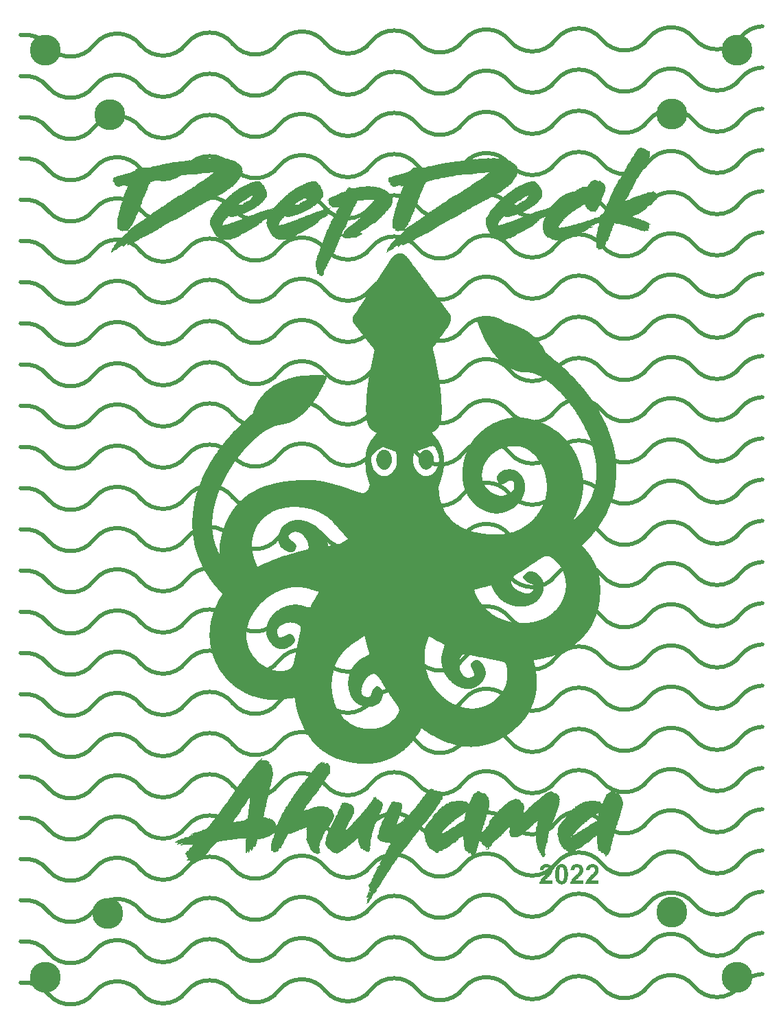
<source format=gtl>
G04*
G04 #@! TF.GenerationSoftware,Altium Limited,Altium Designer,21.0.8 (223)*
G04*
G04 Layer_Physical_Order=1*
G04 Layer_Color=255*
%FSLAX25Y25*%
%MOIN*%
G70*
G04*
G04 #@! TF.SameCoordinates,BE5F0130-CAB9-40B4-B503-F0A0EBAF52F2*
G04*
G04*
G04 #@! TF.FilePolarity,Positive*
G04*
G01*
G75*
%ADD11C,0.02000*%
%ADD12C,0.15000*%
G36*
X173023Y351379D02*
X173822D01*
X173822Y351220D01*
X174141D01*
Y351060D01*
X174460D01*
X174460Y350900D01*
X174780D01*
X174780Y350741D01*
X174939D01*
Y350581D01*
X175099D01*
X175099Y350421D01*
X175259D01*
Y350262D01*
X175578D01*
Y350102D01*
X175738D01*
Y349783D01*
X175897Y349783D01*
X175897Y349623D01*
X176057Y349623D01*
X176057Y349463D01*
X176217Y349463D01*
Y349144D01*
X176376D01*
Y348984D01*
X176536D01*
X176536Y348825D01*
X176696D01*
Y348505D01*
X176855Y348505D01*
Y348346D01*
X177015Y348346D01*
X177015Y348186D01*
X177174D01*
X177174Y347867D01*
X177334D01*
X177334Y347707D01*
X177494D01*
Y347548D01*
X177654D01*
X177654Y347228D01*
X177813D01*
X177813Y347069D01*
X177973Y347069D01*
Y346909D01*
X178132D01*
X178132Y346590D01*
X178292D01*
Y346430D01*
X178452Y346430D01*
X178452Y346270D01*
X178611Y346270D01*
Y345951D01*
X178771Y345951D01*
Y345791D01*
X178931Y345791D01*
X178931Y345632D01*
X179090D01*
Y345312D01*
X179250Y345312D01*
X179250Y345153D01*
X179410D01*
X179410Y344993D01*
X179569D01*
Y344674D01*
X179729Y344674D01*
X179729Y344514D01*
X179889Y344514D01*
Y344354D01*
X180048D01*
Y344035D01*
X180208Y344035D01*
X180208Y343876D01*
X180368D01*
Y343716D01*
X180527Y343716D01*
Y343396D01*
X180687Y343396D01*
X180687Y343237D01*
X180847D01*
Y343077D01*
X181006D01*
X181006Y342758D01*
X181166Y342758D01*
Y342598D01*
X181325D01*
Y342439D01*
X181485D01*
Y342119D01*
X181645D01*
X181645Y341960D01*
X181805Y341960D01*
Y341800D01*
X181964D01*
X181964Y341481D01*
X182124D01*
Y341321D01*
X182283D01*
X182283Y341161D01*
X182443Y341161D01*
Y340842D01*
X182603D01*
Y340682D01*
X182762D01*
Y340523D01*
X182922D01*
Y340203D01*
X183082Y340203D01*
Y340044D01*
X183241D01*
Y339884D01*
X183401D01*
X183401Y339565D01*
X183561Y339565D01*
X183561Y339405D01*
X183720D01*
Y339246D01*
X183880Y339246D01*
X183880Y338926D01*
X184040Y338926D01*
Y338767D01*
X184199D01*
X184199Y338607D01*
X184359D01*
X184359Y338288D01*
X184519Y338288D01*
X184519Y338128D01*
X184678Y338128D01*
Y337968D01*
X184838D01*
X184838Y337649D01*
X184997D01*
Y337489D01*
X185157D01*
Y337330D01*
X185317D01*
X185317Y337010D01*
X185477D01*
X185476Y336851D01*
X185636Y336851D01*
Y336691D01*
X185796Y336691D01*
Y336372D01*
X185956Y336372D01*
X185956Y336212D01*
X186115Y336212D01*
Y336052D01*
X186275D01*
Y335733D01*
X186434D01*
X186434Y335574D01*
X186594Y335574D01*
Y335414D01*
X186754D01*
Y335094D01*
X186913D01*
Y334935D01*
X187073Y334935D01*
X187073Y334775D01*
X187233D01*
Y334456D01*
X187392D01*
X187392Y334296D01*
X187552D01*
Y334137D01*
X187712Y334137D01*
X187712Y333817D01*
X187871D01*
X187871Y333658D01*
X188031D01*
Y333498D01*
X188191Y333498D01*
Y333179D01*
X188350D01*
Y333019D01*
X188510D01*
X188510Y332859D01*
X188670Y332859D01*
Y332540D01*
X188829Y332540D01*
Y332380D01*
X188989Y332380D01*
X188989Y332221D01*
X189148D01*
Y331902D01*
X189308D01*
Y331742D01*
X189468Y331742D01*
X189468Y331582D01*
X189627D01*
Y331263D01*
X189787D01*
X189787Y331103D01*
X189947Y331103D01*
X189947Y330943D01*
X190106D01*
X190106Y330624D01*
X190266Y330624D01*
Y330465D01*
X190426D01*
X190426Y330305D01*
X190585Y330305D01*
Y329986D01*
X190745D01*
X190745Y329826D01*
X190905D01*
Y329666D01*
X191064D01*
X191064Y329347D01*
X191224D01*
Y329187D01*
X191384D01*
X191384Y329028D01*
X191543Y329028D01*
Y328708D01*
X191703D01*
Y328549D01*
X191863D01*
X191863Y328389D01*
X192022Y328389D01*
Y328070D01*
X192182D01*
Y327910D01*
X192342Y327910D01*
X192342Y327750D01*
X192501Y327750D01*
Y327431D01*
X192661D01*
X192661Y327272D01*
X192821Y327272D01*
X192821Y327112D01*
X192980D01*
X192980Y326793D01*
X193140D01*
X193140Y326633D01*
X193299Y326633D01*
Y326314D01*
X193459Y326314D01*
X193459Y326154D01*
X193619Y326154D01*
Y325994D01*
X193778D01*
Y325675D01*
X193938Y325675D01*
Y325515D01*
X194098D01*
Y325356D01*
X194257D01*
X194257Y325036D01*
X194417D01*
X194417Y324877D01*
X194577Y324877D01*
Y324717D01*
X194736Y324717D01*
Y324398D01*
X194896Y324398D01*
X194896Y324238D01*
X195056Y324238D01*
X195056Y324078D01*
X195215Y324078D01*
Y323759D01*
X195375D01*
X195375Y323600D01*
X195535Y323600D01*
Y323440D01*
X195694Y323440D01*
X195694Y323120D01*
X195854D01*
X195854Y322961D01*
X196014D01*
X196014Y322801D01*
X196173Y322801D01*
Y322482D01*
X196333D01*
Y322322D01*
X196493D01*
X196493Y322163D01*
X196652Y322163D01*
X196652Y321843D01*
X196812D01*
Y321364D01*
X196971D01*
Y320566D01*
X197131D01*
X197131Y319129D01*
X196971Y319129D01*
X196971Y318331D01*
X196812Y318331D01*
X196812Y317852D01*
X196652Y317852D01*
X196652Y317373D01*
X196493D01*
Y317054D01*
X196333Y317054D01*
Y316734D01*
X196173D01*
Y316415D01*
X196014Y316415D01*
X196014Y316096D01*
X195854D01*
X195854Y315936D01*
X195694Y315936D01*
Y315617D01*
X195535D01*
X195535Y315457D01*
X195375D01*
X195375Y315298D01*
X195215Y315298D01*
Y314978D01*
X195056D01*
X195056Y314819D01*
X194896Y314819D01*
Y314499D01*
X194736Y314499D01*
Y314340D01*
X194577D01*
Y314180D01*
X194417D01*
Y313861D01*
X194257Y313861D01*
Y313701D01*
X194098D01*
Y313541D01*
X193938D01*
Y313222D01*
X193778Y313222D01*
Y313062D01*
X193619D01*
Y312743D01*
X193459D01*
X193459Y312583D01*
X193299Y312583D01*
Y312424D01*
X193140D01*
Y312104D01*
X192980D01*
Y311945D01*
X192821Y311945D01*
Y311626D01*
X192661D01*
Y311466D01*
X192501Y311466D01*
Y311306D01*
X192342D01*
Y310987D01*
X192182D01*
Y310827D01*
X192022D01*
X192022Y310667D01*
X191863Y310667D01*
X191863Y310348D01*
X191703Y310348D01*
Y310189D01*
X191543D01*
Y309869D01*
X191384D01*
X191384Y309710D01*
X191224Y309710D01*
Y309550D01*
X191064D01*
X191064Y309231D01*
X190905Y309231D01*
Y309071D01*
X190745Y309071D01*
Y308911D01*
X190585D01*
Y308592D01*
X190426Y308592D01*
X190426Y308432D01*
X190266D01*
Y308113D01*
X190106Y308113D01*
Y307953D01*
X189947D01*
X189947Y307794D01*
X189787D01*
X189787Y307474D01*
X189627D01*
Y307315D01*
X189468Y307315D01*
Y307155D01*
X189308D01*
X189308Y306836D01*
X189148Y306836D01*
Y306676D01*
X188989Y306676D01*
Y306357D01*
X188829Y306357D01*
Y306197D01*
X188670Y306197D01*
Y306038D01*
X188510D01*
Y305718D01*
X188350Y305718D01*
Y304920D01*
X188510D01*
Y304281D01*
X188670Y304281D01*
X188670Y303643D01*
X188829Y303643D01*
Y302845D01*
X188989Y302845D01*
Y302206D01*
X189148Y302206D01*
Y301567D01*
X189308Y301567D01*
X189308Y300929D01*
X189468D01*
Y300130D01*
X189627D01*
Y299492D01*
X189787D01*
Y298693D01*
X189947D01*
X189947Y298055D01*
X190106D01*
Y297257D01*
X190266Y297257D01*
Y296458D01*
X190426D01*
X190426Y295660D01*
X190585Y295660D01*
Y294702D01*
X190745D01*
Y293904D01*
X190905Y293904D01*
X190905Y292946D01*
X191064D01*
Y292148D01*
X191224D01*
Y291030D01*
X191384D01*
X191384Y290072D01*
X191543D01*
Y288955D01*
X191703D01*
Y287837D01*
X191863D01*
Y286560D01*
X192022D01*
Y285123D01*
X192182Y285123D01*
Y283526D01*
X192342D01*
Y281451D01*
X192501Y281451D01*
X192501Y278258D01*
X192661Y278258D01*
Y272989D01*
X192501D01*
X192501Y270914D01*
X192342D01*
X192342Y270116D01*
X192182D01*
Y269477D01*
X192022Y269477D01*
Y268838D01*
X191863D01*
X191863Y268519D01*
X191703D01*
X191703Y268040D01*
X191543Y268040D01*
Y267721D01*
X191384D01*
Y267402D01*
X191224D01*
Y267242D01*
X191064Y267242D01*
X191064Y266922D01*
X190905Y266922D01*
Y266763D01*
X190745Y266763D01*
Y266444D01*
X190585Y266444D01*
Y266284D01*
X190426D01*
X190426Y266124D01*
X190266Y266124D01*
Y265965D01*
X190106Y265965D01*
Y265805D01*
X189947D01*
X189947Y265645D01*
X189787D01*
X189787Y265486D01*
X189627Y265486D01*
Y265326D01*
X189308D01*
X189308Y265166D01*
X189148Y265166D01*
Y265007D01*
X188829Y265007D01*
Y264847D01*
X188510Y264847D01*
Y264687D01*
X188191Y264687D01*
X188191Y264528D01*
X188031D01*
X188031Y264368D01*
X188191D01*
X188191Y264208D01*
X188350D01*
X188350Y263889D01*
X188510Y263889D01*
X188510Y263570D01*
X188670D01*
Y263410D01*
X188829Y263410D01*
X188829Y263250D01*
X188989D01*
Y262931D01*
X189148D01*
Y262772D01*
X189308D01*
X189308Y262612D01*
X189468D01*
X189468Y262452D01*
X189627Y262452D01*
Y262293D01*
X189787D01*
Y262133D01*
X189947Y262133D01*
X189947Y261973D01*
X190106Y261973D01*
Y261814D01*
X190266D01*
Y261494D01*
X190426D01*
X190426Y261335D01*
X190585Y261335D01*
Y261175D01*
X190745Y261175D01*
X190745Y260856D01*
X190905D01*
Y260696D01*
X191064D01*
X191064Y260377D01*
X191224Y260377D01*
Y260217D01*
X191384Y260217D01*
Y259898D01*
X191543Y259898D01*
Y259578D01*
X191703D01*
X191703Y259259D01*
X191863D01*
Y258940D01*
X192022Y258940D01*
X192022Y258621D01*
X192182Y258621D01*
Y258301D01*
X192342D01*
X192342Y257822D01*
X192501Y257822D01*
X192501Y257343D01*
X192661Y257343D01*
Y257024D01*
X192821Y257024D01*
Y256385D01*
X192980D01*
X192980Y255906D01*
X193140D01*
Y255268D01*
X193299Y255268D01*
Y254469D01*
X193459Y254469D01*
X193459Y253512D01*
X193619D01*
X193619Y251915D01*
X193778D01*
Y248882D01*
X193619Y248882D01*
Y247285D01*
X193459D01*
X193459Y246168D01*
X193299D01*
Y245210D01*
X193140D01*
X193140Y244411D01*
X192980D01*
X192980Y243773D01*
X192821D01*
X192821Y243134D01*
X192661Y243134D01*
Y242655D01*
X192501D01*
Y242017D01*
X192342D01*
X192342Y241538D01*
X192182Y241538D01*
Y241059D01*
X192022Y241059D01*
X192022Y240580D01*
X191863D01*
X191863Y240101D01*
X191703Y240101D01*
X191703Y239622D01*
X191543Y239622D01*
Y238983D01*
X191384D01*
Y238345D01*
X191224D01*
Y236429D01*
X191384Y236429D01*
X191384Y234672D01*
X191543D01*
Y233555D01*
X191703D01*
Y232757D01*
X191863D01*
Y231958D01*
X192022D01*
Y231320D01*
X192182D01*
X192182Y230681D01*
X192342Y230681D01*
Y230202D01*
X192501D01*
Y229723D01*
X192661D01*
Y229244D01*
X192821D01*
Y228925D01*
X192980D01*
Y228446D01*
X193140Y228446D01*
X193140Y228127D01*
X193299D01*
Y227807D01*
X193459Y227807D01*
Y227488D01*
X193619D01*
X193619Y227169D01*
X193778D01*
Y226850D01*
X193938Y226850D01*
Y226530D01*
X194098Y226530D01*
X194098Y226211D01*
X194257D01*
Y225892D01*
X194417D01*
X194417Y225732D01*
X194577Y225732D01*
Y225413D01*
X194736Y225413D01*
Y225253D01*
X194896D01*
Y224934D01*
X195056Y224934D01*
X195056Y224774D01*
X195215Y224774D01*
X195215Y224455D01*
X195375D01*
X195375Y224295D01*
X195535D01*
X195535Y224135D01*
X195694Y224135D01*
X195694Y223816D01*
X195854D01*
X195854Y223656D01*
X196014Y223656D01*
Y223497D01*
X196173D01*
Y223337D01*
X196333D01*
Y223178D01*
X196493D01*
Y223018D01*
X196652Y223018D01*
Y222698D01*
X196812D01*
Y222539D01*
X196971D01*
X196971Y222379D01*
X197131Y222379D01*
X197131Y222220D01*
X197291D01*
Y222060D01*
X197450D01*
X197450Y221900D01*
X197770Y221900D01*
X197770Y221741D01*
X197929Y221741D01*
X197929Y221581D01*
X198089Y221581D01*
Y221421D01*
X198249Y221421D01*
Y221262D01*
X198408Y221262D01*
X198408Y221102D01*
X198568Y221102D01*
X198568Y220942D01*
X198887D01*
Y220783D01*
X199047Y220783D01*
X199047Y220623D01*
X199207Y220623D01*
Y220463D01*
X199366Y220463D01*
Y220304D01*
X199686D01*
Y220144D01*
X199845D01*
X199845Y219984D01*
X200165D01*
Y219825D01*
X200324D01*
X200324Y219665D01*
X200644D01*
Y219505D01*
X200803Y219505D01*
X200803Y219346D01*
X201122D01*
X201122Y219186D01*
X201442D01*
Y219026D01*
X201602D01*
Y218867D01*
X201921D01*
Y218707D01*
X202240D01*
X202240Y218548D01*
X202559D01*
X202559Y218388D01*
X202879Y218388D01*
Y218228D01*
X203198Y218228D01*
Y218069D01*
X203517Y218069D01*
X203517Y217909D01*
X203996D01*
Y217749D01*
X204316D01*
X204316Y217590D01*
X204635Y217590D01*
X204635Y217430D01*
X205114D01*
Y217270D01*
X205593D01*
X205593Y217111D01*
X205912D01*
Y216951D01*
X206391D01*
X206391Y216791D01*
X207030D01*
X207030Y216632D01*
X207509Y216632D01*
X207509Y216472D01*
X207988D01*
X207988Y216312D01*
X208626D01*
X208626Y216153D01*
X209265D01*
Y215993D01*
X210063D01*
Y215833D01*
X210861D01*
X210861Y215674D01*
X211660Y215674D01*
X211660Y215514D01*
X212777D01*
Y215354D01*
X214054D01*
X214054Y215195D01*
X215811D01*
Y215035D01*
X222037Y215035D01*
X222037Y215195D01*
X223155D01*
Y215354D01*
X224113D01*
X224113Y215514D01*
X224911Y215514D01*
Y215674D01*
X225550Y215674D01*
X225550Y215833D01*
X226028D01*
Y215993D01*
X226667D01*
Y216153D01*
X227146D01*
Y216312D01*
X227625D01*
Y216472D01*
X228104Y216472D01*
Y216632D01*
X228423D01*
Y216791D01*
X228902Y216791D01*
Y216951D01*
X229222D01*
X229222Y217111D01*
X229541D01*
Y217270D01*
X230020D01*
X230020Y217430D01*
X230339Y217430D01*
Y217590D01*
X230658Y217590D01*
Y217749D01*
X230978D01*
X230978Y217909D01*
X231297D01*
X231297Y218069D01*
X231457D01*
Y218228D01*
X231776D01*
X231776Y218388D01*
X232095Y218388D01*
X232095Y218548D01*
X232415D01*
Y218707D01*
X232574Y218707D01*
X232574Y218867D01*
X232893D01*
X232893Y219026D01*
X233053D01*
Y219186D01*
X233372Y219186D01*
Y219346D01*
X233532D01*
Y219505D01*
X233852D01*
X233852Y219665D01*
X234011Y219665D01*
X234011Y219825D01*
X234171Y219825D01*
Y219984D01*
X234490Y219984D01*
X234490Y220144D01*
X234650Y220144D01*
Y220304D01*
X234809Y220304D01*
X234809Y220463D01*
X235129Y220463D01*
Y220623D01*
X235288D01*
Y220783D01*
X235448D01*
Y220942D01*
X235608Y220942D01*
Y221102D01*
X235767D01*
Y221262D01*
X236087D01*
X236087Y221421D01*
X236246Y221421D01*
X236246Y221581D01*
X236406Y221581D01*
X236406Y221741D01*
X236566Y221741D01*
X236566Y221900D01*
X236725D01*
Y222060D01*
X236885D01*
Y222220D01*
X237045Y222219D01*
X237045Y222379D01*
X237204Y222379D01*
X237204Y222539D01*
X237364D01*
Y222698D01*
X237524Y222698D01*
X237524Y222858D01*
X237683Y222858D01*
Y223018D01*
X237843Y223018D01*
Y223337D01*
X238002D01*
Y223497D01*
X238162Y223497D01*
Y223656D01*
X238322D01*
Y223816D01*
X238481Y223816D01*
X238481Y223976D01*
X238641D01*
Y224135D01*
X238801D01*
Y224455D01*
X238960D01*
X238960Y224614D01*
X239120D01*
Y224774D01*
X239280D01*
Y225093D01*
X239439D01*
X239439Y225253D01*
X239599Y225253D01*
X239599Y225413D01*
X239759D01*
Y225732D01*
X239918D01*
Y225892D01*
X240078Y225892D01*
X240078Y226211D01*
X240238Y226211D01*
X240238Y226371D01*
X240397D01*
X240397Y226690D01*
X240557D01*
X240557Y227009D01*
X240717Y227009D01*
Y227169D01*
X240876Y227169D01*
Y227488D01*
X241036D01*
X241036Y227807D01*
X241196D01*
Y228127D01*
X241355D01*
X241355Y228446D01*
X241515Y228446D01*
Y228765D01*
X241674D01*
X241674Y229085D01*
X241834Y229085D01*
Y229404D01*
X241994Y229404D01*
Y229723D01*
X242153D01*
X242153Y230202D01*
X242313D01*
X242313Y230521D01*
X242473Y230521D01*
X242473Y231000D01*
X242632D01*
X242632Y231479D01*
X242792D01*
Y231958D01*
X242952D01*
Y232597D01*
X243111D01*
Y233076D01*
X243271Y233076D01*
Y233874D01*
X243431D01*
X243431Y234672D01*
X243590D01*
X243590Y235790D01*
X243750D01*
Y240260D01*
X243590Y240260D01*
Y241538D01*
X243431D01*
X243431Y242336D01*
X243271D01*
Y243134D01*
X243111Y243134D01*
X243111Y243773D01*
X242952Y243773D01*
X242952Y244252D01*
X242792D01*
Y244890D01*
X242632Y244890D01*
Y245369D01*
X242473D01*
Y245848D01*
X242313D01*
Y246327D01*
X242153Y246327D01*
Y246646D01*
X241994Y246646D01*
X241994Y247126D01*
X241834D01*
Y247445D01*
X241674D01*
Y247764D01*
X241515D01*
Y248083D01*
X241355Y248083D01*
Y248403D01*
X241196Y248403D01*
X241196Y248722D01*
X241036Y248722D01*
X241036Y249041D01*
X240876D01*
Y249361D01*
X240717D01*
Y249680D01*
X240557Y249680D01*
Y249999D01*
X240397D01*
X240397Y250159D01*
X240238Y250159D01*
Y250478D01*
X240078D01*
Y250638D01*
X239918Y250638D01*
Y250957D01*
X239759D01*
Y251117D01*
X239599Y251117D01*
X239599Y251436D01*
X239439Y251436D01*
Y251596D01*
X239280D01*
X239280Y251915D01*
X239120D01*
X239120Y252075D01*
X238960D01*
Y252234D01*
X238801D01*
Y252394D01*
X238641D01*
X238641Y252713D01*
X238481Y252713D01*
X238481Y252873D01*
X238322D01*
Y253033D01*
X238162D01*
Y253192D01*
X238002D01*
X238002Y253352D01*
X237843D01*
Y253512D01*
X237683Y253512D01*
Y253671D01*
X237524D01*
X237524Y253831D01*
X237364D01*
X237364Y253991D01*
X237204Y253991D01*
Y254150D01*
X237045Y254150D01*
X237045Y254310D01*
X236885Y254310D01*
Y254469D01*
X236725Y254469D01*
Y254629D01*
X236566D01*
Y254789D01*
X236406D01*
Y254948D01*
X236087Y254948D01*
X236087Y255108D01*
X235927D01*
Y255268D01*
X235767Y255268D01*
Y255428D01*
X235608D01*
Y255587D01*
X235288Y255587D01*
X235288Y255747D01*
X235129D01*
Y255906D01*
X234809Y255906D01*
Y256066D01*
X234650Y256066D01*
Y256226D01*
X234330D01*
X234330Y256385D01*
X234011D01*
X234011Y256545D01*
X233692Y256545D01*
Y256705D01*
X233372D01*
Y256864D01*
X233053D01*
Y257024D01*
X232734D01*
Y257184D01*
X232255D01*
X232255Y257343D01*
X231776D01*
Y257503D01*
X231137D01*
Y257663D01*
X230499D01*
X230499Y257822D01*
X229541Y257822D01*
X229541Y257982D01*
X226667Y257982D01*
Y257822D01*
X225550D01*
Y257663D01*
X224911D01*
X224911Y257503D01*
X224272D01*
Y257343D01*
X223793D01*
Y257184D01*
X222995D01*
Y257024D01*
X222356Y257024D01*
X222356Y256864D01*
X221878Y256864D01*
X221878Y256705D01*
X221398D01*
X221398Y256545D01*
X221079D01*
X221079Y256385D01*
X220600D01*
X220600Y256226D01*
X220281D01*
X220281Y256066D01*
X219962Y256066D01*
X219962Y255906D01*
X219642D01*
Y255747D01*
X219483D01*
Y255587D01*
X219163Y255587D01*
Y255428D01*
X218844D01*
X218844Y255268D01*
X218684Y255268D01*
Y255108D01*
X218365D01*
X218365Y254948D01*
X218205D01*
Y254789D01*
X218046Y254789D01*
X218046Y254629D01*
X217726D01*
Y254469D01*
X217567Y254469D01*
Y254310D01*
X217407Y254310D01*
Y254150D01*
X217248Y254150D01*
Y253991D01*
X217088D01*
X217088Y253831D01*
X216928D01*
Y253671D01*
X216609D01*
Y253512D01*
X216449Y253512D01*
X216449Y253352D01*
X216290D01*
Y253192D01*
X216130D01*
Y252873D01*
X215970D01*
X215970Y252713D01*
X215811Y252713D01*
Y252554D01*
X215651Y252554D01*
Y252394D01*
X215491D01*
Y252234D01*
X215332D01*
X215332Y252075D01*
X215172Y252075D01*
Y251755D01*
X215012Y251755D01*
X215012Y251596D01*
X214853Y251596D01*
X214853Y251436D01*
X214693D01*
X214693Y251117D01*
X214533D01*
Y250957D01*
X214374Y250957D01*
Y250638D01*
X214214Y250638D01*
Y250478D01*
X214054Y250478D01*
Y250159D01*
X213895D01*
Y249840D01*
X213735D01*
Y249520D01*
X213576D01*
X213576Y249201D01*
X213416D01*
X213416Y248882D01*
X213256Y248882D01*
Y248562D01*
X213096D01*
Y248083D01*
X212937D01*
X212937Y247764D01*
X212777D01*
Y247285D01*
X212618D01*
Y246646D01*
X212458D01*
Y245848D01*
X212298Y245848D01*
Y244731D01*
X212139D01*
Y242974D01*
X212298D01*
Y241857D01*
X212458D01*
X212458Y241059D01*
X212618Y241059D01*
Y240580D01*
X212777Y240580D01*
X212777Y240260D01*
X212937Y240260D01*
X212937Y239781D01*
X213096D01*
X213096Y239462D01*
X213256Y239462D01*
Y239143D01*
X213416Y239143D01*
X213416Y238983D01*
X213576D01*
X213576Y238664D01*
X213735D01*
Y238345D01*
X213895D01*
X213895Y238185D01*
X214054D01*
Y238025D01*
X214214D01*
X214214Y237866D01*
X214374Y237866D01*
Y237546D01*
X214533Y237546D01*
X214533Y237387D01*
X214693D01*
X214693Y237227D01*
X214853Y237227D01*
Y237067D01*
X215012Y237067D01*
X215012Y236908D01*
X215172D01*
X215172Y236748D01*
X215332Y236748D01*
Y236588D01*
X215491Y236588D01*
X215491Y236429D01*
X215811Y236429D01*
Y236269D01*
X215970D01*
Y236109D01*
X216130D01*
Y235950D01*
X216290Y235950D01*
X216290Y235790D01*
X216609D01*
X216609Y235630D01*
X216769Y235630D01*
Y235471D01*
X217088D01*
X217088Y235311D01*
X217248D01*
Y235152D01*
X217567D01*
Y234992D01*
X217886D01*
Y234832D01*
X218205D01*
Y234672D01*
X218525D01*
X218525Y234513D01*
X218844D01*
Y234353D01*
X219323D01*
X219323Y234193D01*
X219802Y234193D01*
X219802Y234034D01*
X220441Y234034D01*
X220441Y233874D01*
X222676D01*
Y234034D01*
X223314D01*
Y234194D01*
X223793Y234193D01*
Y234353D01*
X224272Y234353D01*
Y234513D01*
X224592D01*
Y234672D01*
X224911Y234673D01*
X224911Y234832D01*
X225230Y234832D01*
X225230Y234992D01*
X225390Y234992D01*
X225390Y235152D01*
X225709Y235152D01*
Y235311D01*
X225869D01*
Y235471D01*
X226188Y235471D01*
Y235630D01*
X226348D01*
X226348Y235790D01*
X226507Y235790D01*
X226507Y235950D01*
X226667D01*
Y236109D01*
X226827D01*
Y236269D01*
X226986D01*
Y236429D01*
X227146Y236429D01*
Y236588D01*
X227306Y236588D01*
X227306Y236748D01*
X227465Y236748D01*
X227465Y236908D01*
X227625D01*
Y237067D01*
X227785D01*
Y237387D01*
X227944D01*
Y239462D01*
X227785D01*
Y239941D01*
X227625Y239941D01*
Y240420D01*
X227465Y240420D01*
X227465Y240739D01*
X227306D01*
Y240899D01*
X227146Y240899D01*
X227146Y241218D01*
X225550Y241218D01*
Y241059D01*
X225071Y241059D01*
Y240899D01*
X224751D01*
Y240739D01*
X224432D01*
X224432Y240580D01*
X224113D01*
X224113Y240420D01*
X223953Y240420D01*
Y240260D01*
X223634D01*
Y240101D01*
X223314Y240101D01*
Y239941D01*
X222995D01*
X222995Y239781D01*
X222676Y239781D01*
X222676Y239622D01*
X221239D01*
Y239781D01*
X220919D01*
X220920Y239941D01*
X220600D01*
X220600Y240101D01*
X220441D01*
X220441Y240260D01*
X220281Y240260D01*
Y240420D01*
X220121D01*
Y240739D01*
X219962Y240739D01*
Y240899D01*
X219802D01*
X219802Y241218D01*
X219642Y241218D01*
Y241538D01*
X219483D01*
Y242176D01*
X219323D01*
X219323Y242815D01*
X219483Y242815D01*
X219483Y243453D01*
X219642D01*
X219642Y243773D01*
X219802D01*
X219802Y243932D01*
X219962Y243932D01*
X219962Y244252D01*
X220121D01*
X220121Y244411D01*
X220281D01*
X220281Y244571D01*
X220441Y244571D01*
Y244731D01*
X220600D01*
X220600Y244890D01*
X220760D01*
Y245050D01*
X221079Y245050D01*
Y245210D01*
X221239Y245210D01*
X221239Y245369D01*
X221398D01*
Y245529D01*
X221718D01*
Y245689D01*
X222037Y245689D01*
Y245848D01*
X222197D01*
X222197Y246008D01*
X222516D01*
X222516Y246168D01*
X222835D01*
Y246327D01*
X223314Y246327D01*
Y246487D01*
X223793D01*
Y246646D01*
X224751D01*
Y246806D01*
X226348D01*
Y246646D01*
X227146Y246646D01*
X227146Y246487D01*
X227785D01*
X227785Y246327D01*
X228104Y246327D01*
Y246168D01*
X228423Y246167D01*
Y246008D01*
X228743Y246008D01*
Y245848D01*
X229062D01*
Y245689D01*
X229381D01*
Y245529D01*
X229541D01*
Y245369D01*
X229860Y245369D01*
X229860Y245210D01*
X230020D01*
X230020Y245050D01*
X230179Y245050D01*
Y244890D01*
X230339Y244890D01*
Y244731D01*
X230499D01*
X230499Y244571D01*
X230658Y244571D01*
Y244411D01*
X230818Y244411D01*
Y244252D01*
X230978Y244252D01*
X230978Y244092D01*
X231137D01*
X231137Y243932D01*
X231297D01*
X231297Y243773D01*
X231457D01*
Y243453D01*
X231616D01*
X231616Y243294D01*
X231776Y243294D01*
Y242974D01*
X231936Y242974D01*
X231936Y242655D01*
X232095D01*
X232095Y242495D01*
X232255Y242495D01*
Y242176D01*
X232415Y242176D01*
X232415Y241697D01*
X232574D01*
X232574Y241378D01*
X232734D01*
X232734Y240899D01*
X232893Y240899D01*
Y240260D01*
X233053D01*
X233053Y239462D01*
X233213Y239462D01*
Y236588D01*
X233053D01*
X233053Y235790D01*
X232893Y235790D01*
Y235152D01*
X232734D01*
X232734Y234672D01*
X232574D01*
X232574Y234193D01*
X232415Y234194D01*
X232415Y233715D01*
X232255D01*
X232255Y233395D01*
X232095Y233395D01*
Y233076D01*
X231936D01*
X231936Y232757D01*
X231776D01*
X231776Y232437D01*
X231616D01*
Y232278D01*
X231457Y232278D01*
Y231958D01*
X231297D01*
X231297Y231799D01*
X231137D01*
Y231479D01*
X230978D01*
X230978Y231320D01*
X230818D01*
Y231000D01*
X230658Y231000D01*
Y230841D01*
X230499D01*
X230499Y230681D01*
X230339Y230681D01*
Y230521D01*
X230179Y230521D01*
Y230362D01*
X230020D01*
X230020Y230043D01*
X229860D01*
Y229883D01*
X229700Y229883D01*
Y229723D01*
X229541D01*
X229541Y229564D01*
X229381Y229564D01*
Y229404D01*
X229222D01*
Y229244D01*
X229062Y229244D01*
X229062Y229085D01*
X228743D01*
Y228925D01*
X228583Y228925D01*
Y228765D01*
X228423D01*
Y228606D01*
X228264D01*
Y228446D01*
X228104D01*
X228104Y228286D01*
X227785D01*
Y228127D01*
X227625Y228127D01*
X227625Y227967D01*
X227465D01*
Y227807D01*
X227146D01*
Y227648D01*
X226986Y227648D01*
X226986Y227488D01*
X226667Y227488D01*
X226667Y227328D01*
X226348D01*
Y227169D01*
X226028D01*
Y227009D01*
X225869Y227009D01*
Y226850D01*
X225550Y226850D01*
X225550Y226690D01*
X225071Y226690D01*
Y226530D01*
X224751Y226530D01*
X224751Y226371D01*
X224432Y226371D01*
Y226211D01*
X223953Y226211D01*
Y226051D01*
X223474Y226051D01*
Y225892D01*
X222995Y225892D01*
X222995Y225732D01*
X222356Y225732D01*
X222356Y225572D01*
X221718D01*
Y225413D01*
X220441D01*
X220441Y225253D01*
X218046D01*
X218046Y225413D01*
X216928Y225413D01*
X216928Y225572D01*
X216130D01*
Y225732D01*
X215491Y225732D01*
X215491Y225892D01*
X215012Y225892D01*
Y226051D01*
X214533Y226051D01*
X214533Y226211D01*
X214054Y226211D01*
Y226371D01*
X213735D01*
Y226530D01*
X213416Y226530D01*
Y226690D01*
X213096D01*
Y226850D01*
X212777Y226850D01*
Y227009D01*
X212458D01*
Y227169D01*
X212139D01*
Y227328D01*
X211819Y227328D01*
Y227488D01*
X211500D01*
X211500Y227648D01*
X211340Y227648D01*
X211340Y227807D01*
X211021Y227807D01*
X211021Y227967D01*
X210861D01*
X210861Y228127D01*
X210542Y228127D01*
X210542Y228286D01*
X210382D01*
Y228446D01*
X210223D01*
Y228606D01*
X209903D01*
X209904Y228765D01*
X209744D01*
Y228925D01*
X209584D01*
Y229085D01*
X209424Y229085D01*
X209424Y229244D01*
X209105Y229244D01*
Y229404D01*
X208945D01*
Y229564D01*
X208786Y229564D01*
Y229723D01*
X208626D01*
X208626Y229883D01*
X208467Y229883D01*
Y230043D01*
X208307Y230043D01*
Y230202D01*
X208147Y230202D01*
Y230362D01*
X207988Y230362D01*
Y230521D01*
X207828Y230521D01*
Y230681D01*
X207668D01*
Y230841D01*
X207509Y230841D01*
Y231000D01*
X207349D01*
Y231320D01*
X207189Y231320D01*
X207189Y231479D01*
X207030Y231480D01*
Y231639D01*
X206870Y231639D01*
Y231799D01*
X206710D01*
X206710Y232118D01*
X206551Y232118D01*
Y232278D01*
X206391Y232278D01*
Y232437D01*
X206231D01*
Y232757D01*
X206072D01*
X206072Y232916D01*
X205912Y232916D01*
Y233236D01*
X205752Y233236D01*
Y233395D01*
X205593Y233395D01*
Y233715D01*
X205433D01*
X205433Y233874D01*
X205274Y233874D01*
X205274Y234194D01*
X205114Y234193D01*
Y234513D01*
X204954Y234513D01*
X204954Y234832D01*
X204795Y234832D01*
Y235152D01*
X204635D01*
Y235471D01*
X204475Y235471D01*
Y235790D01*
X204316Y235790D01*
X204316Y236109D01*
X204156D01*
Y236588D01*
X203996D01*
Y236908D01*
X203837Y236908D01*
X203837Y237387D01*
X203677D01*
X203677Y237866D01*
X203517D01*
Y238345D01*
X203358Y238345D01*
Y238983D01*
X203198D01*
X203198Y239781D01*
X203038D01*
X203038Y240739D01*
X202879D01*
X202879Y242815D01*
X202719D01*
Y245369D01*
X202879D01*
X202879Y247764D01*
X203038D01*
X203038Y249041D01*
X203198Y249041D01*
Y249999D01*
X203358D01*
X203358Y250798D01*
X203517Y250798D01*
X203517Y251596D01*
X203677Y251596D01*
X203677Y252075D01*
X203837Y252075D01*
X203837Y252713D01*
X203996D01*
Y253352D01*
X204156Y253352D01*
Y253831D01*
X204316D01*
X204316Y254310D01*
X204475Y254310D01*
Y254629D01*
X204635Y254629D01*
X204635Y255108D01*
X204795D01*
Y255428D01*
X204954Y255427D01*
Y255906D01*
X205114D01*
Y256226D01*
X205274Y256226D01*
X205274Y256545D01*
X205433D01*
Y256864D01*
X205593D01*
X205593Y257184D01*
X205752D01*
X205752Y257503D01*
X205912D01*
X205912Y257822D01*
X206072Y257822D01*
X206072Y258142D01*
X206231Y258142D01*
Y258461D01*
X206391D01*
X206391Y258621D01*
X206551Y258621D01*
X206551Y258940D01*
X206710Y258940D01*
Y259259D01*
X206870Y259259D01*
Y259419D01*
X207030D01*
Y259738D01*
X207189D01*
Y259898D01*
X207349D01*
Y260217D01*
X207509D01*
Y260377D01*
X207668Y260377D01*
Y260696D01*
X207828D01*
Y260856D01*
X207988D01*
X207988Y261015D01*
X208147D01*
Y261335D01*
X208307D01*
Y261494D01*
X208467Y261494D01*
Y261654D01*
X208626Y261654D01*
X208626Y261814D01*
X208786D01*
Y261973D01*
X208945D01*
Y262293D01*
X209105D01*
X209105Y262452D01*
X209265D01*
X209265Y262612D01*
X209424Y262612D01*
X209424Y262772D01*
X209584Y262772D01*
Y262931D01*
X209744Y262931D01*
Y263091D01*
X209903Y263091D01*
Y263250D01*
X210063D01*
X210063Y263410D01*
X210223Y263410D01*
Y263570D01*
X210382Y263570D01*
X210382Y263729D01*
X210542D01*
Y263889D01*
X210702D01*
Y264049D01*
X210861Y264049D01*
X210861Y264208D01*
X211021D01*
Y264368D01*
X211181D01*
X211181Y264528D01*
X211340Y264528D01*
Y264687D01*
X211500D01*
X211500Y264847D01*
X211660Y264847D01*
Y265007D01*
X211819D01*
Y265166D01*
X212139Y265166D01*
Y265326D01*
X212298Y265326D01*
Y265486D01*
X212458D01*
Y265645D01*
X212618D01*
X212618Y265805D01*
X212937D01*
Y265965D01*
X213096D01*
Y266124D01*
X213256D01*
Y266284D01*
X213576D01*
X213576Y266444D01*
X213735D01*
Y266603D01*
X213895D01*
Y266763D01*
X214214Y266763D01*
Y266922D01*
X214374D01*
X214374Y267082D01*
X214693Y267082D01*
Y267242D01*
X214853D01*
X214853Y267402D01*
X215172Y267402D01*
Y267561D01*
X215332Y267561D01*
X215332Y267721D01*
X215651D01*
Y267880D01*
X215970D01*
Y268040D01*
X216130Y268040D01*
X216130Y268200D01*
X216449Y268200D01*
Y268359D01*
X216769Y268359D01*
X216769Y268519D01*
X217088Y268519D01*
X217088Y268679D01*
X217248Y268679D01*
Y268838D01*
X217567D01*
Y268998D01*
X217886Y268998D01*
Y269158D01*
X218205D01*
X218205Y269317D01*
X218525D01*
X218525Y269477D01*
X219004D01*
Y269637D01*
X219323D01*
X219323Y269796D01*
X219642D01*
Y269956D01*
X220121D01*
Y270116D01*
X220441D01*
X220441Y270275D01*
X220919Y270275D01*
X220920Y270435D01*
X221398D01*
X221398Y270595D01*
X221878D01*
X221878Y270754D01*
X222356Y270754D01*
Y270914D01*
X222995D01*
X222995Y271074D01*
X223634D01*
X223634Y271233D01*
X224272D01*
Y271393D01*
X225071Y271393D01*
X225071Y271552D01*
X226188Y271552D01*
Y271712D01*
X227785D01*
Y271872D01*
X231137D01*
Y271712D01*
X232893D01*
Y271552D01*
X234011D01*
X234011Y271393D01*
X234809D01*
Y271233D01*
X235608D01*
X235608Y271074D01*
X236246Y271074D01*
Y270914D01*
X236885Y270914D01*
X236885Y270754D01*
X237364Y270754D01*
Y270595D01*
X238002Y270595D01*
Y270435D01*
X238481Y270435D01*
X238481Y270275D01*
X238960Y270275D01*
X238960Y270116D01*
X239439Y270116D01*
X239439Y269956D01*
X239759D01*
Y269796D01*
X240238D01*
Y269637D01*
X240717Y269637D01*
Y269477D01*
X241036Y269477D01*
X241036Y269317D01*
X241355D01*
Y269158D01*
X241834Y269158D01*
Y268998D01*
X242153Y268998D01*
X242154Y268838D01*
X242473D01*
X242473Y268679D01*
X242792D01*
Y268519D01*
X243111D01*
X243111Y268359D01*
X243431D01*
X243431Y268200D01*
X243750Y268200D01*
X243750Y268040D01*
X244069Y268040D01*
X244069Y267880D01*
X244389D01*
Y267721D01*
X244708Y267721D01*
X244708Y267561D01*
X245027D01*
Y267402D01*
X245346D01*
Y267242D01*
X245506Y267242D01*
Y267082D01*
X245826D01*
X245826Y266922D01*
X246145D01*
Y266763D01*
X246304Y266763D01*
Y266603D01*
X246624Y266603D01*
Y266444D01*
X246783D01*
Y266284D01*
X247103Y266284D01*
X247103Y266124D01*
X247262Y266124D01*
X247262Y265965D01*
X247582Y265965D01*
X247582Y265805D01*
X247741D01*
X247741Y265645D01*
X248061D01*
Y265486D01*
X248220D01*
Y265326D01*
X248380D01*
Y265166D01*
X248699D01*
X248699Y265007D01*
X248859D01*
Y264847D01*
X249019D01*
X249019Y264687D01*
X249338Y264687D01*
X249338Y264528D01*
X249498Y264528D01*
Y264368D01*
X249657Y264368D01*
Y264208D01*
X249817Y264208D01*
Y264049D01*
X249976Y264049D01*
X249976Y263889D01*
X250296D01*
Y263729D01*
X250455D01*
X250455Y263570D01*
X250615Y263570D01*
X250615Y263410D01*
X250775D01*
Y263250D01*
X250934D01*
X250934Y263091D01*
X251094Y263091D01*
Y262931D01*
X251254D01*
Y262772D01*
X251413Y262772D01*
X251413Y262612D01*
X251573Y262612D01*
X251573Y262452D01*
X251733Y262452D01*
Y262293D01*
X251892D01*
X251892Y262133D01*
X252052D01*
Y261973D01*
X252212D01*
Y261814D01*
X252371Y261814D01*
Y261654D01*
X252531Y261654D01*
X252531Y261494D01*
X252691D01*
Y261335D01*
X252850Y261335D01*
Y261175D01*
X253010Y261175D01*
Y261015D01*
X253169D01*
X253169Y260856D01*
X253329Y260856D01*
Y260696D01*
X253489D01*
X253489Y260536D01*
X253648Y260536D01*
X253648Y260217D01*
X253808Y260217D01*
Y260057D01*
X253968D01*
Y259898D01*
X254127Y259898D01*
X254127Y259738D01*
X254287D01*
Y259419D01*
X254447Y259419D01*
X254447Y259259D01*
X254606D01*
Y259100D01*
X254766D01*
Y258940D01*
X254926D01*
X254926Y258621D01*
X255085Y258621D01*
Y258461D01*
X255245Y258461D01*
Y258301D01*
X255405D01*
X255405Y257982D01*
X255564D01*
Y257822D01*
X255724D01*
Y257503D01*
X255884D01*
Y257343D01*
X256043Y257343D01*
Y257024D01*
X256203Y257024D01*
Y256864D01*
X256363Y256864D01*
Y256545D01*
X256522Y256545D01*
X256522Y256226D01*
X256682Y256226D01*
Y256066D01*
X256842Y256066D01*
Y255747D01*
X257001D01*
Y255427D01*
X257161Y255428D01*
X257161Y255268D01*
X257320Y255268D01*
Y254948D01*
X257480D01*
Y254629D01*
X257640D01*
Y254310D01*
X257800Y254310D01*
Y253991D01*
X257959Y253991D01*
X257959Y253671D01*
X258119Y253671D01*
X258119Y253352D01*
X258278D01*
Y253033D01*
X258438D01*
Y252713D01*
X258598Y252713D01*
Y252394D01*
X258757D01*
X258757Y251915D01*
X258917D01*
Y251596D01*
X259077Y251596D01*
Y251276D01*
X259236D01*
X259236Y250798D01*
X259396Y250798D01*
Y250319D01*
X259556Y250319D01*
X259556Y249840D01*
X259715D01*
Y249520D01*
X259875D01*
Y248882D01*
X260035Y248882D01*
X260035Y248403D01*
X260194D01*
X260194Y247924D01*
X260354Y247924D01*
Y247126D01*
X260514D01*
X260514Y246487D01*
X260673Y246487D01*
Y245848D01*
X260833Y245848D01*
Y244890D01*
X260993D01*
X260993Y243932D01*
X261152Y243932D01*
X261152Y242495D01*
X261312D01*
Y236429D01*
X261152D01*
Y234992D01*
X260993Y234992D01*
X260993Y234034D01*
X260833Y234034D01*
X260833Y233076D01*
X260673D01*
Y232437D01*
X260514D01*
Y231639D01*
X260354Y231639D01*
X260354Y231000D01*
X260194D01*
Y230521D01*
X260035Y230521D01*
X260035Y229883D01*
X259875Y229883D01*
Y229404D01*
X259715Y229404D01*
Y228925D01*
X259556D01*
Y228446D01*
X259396D01*
X259396Y227967D01*
X259236D01*
Y227648D01*
X259077D01*
Y227169D01*
X258917Y227169D01*
Y226690D01*
X258757D01*
Y226371D01*
X258598Y226371D01*
X258598Y226051D01*
X258438D01*
X258438Y225572D01*
X258278D01*
Y225253D01*
X258119D01*
Y224934D01*
X257959Y224934D01*
X257959Y224614D01*
X257800D01*
X257800Y224295D01*
X257640D01*
X257640Y223976D01*
X257480D01*
X257480Y223656D01*
X257320D01*
Y223337D01*
X257161D01*
X257161Y223018D01*
X257001D01*
Y222698D01*
X256842D01*
Y222539D01*
X257320D01*
X257320Y222698D01*
X257480D01*
X257480Y222858D01*
X257640Y222858D01*
Y223018D01*
X257800D01*
X257800Y223178D01*
X257959Y223178D01*
X257959Y223337D01*
X258119Y223337D01*
X258119Y223497D01*
X258438Y223497D01*
Y223656D01*
X258598Y223656D01*
Y223816D01*
X258757D01*
X258757Y223976D01*
X258917Y223976D01*
Y224135D01*
X259077Y224135D01*
Y224295D01*
X259236D01*
Y224455D01*
X259396D01*
X259396Y224614D01*
X259556D01*
Y224774D01*
X259715Y224774D01*
X259715Y224934D01*
X259875D01*
Y225093D01*
X260035D01*
Y225253D01*
X260194Y225253D01*
X260194Y225572D01*
X260354Y225572D01*
Y225732D01*
X260514Y225732D01*
X260514Y225892D01*
X260673Y225892D01*
Y226051D01*
X260833D01*
X260833Y226211D01*
X260993D01*
Y226371D01*
X261152D01*
X261152Y226530D01*
X261312D01*
X261312Y226850D01*
X261472D01*
X261472Y227009D01*
X261631Y227009D01*
X261631Y227169D01*
X261791Y227169D01*
Y227328D01*
X261950D01*
X261950Y227648D01*
X262110Y227648D01*
Y227807D01*
X262270Y227807D01*
X262270Y227967D01*
X262429Y227967D01*
Y228286D01*
X262589Y228286D01*
Y228446D01*
X262749Y228446D01*
Y228765D01*
X262908D01*
Y228925D01*
X263068D01*
Y229244D01*
X263228Y229244D01*
Y229404D01*
X263387Y229404D01*
Y229723D01*
X263547D01*
X263547Y229883D01*
X263707D01*
X263707Y230202D01*
X263866D01*
Y230521D01*
X264026Y230521D01*
X264026Y230681D01*
X264186Y230681D01*
Y231000D01*
X264345D01*
Y231320D01*
X264505D01*
X264505Y231639D01*
X264665Y231639D01*
X264665Y231958D01*
X264824Y231958D01*
Y232278D01*
X264984D01*
Y232597D01*
X265144D01*
Y232916D01*
X265303D01*
X265303Y233236D01*
X265463Y233236D01*
Y233555D01*
X265622Y233555D01*
X265622Y234034D01*
X265782D01*
X265782Y234353D01*
X265942D01*
X265942Y234832D01*
X266102D01*
Y235311D01*
X266261D01*
Y235790D01*
X266421Y235790D01*
X266421Y236269D01*
X266580D01*
X266580Y236748D01*
X266740D01*
Y237387D01*
X266900D01*
Y237866D01*
X267059D01*
Y238664D01*
X267219Y238664D01*
Y239462D01*
X267379D01*
X267379Y240260D01*
X267538Y240260D01*
X267538Y241378D01*
X267698Y241378D01*
X267698Y243134D01*
X267858Y243134D01*
Y247924D01*
X267698D01*
Y249680D01*
X267538D01*
X267538Y250957D01*
X267379Y250957D01*
Y251915D01*
X267219Y251915D01*
Y252873D01*
X267059D01*
Y253512D01*
X266900D01*
X266900Y254310D01*
X266740D01*
Y254948D01*
X266580D01*
X266580Y255587D01*
X266421Y255587D01*
X266421Y256226D01*
X266261Y256226D01*
Y256864D01*
X266102D01*
X266102Y257343D01*
X265942D01*
Y257822D01*
X265782D01*
Y258461D01*
X265622D01*
X265622Y258940D01*
X265463D01*
Y259419D01*
X265303D01*
X265303Y259898D01*
X265144Y259898D01*
Y260377D01*
X264984D01*
Y260696D01*
X264824D01*
Y261175D01*
X264665D01*
X264665Y261654D01*
X264505D01*
X264505Y261973D01*
X264345D01*
Y262452D01*
X264186Y262452D01*
X264186Y262772D01*
X264026Y262772D01*
Y263091D01*
X263866Y263091D01*
Y263570D01*
X263707D01*
X263707Y263889D01*
X263547D01*
X263547Y264208D01*
X263387D01*
X263387Y264687D01*
X263228Y264687D01*
X263228Y265007D01*
X263068Y265007D01*
X263068Y265326D01*
X262908D01*
Y265645D01*
X262749D01*
Y265965D01*
X262589D01*
X262589Y266284D01*
X262429Y266284D01*
Y266603D01*
X262270D01*
Y266922D01*
X262110D01*
X262110Y267242D01*
X261950D01*
X261950Y267561D01*
X261791Y267561D01*
Y267880D01*
X261631Y267880D01*
X261631Y268200D01*
X261472D01*
Y268519D01*
X261312Y268519D01*
Y268838D01*
X261152D01*
X261152Y269158D01*
X260993D01*
Y269317D01*
X260833D01*
Y269637D01*
X260673D01*
X260673Y269956D01*
X260514Y269956D01*
Y270275D01*
X260354D01*
Y270435D01*
X260194Y270435D01*
Y270754D01*
X260035D01*
X260035Y271074D01*
X259875Y271074D01*
Y271393D01*
X259715Y271393D01*
Y271552D01*
X259556Y271552D01*
X259556Y271872D01*
X259396D01*
Y272191D01*
X259236D01*
Y272351D01*
X259077D01*
Y272670D01*
X258917D01*
Y272830D01*
X258757D01*
Y273149D01*
X258598D01*
Y273468D01*
X258438D01*
Y273628D01*
X258278Y273628D01*
Y273947D01*
X258119D01*
X258119Y274107D01*
X257959Y274107D01*
Y274426D01*
X257800Y274426D01*
Y274586D01*
X257640D01*
X257640Y274905D01*
X257480D01*
X257480Y275065D01*
X257320D01*
Y275384D01*
X257161Y275384D01*
Y275544D01*
X257001Y275544D01*
X257001Y275704D01*
X256842Y275704D01*
Y276023D01*
X256682Y276023D01*
Y276182D01*
X256522Y276182D01*
X256522Y276502D01*
X256363Y276502D01*
Y276661D01*
X256203Y276661D01*
Y276821D01*
X256043D01*
Y277140D01*
X255884D01*
Y277300D01*
X255724D01*
Y277619D01*
X255564D01*
X255564Y277779D01*
X255405D01*
X255405Y277939D01*
X255245Y277939D01*
Y278258D01*
X255085Y278258D01*
X255085Y278418D01*
X254926D01*
X254926Y278577D01*
X254766D01*
Y278737D01*
X254606Y278737D01*
Y279056D01*
X254447Y279056D01*
Y279216D01*
X254287Y279216D01*
Y279376D01*
X254127D01*
X254128Y279535D01*
X253968D01*
Y279854D01*
X253808Y279854D01*
Y280014D01*
X253648Y280014D01*
Y280174D01*
X253489D01*
Y280333D01*
X253329D01*
Y280653D01*
X253169Y280653D01*
X253169Y280812D01*
X253010D01*
X253010Y280972D01*
X252850D01*
X252850Y281132D01*
X252691D01*
Y281291D01*
X252531D01*
X252531Y281451D01*
X252371Y281451D01*
Y281770D01*
X252212Y281770D01*
Y281930D01*
X252052D01*
X252052Y282090D01*
X251892Y282090D01*
X251892Y282249D01*
X251733Y282249D01*
Y282409D01*
X251573D01*
X251573Y282569D01*
X251413D01*
Y282728D01*
X251254Y282728D01*
Y282888D01*
X251094D01*
Y283207D01*
X250934Y283207D01*
Y283367D01*
X250775D01*
Y283526D01*
X250615Y283526D01*
X250615Y283686D01*
X250455Y283686D01*
X250455Y283846D01*
X250296D01*
Y284005D01*
X250136D01*
X250136Y284165D01*
X249976Y284165D01*
X249976Y284325D01*
X249817D01*
Y284484D01*
X249657D01*
Y284644D01*
X249498Y284644D01*
Y284804D01*
X249338D01*
Y284963D01*
X249178D01*
Y285123D01*
X249019Y285123D01*
X249019Y285283D01*
X248859D01*
Y285442D01*
X248699D01*
Y285602D01*
X248540Y285602D01*
X248540Y285762D01*
X248380Y285762D01*
X248380Y285921D01*
X248220Y285921D01*
X248220Y286081D01*
X248061Y286081D01*
Y286241D01*
X247901D01*
Y286400D01*
X247741Y286400D01*
X247741Y286560D01*
X247582D01*
X247582Y286719D01*
X247262D01*
X247262Y286879D01*
X247103Y286879D01*
X247103Y287039D01*
X246943Y287039D01*
X246943Y287198D01*
X246783Y287198D01*
Y287358D01*
X246624D01*
X246624Y287518D01*
X246464D01*
X246464Y287678D01*
X246304D01*
Y287837D01*
X245985D01*
Y287997D01*
X245826Y287997D01*
X245826Y288156D01*
X245666Y288156D01*
X245666Y288316D01*
X245506D01*
X245506Y288476D01*
X245346Y288476D01*
Y288635D01*
X245027D01*
Y288795D01*
X244867D01*
Y288955D01*
X244708D01*
X244708Y289114D01*
X244548D01*
X244548Y289274D01*
X244229D01*
Y289434D01*
X244069D01*
X244069Y289593D01*
X243910Y289593D01*
X243910Y289753D01*
X243590D01*
Y289913D01*
X243431D01*
X243431Y290072D01*
X243111D01*
X243111Y290232D01*
X242952Y290232D01*
Y290392D01*
X242792D01*
Y290551D01*
X242473D01*
X242473Y290711D01*
X242313Y290711D01*
Y290870D01*
X241994Y290870D01*
Y291030D01*
X241674Y291030D01*
X241674Y291190D01*
X241515Y291190D01*
Y291350D01*
X241196D01*
X241196Y291509D01*
X241036D01*
Y291669D01*
X240717D01*
Y291828D01*
X240397D01*
X240397Y291988D01*
X240078D01*
Y292148D01*
X239759D01*
Y292307D01*
X239439Y292307D01*
X239439Y292467D01*
X239120Y292467D01*
Y292627D01*
X238801D01*
Y292786D01*
X238322D01*
Y292946D01*
X238002D01*
X238002Y293106D01*
X237524D01*
Y293265D01*
X237045Y293265D01*
X237045Y293425D01*
X236406D01*
Y293585D01*
X235288D01*
Y293744D01*
X231936D01*
X231936Y293904D01*
X230818D01*
X230818Y294064D01*
X230179Y294064D01*
Y294223D01*
X229541Y294223D01*
X229541Y294383D01*
X228902Y294383D01*
Y294543D01*
X228423D01*
Y294702D01*
X228104Y294702D01*
Y294862D01*
X227625D01*
Y295022D01*
X227306D01*
X227306Y295181D01*
X226827Y295181D01*
Y295341D01*
X226507D01*
X226507Y295500D01*
X226188Y295500D01*
X226188Y295660D01*
X225869Y295660D01*
Y295820D01*
X225709Y295820D01*
Y295979D01*
X225390Y295979D01*
X225390Y296139D01*
X225071D01*
Y296299D01*
X224751D01*
Y296458D01*
X224592D01*
Y296618D01*
X224272D01*
X224272Y296778D01*
X224113Y296778D01*
X224113Y296937D01*
X223793Y296937D01*
Y297097D01*
X223634D01*
Y297257D01*
X223474D01*
X223474Y297416D01*
X223155Y297416D01*
Y297576D01*
X222995Y297576D01*
Y297736D01*
X222835D01*
Y297895D01*
X222676Y297895D01*
Y298055D01*
X222356D01*
Y298215D01*
X222197D01*
Y298374D01*
X222037D01*
Y298534D01*
X221878Y298534D01*
X221878Y298693D01*
X221718Y298693D01*
Y298853D01*
X221558D01*
X221558Y299013D01*
X221239D01*
Y299172D01*
X221079Y299172D01*
Y299332D01*
X220919D01*
Y299492D01*
X220760D01*
Y299651D01*
X220600Y299651D01*
X220600Y299811D01*
X220441Y299811D01*
Y299971D01*
X220281Y299971D01*
Y300130D01*
X220121Y300130D01*
X220121Y300290D01*
X219962D01*
X219962Y300450D01*
X219802D01*
Y300609D01*
X219642Y300609D01*
Y300929D01*
X219483D01*
X219483Y301088D01*
X219323Y301088D01*
X219323Y301248D01*
X219163D01*
Y301408D01*
X219004Y301408D01*
X219004Y301567D01*
X218844D01*
X218844Y301727D01*
X218684D01*
Y302046D01*
X218525D01*
X218525Y302206D01*
X218365D01*
Y302366D01*
X218205D01*
X218205Y302525D01*
X218046D01*
Y302685D01*
X217886D01*
Y303004D01*
X217726D01*
Y303164D01*
X217567Y303164D01*
X217567Y303324D01*
X217407D01*
Y303643D01*
X217248D01*
X217248Y303802D01*
X217088Y303802D01*
Y304122D01*
X216928D01*
X216928Y304281D01*
X216769D01*
Y304441D01*
X216609D01*
X216609Y304760D01*
X216449Y304760D01*
X216449Y304920D01*
X216290D01*
Y305239D01*
X216130Y305239D01*
X216130Y305399D01*
X215970Y305399D01*
X215970Y305718D01*
X215811D01*
Y305878D01*
X215651D01*
Y306197D01*
X215491Y306197D01*
X215491Y306517D01*
X215332D01*
X215332Y306676D01*
X215172Y306676D01*
Y306996D01*
X215012D01*
X215012Y307315D01*
X214853Y307315D01*
Y307474D01*
X214693Y307474D01*
Y307794D01*
X214533D01*
X214533Y308113D01*
X214374D01*
Y308432D01*
X214214D01*
Y308592D01*
X214054D01*
X214054Y308911D01*
X213895D01*
X213895Y309231D01*
X213735D01*
X213735Y309550D01*
X213576D01*
X213576Y309869D01*
X213416D01*
X213416Y310189D01*
X213256Y310189D01*
X213256Y310508D01*
X213096D01*
Y310827D01*
X212937Y310827D01*
Y311146D01*
X212777Y311146D01*
Y311466D01*
X212618Y311466D01*
Y311785D01*
X212458Y311785D01*
X212458Y312104D01*
X212298D01*
Y312583D01*
X212139D01*
X212139Y312903D01*
X211979D01*
X211979Y313222D01*
X211819Y313222D01*
Y313541D01*
X211660D01*
X211660Y314020D01*
X211500D01*
Y314340D01*
X211340D01*
Y314819D01*
X211181D01*
X211181Y315138D01*
X211021D01*
X211021Y315617D01*
X210861Y315617D01*
X210861Y315936D01*
X210702Y315936D01*
Y316415D01*
X210542Y316415D01*
X210542Y316894D01*
X210382Y316894D01*
X210382Y317373D01*
X210223D01*
Y317852D01*
X210063D01*
Y318171D01*
X209904Y318171D01*
X209903Y318810D01*
X209744Y318810D01*
Y319448D01*
X212298D01*
Y319289D01*
X215811Y319289D01*
Y319129D01*
X217567Y319129D01*
X217567Y318969D01*
X218844D01*
X218844Y318810D01*
X220121Y318810D01*
X220121Y318650D01*
X221079Y318650D01*
X221079Y318491D01*
X221878Y318491D01*
X221878Y318331D01*
X222676Y318331D01*
Y318171D01*
X223314Y318171D01*
Y318012D01*
X224113D01*
X224113Y317852D01*
X224751Y317852D01*
Y317692D01*
X225230Y317692D01*
Y317533D01*
X225869Y317533D01*
X225869Y317373D01*
X226348D01*
Y317213D01*
X226827Y317213D01*
Y317054D01*
X227306D01*
Y316894D01*
X227785D01*
Y316734D01*
X228264D01*
X228264Y316575D01*
X228583D01*
X228583Y316415D01*
X229062Y316415D01*
X229062Y316255D01*
X229381D01*
Y316096D01*
X229860D01*
Y315936D01*
X230179Y315936D01*
Y315776D01*
X230499Y315776D01*
X230499Y315617D01*
X230818D01*
Y315457D01*
X231137D01*
Y315298D01*
X231457Y315298D01*
X231457Y315138D01*
X231776D01*
Y314978D01*
X232095D01*
X232095Y314819D01*
X232415D01*
X232415Y314659D01*
X232734Y314659D01*
Y314499D01*
X233053Y314499D01*
X233053Y314340D01*
X233213D01*
X233213Y314180D01*
X233532D01*
Y314020D01*
X233852D01*
Y313861D01*
X234011D01*
Y313701D01*
X234330D01*
Y313541D01*
X234490D01*
X234490Y313382D01*
X234809D01*
Y313222D01*
X234969D01*
Y313062D01*
X235288D01*
Y312903D01*
X235448D01*
X235448Y312743D01*
X235608D01*
Y312583D01*
X235927D01*
X235927Y312424D01*
X236087D01*
X236087Y312264D01*
X236246D01*
X236246Y312104D01*
X236406D01*
Y311945D01*
X236725Y311945D01*
X236725Y311785D01*
X236885Y311785D01*
Y311626D01*
X237045Y311626D01*
Y311466D01*
X237204Y311466D01*
Y311306D01*
X237364D01*
Y311146D01*
X237524Y311146D01*
Y310987D01*
X237683Y310987D01*
X237683Y310827D01*
X238002D01*
Y310667D01*
X238162Y310667D01*
Y310508D01*
X238322D01*
Y310348D01*
X238481Y310348D01*
X238481Y310189D01*
X238641Y310189D01*
X238641Y310029D01*
X238801D01*
Y309710D01*
X238960Y309710D01*
X238960Y309550D01*
X239120D01*
Y309390D01*
X239280D01*
Y309231D01*
X239439Y309231D01*
X239439Y309071D01*
X239599D01*
Y308911D01*
X239759D01*
Y308752D01*
X239918Y308752D01*
Y308592D01*
X240078Y308592D01*
X240078Y308273D01*
X240238Y308273D01*
X240238Y308113D01*
X240397Y308113D01*
X240397Y307953D01*
X240557Y307953D01*
Y307634D01*
X240717D01*
Y307474D01*
X240876D01*
Y307315D01*
X241036D01*
X241036Y306996D01*
X241196Y306996D01*
X241196Y306836D01*
X241355Y306836D01*
Y306517D01*
X241515D01*
X241515Y306357D01*
X241674Y306357D01*
Y306038D01*
X241834Y306038D01*
Y305718D01*
X241994Y305718D01*
X241994Y305559D01*
X242153Y305559D01*
Y305239D01*
X242313Y305239D01*
X242313Y304920D01*
X242473D01*
Y304601D01*
X242632D01*
Y304281D01*
X242792Y304281D01*
Y303962D01*
X242952D01*
Y303643D01*
X243111Y303643D01*
X243111Y303324D01*
X243271D01*
X243271Y303164D01*
X243590Y303164D01*
Y303004D01*
X243750Y303004D01*
X243750Y302845D01*
X243910Y302845D01*
X243910Y302685D01*
X244069Y302685D01*
Y302525D01*
X244389D01*
Y302366D01*
X244548D01*
Y302206D01*
X244708D01*
Y302046D01*
X244867D01*
Y301887D01*
X245187D01*
Y301727D01*
X245346D01*
X245346Y301567D01*
X245506Y301567D01*
Y301408D01*
X245666D01*
Y301248D01*
X245985D01*
Y301088D01*
X246145D01*
Y300929D01*
X246304D01*
X246304Y300769D01*
X246464D01*
Y300609D01*
X246624Y300609D01*
X246624Y300450D01*
X246943D01*
X246943Y300290D01*
X247103D01*
X247103Y300130D01*
X247262Y300130D01*
X247262Y299971D01*
X247422D01*
X247422Y299811D01*
X247582D01*
Y299651D01*
X247901Y299652D01*
Y299492D01*
X248061D01*
Y299332D01*
X248220D01*
X248220Y299172D01*
X248380D01*
Y299013D01*
X248540D01*
Y298853D01*
X248699Y298853D01*
X248699Y298693D01*
X249019Y298693D01*
Y298534D01*
X249178D01*
Y298374D01*
X249338D01*
Y298215D01*
X249498D01*
Y298055D01*
X249657D01*
Y297895D01*
X249817D01*
Y297736D01*
X249976D01*
X249976Y297576D01*
X250296D01*
X250296Y297416D01*
X250455D01*
X250455Y297257D01*
X250615Y297257D01*
X250615Y297097D01*
X250775D01*
X250775Y296937D01*
X250934Y296937D01*
Y296778D01*
X251094D01*
X251094Y296618D01*
X251254D01*
Y296458D01*
X251413D01*
Y296299D01*
X251573D01*
Y296139D01*
X251733D01*
Y295979D01*
X252052Y295979D01*
X252052Y295820D01*
X252212Y295820D01*
Y295660D01*
X252371Y295660D01*
Y295500D01*
X252531Y295500D01*
Y295341D01*
X252691D01*
Y295181D01*
X252850Y295181D01*
Y295022D01*
X253010D01*
Y294862D01*
X253169Y294862D01*
X253169Y294702D01*
X253329Y294702D01*
Y294543D01*
X253489Y294543D01*
X253489Y294383D01*
X253648Y294383D01*
X253648Y294223D01*
X253808Y294223D01*
Y294064D01*
X253968D01*
X253968Y293904D01*
X254127D01*
X254128Y293744D01*
X254287D01*
Y293585D01*
X254447Y293585D01*
X254447Y293425D01*
X254606D01*
Y293265D01*
X254766D01*
Y293106D01*
X254926D01*
X254926Y292946D01*
X255085D01*
Y292786D01*
X255245D01*
X255245Y292627D01*
X255405Y292627D01*
Y292467D01*
X255564Y292467D01*
X255564Y292307D01*
X255724Y292307D01*
Y292148D01*
X255884Y292148D01*
Y291988D01*
X256043D01*
X256043Y291828D01*
X256203Y291828D01*
Y291669D01*
X256363Y291669D01*
Y291509D01*
X256522D01*
X256522Y291350D01*
X256682Y291350D01*
Y291190D01*
X256842Y291190D01*
Y291030D01*
X257001Y291030D01*
Y290870D01*
X257161Y290870D01*
X257161Y290711D01*
X257320Y290711D01*
X257320Y290551D01*
X257480D01*
X257480Y290392D01*
X257640D01*
Y290072D01*
X257800D01*
Y289913D01*
X257959D01*
Y289753D01*
X258119Y289753D01*
Y289593D01*
X258278D01*
Y289434D01*
X258438Y289434D01*
X258438Y289274D01*
X258598Y289274D01*
X258598Y289114D01*
X258757Y289114D01*
Y288955D01*
X258917D01*
X258917Y288795D01*
X259077Y288795D01*
X259077Y288635D01*
X259236Y288635D01*
Y288316D01*
X259396Y288316D01*
Y288156D01*
X259556D01*
Y287997D01*
X259715D01*
Y287837D01*
X259875D01*
X259875Y287678D01*
X260035D01*
Y287518D01*
X260194D01*
Y287358D01*
X260354D01*
Y287039D01*
X260514D01*
X260514Y286879D01*
X260673D01*
X260673Y286719D01*
X260833Y286719D01*
Y286560D01*
X260993D01*
Y286400D01*
X261152Y286400D01*
X261152Y286081D01*
X261312Y286081D01*
Y285921D01*
X261472D01*
X261472Y285762D01*
X261631D01*
X261631Y285602D01*
X261791Y285602D01*
Y285442D01*
X261950D01*
Y285123D01*
X262110Y285123D01*
Y284963D01*
X262270Y284963D01*
X262270Y284804D01*
X262429D01*
X262429Y284644D01*
X262589D01*
X262589Y284325D01*
X262749D01*
X262749Y284165D01*
X262908Y284165D01*
Y284005D01*
X263068D01*
Y283686D01*
X263228D01*
X263228Y283526D01*
X263387D01*
Y283367D01*
X263547D01*
Y283207D01*
X263707D01*
Y282888D01*
X263866Y282888D01*
Y282728D01*
X264026Y282728D01*
Y282569D01*
X264186D01*
Y282249D01*
X264345Y282249D01*
Y282090D01*
X264505Y282090D01*
X264505Y281930D01*
X264665D01*
X264665Y281611D01*
X264824D01*
Y281451D01*
X264984Y281451D01*
X264984Y281132D01*
X265144D01*
Y280972D01*
X265303D01*
Y280812D01*
X265463D01*
X265463Y280493D01*
X265622Y280493D01*
Y280333D01*
X265782D01*
Y280014D01*
X265942D01*
Y279854D01*
X266102D01*
X266102Y279535D01*
X266261D01*
X266261Y279376D01*
X266421D01*
Y279056D01*
X266580D01*
X266580Y278896D01*
X266740D01*
X266740Y278577D01*
X266900D01*
X266900Y278418D01*
X267059Y278418D01*
X267059Y278098D01*
X267219D01*
Y277939D01*
X267379Y277939D01*
Y277619D01*
X267538Y277619D01*
X267538Y277460D01*
X267698D01*
X267698Y277140D01*
X267858D01*
Y276981D01*
X268017Y276981D01*
Y276661D01*
X268177D01*
Y276342D01*
X268337D01*
Y276182D01*
X268496D01*
X268496Y275863D01*
X268656D01*
X268656Y275544D01*
X268815Y275544D01*
X268815Y275384D01*
X268975Y275384D01*
Y275065D01*
X269135Y275065D01*
X269135Y274746D01*
X269295D01*
Y274426D01*
X269454D01*
X269454Y274267D01*
X269614Y274267D01*
Y273947D01*
X269774D01*
X269774Y273628D01*
X269933Y273628D01*
X269933Y273309D01*
X270093D01*
X270093Y273149D01*
X270252Y273149D01*
X270252Y272830D01*
X270412Y272830D01*
X270412Y272510D01*
X270572D01*
X270572Y272191D01*
X270731Y272191D01*
Y271872D01*
X270891D01*
X270891Y271552D01*
X271051Y271552D01*
Y271233D01*
X271210Y271233D01*
X271210Y270914D01*
X271370D01*
Y270595D01*
X271530Y270595D01*
Y270275D01*
X271689Y270275D01*
Y269956D01*
X271849Y269956D01*
Y269637D01*
X272009D01*
X272009Y269317D01*
X272168D01*
Y268998D01*
X272328D01*
Y268519D01*
X272488D01*
Y268200D01*
X272647Y268200D01*
Y267880D01*
X272807D01*
Y267561D01*
X272967D01*
X272967Y267082D01*
X273126Y267082D01*
Y266763D01*
X273286D01*
Y266444D01*
X273446Y266444D01*
Y265965D01*
X273605D01*
Y265645D01*
X273765D01*
Y265166D01*
X273924D01*
X273924Y264687D01*
X274084Y264687D01*
X274084Y264368D01*
X274244D01*
X274244Y263889D01*
X274404D01*
Y263410D01*
X274563D01*
X274563Y262931D01*
X274723D01*
Y262452D01*
X274882Y262452D01*
Y261973D01*
X275042Y261973D01*
Y261494D01*
X275202D01*
Y261015D01*
X275361Y261015D01*
Y260377D01*
X275521Y260377D01*
Y259898D01*
X275681Y259898D01*
Y259259D01*
X275840D01*
Y258780D01*
X276000D01*
X276000Y258142D01*
X276160Y258142D01*
Y257343D01*
X276319D01*
X276319Y256705D01*
X276479Y256705D01*
X276479Y255906D01*
X276639D01*
X276639Y255108D01*
X276798D01*
X276798Y254150D01*
X276958Y254150D01*
X276958Y253192D01*
X277117Y253192D01*
Y252075D01*
X277277D01*
Y250638D01*
X277437Y250638D01*
Y248243D01*
X277596D01*
X277596Y243613D01*
X277437D01*
X277437Y241378D01*
X277277D01*
Y239941D01*
X277117D01*
X277117Y238824D01*
X276958Y238824D01*
Y237866D01*
X276798Y237866D01*
Y237067D01*
X276639D01*
X276639Y236269D01*
X276479D01*
Y235471D01*
X276319D01*
Y234832D01*
X276160D01*
X276160Y234193D01*
X276000Y234194D01*
X276000Y233555D01*
X275840Y233555D01*
Y233076D01*
X275681Y233076D01*
Y232597D01*
X275521D01*
Y231958D01*
X275361Y231958D01*
Y231479D01*
X275202Y231480D01*
X275202Y231000D01*
X275042Y231000D01*
X275042Y230521D01*
X274882Y230521D01*
X274882Y230043D01*
X274723Y230043D01*
X274723Y229723D01*
X274563D01*
X274563Y229244D01*
X274404D01*
Y228925D01*
X274244D01*
X274244Y228446D01*
X274084Y228446D01*
X274084Y228127D01*
X273924D01*
X273924Y227648D01*
X273765Y227648D01*
Y227328D01*
X273605D01*
X273605Y227009D01*
X273446Y227009D01*
Y226690D01*
X273286Y226690D01*
X273286Y226371D01*
X273126D01*
X273126Y225892D01*
X272967Y225892D01*
X272967Y225572D01*
X272807Y225572D01*
X272807Y225253D01*
X272647D01*
X272647Y224934D01*
X272488Y224934D01*
Y224614D01*
X272328D01*
Y224295D01*
X272168D01*
X272168Y224135D01*
X272009D01*
Y223816D01*
X271849Y223816D01*
Y223497D01*
X271689D01*
X271689Y223178D01*
X271530Y223178D01*
Y222858D01*
X271370Y222858D01*
Y222698D01*
X271210Y222698D01*
X271210Y222379D01*
X271051Y222379D01*
Y222060D01*
X270891D01*
Y221741D01*
X270731Y221741D01*
X270731Y221581D01*
X270572D01*
Y221262D01*
X270412D01*
X270412Y221102D01*
X270252Y221102D01*
X270252Y220783D01*
X270093Y220783D01*
X270093Y220623D01*
X269933Y220623D01*
Y220304D01*
X269774D01*
Y220144D01*
X269614D01*
X269614Y219825D01*
X269454D01*
Y219665D01*
X269295D01*
Y219346D01*
X269135D01*
Y219186D01*
X268975Y219186D01*
X268975Y218867D01*
X268815D01*
X268815Y218707D01*
X268656Y218707D01*
X268656Y218388D01*
X268496Y218388D01*
Y218228D01*
X268337D01*
X268337Y218069D01*
X268177D01*
Y217749D01*
X268017D01*
Y217590D01*
X267858D01*
Y217430D01*
X267698D01*
X267698Y217111D01*
X267538D01*
Y216951D01*
X267379D01*
X267379Y216791D01*
X267219Y216791D01*
Y216472D01*
X267059D01*
X267059Y216312D01*
X266900D01*
X266900Y216153D01*
X266740Y216153D01*
X266740Y215993D01*
X266580D01*
X266580Y215833D01*
X266421D01*
X266421Y215514D01*
X266261D01*
Y215354D01*
X266102D01*
X266102Y215195D01*
X265942Y215195D01*
Y215035D01*
X265782D01*
Y214876D01*
X265622D01*
Y214556D01*
X265463D01*
Y214397D01*
X265303D01*
Y214237D01*
X265144D01*
X265143Y214077D01*
X264984Y214077D01*
X264984Y213918D01*
X264824D01*
Y213758D01*
X264665Y213758D01*
Y213598D01*
X264505Y213598D01*
X264505Y213439D01*
X264345Y213439D01*
Y213279D01*
X264186Y213279D01*
Y213119D01*
X264026Y213119D01*
Y212800D01*
X263866D01*
Y212640D01*
X263707Y212640D01*
X263707Y212481D01*
X263547D01*
X263547Y212321D01*
X263387Y212321D01*
Y212161D01*
X263228Y212161D01*
Y212002D01*
X263068D01*
Y211842D01*
X262908Y211842D01*
X262908Y211682D01*
X262749Y211682D01*
X262749Y211523D01*
X262589Y211523D01*
X262589Y211363D01*
X262429Y211363D01*
Y211204D01*
X262270D01*
X262270Y211044D01*
X262110D01*
X262110Y210884D01*
X261950D01*
X261950Y210724D01*
X261791D01*
Y210565D01*
X261472D01*
X261472Y210405D01*
X261312D01*
Y210245D01*
X261152D01*
X261152Y210086D01*
X260993Y210086D01*
X260993Y209926D01*
X260833D01*
X260833Y209767D01*
X260673D01*
X260673Y209607D01*
X260833Y209607D01*
Y209447D01*
X260993Y209447D01*
X260993Y209288D01*
X261152D01*
Y209128D01*
X261312D01*
Y208968D01*
X261472D01*
Y208809D01*
X261631Y208809D01*
X261631Y208649D01*
X261791D01*
X261791Y208489D01*
X261950D01*
Y208330D01*
X262110Y208330D01*
X262110Y208170D01*
X262270Y208170D01*
Y208010D01*
X262429D01*
X262429Y207851D01*
X262589Y207851D01*
X262589Y207691D01*
X262749Y207691D01*
Y207372D01*
X262908D01*
Y207212D01*
X263068D01*
X263068Y207052D01*
X263228Y207052D01*
X263228Y206893D01*
X263387D01*
X263387Y206733D01*
X263547D01*
X263547Y206414D01*
X263707Y206414D01*
X263707Y206254D01*
X263866D01*
Y206095D01*
X264026Y206095D01*
Y205775D01*
X264186Y205775D01*
X264186Y205616D01*
X264345D01*
X264345Y205456D01*
X264505D01*
X264505Y205137D01*
X264665D01*
Y204977D01*
X264824D01*
X264824Y204658D01*
X264984D01*
X264984Y204498D01*
X265143Y204498D01*
X265144Y204179D01*
X265303D01*
X265303Y204019D01*
X265463Y204019D01*
Y203700D01*
X265622D01*
X265622Y203540D01*
X265782D01*
Y203221D01*
X265942D01*
X265942Y202902D01*
X266102Y202902D01*
Y202582D01*
X266261Y202582D01*
Y202422D01*
X266421D01*
X266421Y202103D01*
X266580Y202103D01*
X266580Y201784D01*
X266740Y201784D01*
Y201465D01*
X266900Y201465D01*
Y201145D01*
X267059D01*
Y200826D01*
X267219D01*
Y200507D01*
X267379D01*
X267379Y200028D01*
X267538D01*
Y199708D01*
X267698D01*
Y199229D01*
X267858D01*
Y198910D01*
X268017D01*
X268017Y198431D01*
X268177D01*
X268177Y197952D01*
X268337Y197952D01*
Y197473D01*
X268496Y197473D01*
X268496Y196994D01*
X268656D01*
X268656Y196356D01*
X268815D01*
Y195717D01*
X268975D01*
X268975Y195079D01*
X269135D01*
Y194280D01*
X269295Y194280D01*
Y193482D01*
X269454D01*
X269454Y192364D01*
X269614D01*
Y190608D01*
X269774D01*
Y185978D01*
X269614Y185978D01*
Y184222D01*
X269454D01*
X269454Y182945D01*
X269295Y182945D01*
Y181987D01*
X269135D01*
Y181029D01*
X268975D01*
Y180231D01*
X268815D01*
X268815Y179592D01*
X268656Y179592D01*
X268656Y178794D01*
X268496Y178794D01*
Y178155D01*
X268337D01*
X268337Y177676D01*
X268177Y177676D01*
Y177038D01*
X268017Y177038D01*
X268017Y176559D01*
X267858Y176559D01*
Y176080D01*
X267698D01*
X267698Y175601D01*
X267538D01*
Y175281D01*
X267379Y175281D01*
Y174802D01*
X267219Y174802D01*
Y174323D01*
X267059Y174323D01*
Y174004D01*
X266900Y174004D01*
Y173685D01*
X266740Y173685D01*
Y173206D01*
X266580D01*
X266580Y172887D01*
X266421Y172887D01*
Y172567D01*
X266261D01*
Y172248D01*
X266102D01*
X266102Y171929D01*
X265942D01*
X265942Y171609D01*
X265782D01*
Y171290D01*
X265622D01*
Y170971D01*
X265463D01*
Y170651D01*
X265303Y170651D01*
Y170332D01*
X265143Y170332D01*
X265144Y170173D01*
X264984D01*
X264984Y169853D01*
X264824D01*
Y169534D01*
X264665Y169534D01*
X264665Y169374D01*
X264505Y169374D01*
Y169055D01*
X264345Y169055D01*
Y168895D01*
X264186Y168895D01*
Y168576D01*
X264026Y168576D01*
X264026Y168416D01*
X263866D01*
Y168097D01*
X263707Y168097D01*
X263707Y167937D01*
X263547D01*
X263547Y167778D01*
X263387Y167778D01*
Y167458D01*
X263228D01*
Y167299D01*
X263068Y167299D01*
Y167139D01*
X262908Y167139D01*
Y166820D01*
X262749Y166820D01*
Y166660D01*
X262589D01*
Y166500D01*
X262429D01*
X262429Y166341D01*
X262270D01*
Y166181D01*
X262110D01*
X262110Y165862D01*
X261950D01*
X261950Y165702D01*
X261791D01*
X261791Y165543D01*
X261631D01*
Y165383D01*
X261472Y165383D01*
X261472Y165223D01*
X261312D01*
X261312Y165064D01*
X261152Y165064D01*
X261152Y164904D01*
X260993D01*
Y164744D01*
X260833D01*
X260833Y164585D01*
X260673D01*
Y164425D01*
X260514D01*
Y164265D01*
X260354Y164265D01*
X260354Y164106D01*
X260194D01*
X260194Y163946D01*
X260035D01*
Y163786D01*
X259875D01*
X259875Y163627D01*
X259715D01*
Y163467D01*
X259556D01*
X259556Y163307D01*
X259396D01*
Y163148D01*
X259236Y163148D01*
X259236Y162988D01*
X258917D01*
X258917Y162829D01*
X258757D01*
Y162669D01*
X258598Y162669D01*
X258598Y162509D01*
X258438D01*
Y162349D01*
X258278D01*
X258278Y162190D01*
X257959Y162190D01*
X257959Y162030D01*
X257800D01*
Y161871D01*
X257640D01*
X257640Y161711D01*
X257480Y161711D01*
X257480Y161551D01*
X257161D01*
X257161Y161392D01*
X257001Y161392D01*
Y161232D01*
X256682Y161232D01*
Y161072D01*
X256522D01*
Y160913D01*
X256203D01*
Y160753D01*
X256043D01*
X256043Y160593D01*
X255724D01*
X255724Y160434D01*
X255564D01*
Y160274D01*
X255245D01*
Y160114D01*
X255085Y160114D01*
Y159955D01*
X254766Y159955D01*
X254766Y159795D01*
X254447Y159795D01*
X254447Y159635D01*
X254287D01*
Y159476D01*
X253968D01*
Y159316D01*
X253648Y159316D01*
Y159156D01*
X253329Y159156D01*
Y158997D01*
X253169D01*
Y158837D01*
X252850D01*
Y158677D01*
X252531Y158677D01*
X252531Y158518D01*
X252212D01*
Y158358D01*
X251892D01*
Y158198D01*
X251573Y158198D01*
X251573Y158039D01*
X251254D01*
Y157879D01*
X250775D01*
Y157720D01*
X250455D01*
Y157560D01*
X250136Y157560D01*
X250136Y157400D01*
X249657D01*
Y157241D01*
X249338Y157241D01*
Y157081D01*
X248859D01*
Y156921D01*
X248540Y156921D01*
X248540Y156762D01*
X248061D01*
Y156602D01*
X247741D01*
Y156442D01*
X247262Y156442D01*
X247262Y156283D01*
X246783D01*
X246783Y156123D01*
X246304D01*
X246304Y155963D01*
X245826D01*
Y155804D01*
X245187D01*
Y155644D01*
X244708Y155644D01*
X244708Y155484D01*
X244069Y155484D01*
Y155325D01*
X243590Y155325D01*
Y155165D01*
X242952Y155165D01*
Y155005D01*
X242313D01*
Y154846D01*
X241674D01*
X241674Y154686D01*
X240876Y154686D01*
Y154526D01*
X240078Y154526D01*
X240078Y154367D01*
X239280D01*
Y154207D01*
X238481Y154207D01*
Y154048D01*
X237524Y154048D01*
X237524Y153888D01*
X237364D01*
Y153569D01*
X237524D01*
X237524Y152930D01*
X237683Y152930D01*
Y152132D01*
X237843D01*
Y151493D01*
X238002D01*
X238002Y150695D01*
X238162Y150695D01*
X238162Y149737D01*
X238322D01*
Y148779D01*
X238481D01*
X238481Y147502D01*
X238641D01*
Y145905D01*
X238801D01*
Y140956D01*
X238641Y140956D01*
Y139200D01*
X238481Y139200D01*
X238481Y138082D01*
X238322D01*
Y137284D01*
X238162D01*
X238162Y136486D01*
X238002D01*
X238002Y135847D01*
X237843D01*
Y135208D01*
X237683D01*
Y134730D01*
X237524Y134730D01*
X237524Y134091D01*
X237364D01*
Y133612D01*
X237204Y133612D01*
Y133133D01*
X237045Y133133D01*
X237045Y132814D01*
X236885Y132814D01*
X236885Y132335D01*
X236725Y132335D01*
Y132015D01*
X236566D01*
X236566Y131536D01*
X236406Y131536D01*
Y131217D01*
X236246D01*
X236246Y130898D01*
X236087D01*
X236087Y130578D01*
X235927D01*
X235927Y130259D01*
X235767Y130259D01*
Y129940D01*
X235608D01*
Y129621D01*
X235448D01*
X235448Y129301D01*
X235288Y129301D01*
X235288Y128982D01*
X235129D01*
X235129Y128663D01*
X234969D01*
X234969Y128503D01*
X234809D01*
Y128184D01*
X234650D01*
Y127864D01*
X234490D01*
Y127705D01*
X234330D01*
X234330Y127385D01*
X234171D01*
Y127226D01*
X234011Y127226D01*
Y126907D01*
X233852D01*
X233852Y126747D01*
X233692Y126747D01*
Y126427D01*
X233532D01*
X233532Y126268D01*
X233372D01*
Y125949D01*
X233213D01*
X233213Y125789D01*
X233053D01*
Y125629D01*
X232894D01*
X232893Y125310D01*
X232734D01*
Y125150D01*
X232574Y125150D01*
X232574Y124991D01*
X232415Y124991D01*
Y124831D01*
X232255D01*
Y124512D01*
X232095Y124512D01*
X232095Y124352D01*
X231936D01*
Y124192D01*
X231776D01*
Y124033D01*
X231616D01*
X231616Y123873D01*
X231457Y123873D01*
X231457Y123713D01*
X231297D01*
Y123554D01*
X231137Y123554D01*
Y123394D01*
X230978D01*
X230978Y123075D01*
X230818Y123075D01*
Y122915D01*
X230658Y122915D01*
Y122756D01*
X230499Y122756D01*
Y122596D01*
X230339Y122596D01*
Y122436D01*
X230179D01*
Y122276D01*
X230020Y122276D01*
X230020Y122117D01*
X229860D01*
Y121957D01*
X229700D01*
X229700Y121798D01*
X229541Y121798D01*
X229541Y121638D01*
X229381D01*
Y121478D01*
X229062D01*
X229062Y121319D01*
X228902D01*
Y121159D01*
X228743D01*
Y120999D01*
X228583D01*
X228583Y120840D01*
X228423D01*
Y120680D01*
X228264D01*
Y120520D01*
X228104D01*
Y120361D01*
X227944D01*
X227944Y120201D01*
X227625D01*
Y120041D01*
X227465D01*
Y119882D01*
X227306D01*
Y119722D01*
X227146D01*
Y119562D01*
X226827D01*
X226827Y119403D01*
X226667D01*
X226667Y119243D01*
X226507D01*
X226507Y119083D01*
X226188D01*
Y118924D01*
X226028D01*
X226028Y118764D01*
X225869Y118764D01*
Y118605D01*
X225550D01*
Y118445D01*
X225390D01*
X225390Y118285D01*
X225230D01*
X225230Y118125D01*
X224911Y118125D01*
Y117966D01*
X224751D01*
X224751Y117806D01*
X224432D01*
X224432Y117647D01*
X224272Y117647D01*
Y117487D01*
X223953D01*
X223953Y117327D01*
X223793Y117327D01*
Y117168D01*
X223474D01*
X223474Y117008D01*
X223314D01*
Y116848D01*
X222995Y116848D01*
Y116689D01*
X222676D01*
Y116529D01*
X222516D01*
X222516Y116369D01*
X222197D01*
Y116210D01*
X221878D01*
Y116050D01*
X221558D01*
Y115890D01*
X221239Y115890D01*
X221239Y115731D01*
X221079Y115731D01*
X221079Y115571D01*
X220760Y115571D01*
Y115411D01*
X220441Y115411D01*
Y115252D01*
X220121Y115252D01*
Y115092D01*
X219802Y115092D01*
Y114932D01*
X219483D01*
X219483Y114773D01*
X219004Y114773D01*
Y114613D01*
X218684Y114613D01*
Y114453D01*
X218365D01*
X218365Y114294D01*
X218046D01*
X218046Y114134D01*
X217567D01*
X217567Y113974D01*
X217088D01*
X217088Y113815D01*
X216769Y113815D01*
Y113655D01*
X216290Y113655D01*
Y113496D01*
X215811D01*
Y113336D01*
X215332Y113336D01*
Y113176D01*
X214693Y113176D01*
Y113017D01*
X214214D01*
X214214Y112857D01*
X213576Y112857D01*
Y112697D01*
X212777Y112697D01*
X212777Y112538D01*
X212139D01*
Y112378D01*
X211181D01*
X211181Y112218D01*
X209903Y112218D01*
Y112059D01*
X207349Y112059D01*
X207349Y111899D01*
X206551D01*
Y112059D01*
X203677Y112059D01*
Y112218D01*
X202400Y112218D01*
Y112378D01*
X201442Y112378D01*
Y112538D01*
X200644D01*
X200644Y112697D01*
X199845D01*
X199845Y112857D01*
X199207Y112857D01*
X199207Y113017D01*
X198568Y113017D01*
X198568Y113176D01*
X198089D01*
Y113336D01*
X197450Y113336D01*
X197450Y113496D01*
X196971Y113496D01*
X196971Y113655D01*
X196493Y113655D01*
Y113815D01*
X196014D01*
Y113974D01*
X195535Y113974D01*
X195535Y114134D01*
X195215D01*
Y114294D01*
X194736D01*
Y114453D01*
X194257Y114453D01*
Y114613D01*
X193938D01*
Y114773D01*
X193619D01*
Y114932D01*
X193140D01*
Y115092D01*
X192821Y115092D01*
Y115252D01*
X192501D01*
X192501Y115411D01*
X192182D01*
Y115571D01*
X191703D01*
X191703Y115731D01*
X191384D01*
X191384Y115890D01*
X191064D01*
X191064Y116050D01*
X190745D01*
Y116210D01*
X190426D01*
Y116369D01*
X190106D01*
Y116529D01*
X189787D01*
Y116689D01*
X189627D01*
Y116848D01*
X189308Y116848D01*
Y117008D01*
X188989D01*
Y117168D01*
X188670Y117168D01*
Y117327D01*
X188350D01*
Y117487D01*
X188031D01*
Y117647D01*
X187871D01*
X187871Y117806D01*
X187552D01*
X187552Y117966D01*
X187233Y117966D01*
Y118125D01*
X187073Y118125D01*
X187073Y118285D01*
X186754Y118285D01*
Y118445D01*
X186434Y118445D01*
X186434Y118605D01*
X186275Y118605D01*
Y118764D01*
X185956D01*
X185956Y118924D01*
X185796D01*
Y119083D01*
X185476Y119083D01*
X185477Y119243D01*
X185317Y119243D01*
X185317Y119403D01*
X184997Y119403D01*
Y119562D01*
X184678D01*
Y119722D01*
X184519D01*
Y119882D01*
X184199D01*
Y120041D01*
X184040D01*
Y120201D01*
X183720D01*
Y120361D01*
X183561D01*
Y120520D01*
X183401Y120520D01*
X183401Y120680D01*
X183082D01*
Y120840D01*
X182762D01*
Y120680D01*
X182603Y120680D01*
X182603Y120361D01*
X182443D01*
Y120041D01*
X182283D01*
Y119882D01*
X182124Y119882D01*
Y119562D01*
X181964D01*
X181964Y119243D01*
X181805Y119243D01*
Y119083D01*
X181645D01*
X181645Y118764D01*
X181485Y118764D01*
Y118605D01*
X181325Y118605D01*
X181325Y118285D01*
X181166Y118285D01*
X181166Y118125D01*
X181006D01*
X181006Y117806D01*
X180847Y117806D01*
X180847Y117647D01*
X180687Y117647D01*
X180687Y117327D01*
X180527D01*
X180527Y117168D01*
X180368D01*
X180368Y117008D01*
X180208Y117008D01*
X180208Y116689D01*
X180048D01*
Y116529D01*
X179889Y116529D01*
Y116369D01*
X179729Y116369D01*
X179729Y116050D01*
X179569D01*
X179569Y115890D01*
X179410D01*
X179410Y115731D01*
X179250D01*
Y115411D01*
X179090D01*
Y115252D01*
X178931Y115252D01*
Y115092D01*
X178771Y115092D01*
Y114932D01*
X178611D01*
Y114773D01*
X178452Y114773D01*
X178452Y114453D01*
X178292Y114453D01*
Y114294D01*
X178132D01*
Y114134D01*
X177973Y114134D01*
X177973Y113974D01*
X177813D01*
Y113815D01*
X177654D01*
Y113655D01*
X177494Y113655D01*
X177494Y113496D01*
X177334D01*
Y113176D01*
X177174D01*
Y113017D01*
X177015Y113017D01*
Y112857D01*
X176855D01*
Y112697D01*
X176696D01*
X176696Y112538D01*
X176536D01*
X176536Y112378D01*
X176376D01*
Y112218D01*
X176217Y112218D01*
X176217Y112059D01*
X176057D01*
Y111899D01*
X175897Y111899D01*
X175897Y111739D01*
X175738Y111739D01*
Y111580D01*
X175418D01*
X175418Y111420D01*
X175259D01*
X175259Y111260D01*
X175099D01*
X175099Y111101D01*
X174939D01*
X174939Y110941D01*
X174780D01*
Y110781D01*
X174620Y110782D01*
X174620Y110622D01*
X174460D01*
X174460Y110462D01*
X174301D01*
Y110302D01*
X173981D01*
X173981Y110143D01*
X173822D01*
X173822Y109983D01*
X173662Y109983D01*
Y109824D01*
X173343Y109824D01*
X173343Y109664D01*
X173183D01*
Y109504D01*
X173023Y109504D01*
Y109345D01*
X172864D01*
X172864Y109185D01*
X172545Y109185D01*
Y109025D01*
X172385D01*
X172385Y108866D01*
X172066Y108866D01*
Y108706D01*
X171906Y108706D01*
X171906Y108546D01*
X171587D01*
Y108387D01*
X171427D01*
Y108227D01*
X171108Y108227D01*
X171108Y108067D01*
X170948D01*
Y107908D01*
X170629D01*
Y107748D01*
X170309D01*
Y107588D01*
X170150Y107588D01*
Y107429D01*
X169830D01*
X169830Y107269D01*
X169511D01*
Y107109D01*
X169192Y107109D01*
Y106950D01*
X168872Y106950D01*
X168872Y106790D01*
X168553Y106790D01*
Y106631D01*
X168234D01*
X168234Y106471D01*
X167915D01*
Y106311D01*
X167595Y106311D01*
Y106151D01*
X167276Y106151D01*
Y105992D01*
X166797D01*
Y105832D01*
X166478D01*
X166478Y105673D01*
X165999D01*
X165999Y105513D01*
X165520D01*
Y105353D01*
X165200D01*
X165200Y105194D01*
X164722D01*
Y105034D01*
X164083Y105034D01*
Y104874D01*
X163604Y104874D01*
Y104715D01*
X162965Y104715D01*
X162965Y104555D01*
X162327D01*
Y104395D01*
X161529Y104395D01*
Y104236D01*
X160571D01*
Y104076D01*
X159453D01*
X159453Y103916D01*
X157697D01*
Y103757D01*
X153226Y103757D01*
X153226Y103916D01*
X151470D01*
Y104076D01*
X150193Y104076D01*
X150193Y104236D01*
X149075D01*
X149075Y104395D01*
X148277Y104395D01*
Y104555D01*
X147479D01*
Y104715D01*
X146681Y104715D01*
X146681Y104874D01*
X146042Y104874D01*
Y105034D01*
X145403Y105034D01*
Y105194D01*
X144924Y105194D01*
Y105353D01*
X144286D01*
Y105513D01*
X143807D01*
Y105673D01*
X143328D01*
X143328Y105832D01*
X142849D01*
X142849Y105992D01*
X142370Y105992D01*
X142370Y106151D01*
X142051D01*
Y106311D01*
X141572D01*
X141572Y106471D01*
X141253Y106471D01*
Y106630D01*
X140773Y106631D01*
Y106790D01*
X140454Y106790D01*
Y106950D01*
X140135D01*
Y107109D01*
X139656Y107109D01*
X139656Y107269D01*
X139337Y107269D01*
X139337Y107429D01*
X139017D01*
Y107588D01*
X138698Y107588D01*
Y107748D01*
X138379D01*
X138379Y107908D01*
X138219D01*
Y108067D01*
X137900Y108067D01*
Y108227D01*
X137581Y108227D01*
Y108387D01*
X137261Y108387D01*
Y108546D01*
X137101Y108546D01*
Y108706D01*
X136782D01*
Y108866D01*
X136463D01*
Y109025D01*
X136303Y109025D01*
X136303Y109185D01*
X135984Y109185D01*
Y109345D01*
X135824D01*
Y109504D01*
X135505D01*
Y109664D01*
X135345Y109664D01*
Y109824D01*
X135026Y109824D01*
X135026Y109983D01*
X134866D01*
X134866Y110143D01*
X134707D01*
Y110302D01*
X134387D01*
Y110462D01*
X134228Y110462D01*
Y110622D01*
X134068D01*
X134068Y110781D01*
X133908Y110782D01*
Y110941D01*
X133589D01*
X133589Y111101D01*
X133430Y111101D01*
Y111260D01*
X133270Y111260D01*
Y111420D01*
X133110D01*
Y111580D01*
X132950D01*
Y111739D01*
X132791Y111739D01*
Y111899D01*
X132472Y111899D01*
Y112059D01*
X132312Y112059D01*
Y112218D01*
X132152D01*
X132152Y112378D01*
X131993D01*
Y112538D01*
X131833D01*
Y112697D01*
X131673Y112697D01*
X131673Y112857D01*
X131514D01*
Y113017D01*
X131354D01*
Y113176D01*
X131194D01*
X131194Y113336D01*
X131035D01*
X131035Y113496D01*
X130875Y113496D01*
Y113655D01*
X130715Y113655D01*
Y113815D01*
X130556Y113815D01*
Y113974D01*
X130396Y113974D01*
Y114294D01*
X130236Y114294D01*
Y114453D01*
X130077Y114453D01*
Y114613D01*
X129917D01*
X129917Y114773D01*
X129757D01*
Y114932D01*
X129598Y114932D01*
X129598Y115092D01*
X129438D01*
X129438Y115411D01*
X129279D01*
Y115571D01*
X129119Y115571D01*
X129119Y115731D01*
X128959D01*
X128959Y116050D01*
X128799D01*
X128799Y116210D01*
X128640D01*
Y116369D01*
X128480D01*
Y116689D01*
X128321Y116689D01*
Y116848D01*
X128161D01*
X128161Y117008D01*
X128001Y117008D01*
X128001Y117327D01*
X127842D01*
Y117487D01*
X127682D01*
X127682Y117806D01*
X127522D01*
X127522Y117966D01*
X127363Y117966D01*
Y118285D01*
X127203D01*
X127203Y118605D01*
X127043D01*
Y118764D01*
X126884Y118764D01*
X126884Y119083D01*
X126724Y119083D01*
Y119403D01*
X126564D01*
Y119562D01*
X126405D01*
X126405Y119882D01*
X126245D01*
Y120201D01*
X126085Y120201D01*
Y120520D01*
X125926Y120520D01*
X125926Y120840D01*
X125766Y120840D01*
X125766Y121159D01*
X125607D01*
X125607Y121478D01*
X125447D01*
Y121798D01*
X125287D01*
X125287Y122117D01*
X125127D01*
Y122436D01*
X124968D01*
Y122756D01*
X124808D01*
Y123075D01*
X124649Y123075D01*
X124648Y123554D01*
X124489Y123554D01*
X124489Y123873D01*
X124329D01*
X124329Y124352D01*
X124170D01*
Y124671D01*
X124010Y124671D01*
Y125150D01*
X123850Y125150D01*
Y125470D01*
X123691Y125470D01*
Y125949D01*
X123531D01*
Y126427D01*
X123371D01*
X123371Y126907D01*
X123212D01*
Y127385D01*
X123052D01*
Y127864D01*
X122892Y127864D01*
X122892Y128343D01*
X122733D01*
Y128982D01*
X122573D01*
X122573Y129461D01*
X122413D01*
X122413Y130099D01*
X122254D01*
X122254Y130738D01*
X122094Y130738D01*
X122094Y131377D01*
X121934D01*
Y132015D01*
X121775D01*
X121775Y132814D01*
X121615D01*
Y133612D01*
X121456Y133612D01*
X121456Y134410D01*
X121296Y134410D01*
Y135368D01*
X121136D01*
X121136Y135687D01*
X120498D01*
X120498Y135528D01*
X118901Y135528D01*
Y135368D01*
X117305D01*
X117305Y135208D01*
X115868D01*
X115868Y135049D01*
X114431D01*
Y134889D01*
X112355D01*
Y134730D01*
X109322D01*
Y134889D01*
X107725D01*
Y135049D01*
X106767D01*
X106767Y135208D01*
X105809D01*
X105809Y135368D01*
X105011Y135368D01*
X105011Y135528D01*
X104373D01*
Y135687D01*
X103734Y135687D01*
X103734Y135847D01*
X103095D01*
X103095Y136007D01*
X102616D01*
Y136166D01*
X101978D01*
X101978Y136326D01*
X101499D01*
X101499Y136486D01*
X101020D01*
X101020Y136645D01*
X100541Y136645D01*
X100541Y136805D01*
X100222Y136805D01*
Y136965D01*
X99743D01*
X99743Y137124D01*
X99423Y137124D01*
X99423Y137284D01*
X98944D01*
Y137444D01*
X98625D01*
X98625Y137603D01*
X98306D01*
Y137763D01*
X97986Y137763D01*
Y137923D01*
X97507D01*
Y138082D01*
X97188D01*
X97188Y138242D01*
X96869D01*
Y138401D01*
X96549Y138401D01*
X96549Y138561D01*
X96390D01*
Y138721D01*
X96070Y138721D01*
X96071Y138881D01*
X95751D01*
X95751Y139040D01*
X95432Y139040D01*
X95432Y139200D01*
X95272Y139200D01*
Y139359D01*
X94953D01*
Y139519D01*
X94634Y139519D01*
Y139679D01*
X94474Y139679D01*
Y139838D01*
X94155Y139838D01*
X94155Y139998D01*
X93995Y139998D01*
Y140158D01*
X93676Y140158D01*
X93676Y140317D01*
X93516D01*
X93516Y140477D01*
X93197D01*
Y140637D01*
X93037D01*
Y140796D01*
X92718D01*
Y140956D01*
X92558Y140956D01*
X92558Y141116D01*
X92399Y141116D01*
X92399Y141275D01*
X92079Y141275D01*
Y141435D01*
X91920D01*
Y141595D01*
X91760D01*
Y141754D01*
X91441Y141754D01*
Y141914D01*
X91281D01*
Y142074D01*
X91121Y142074D01*
X91121Y142233D01*
X90962Y142233D01*
Y142393D01*
X90802D01*
X90802Y142552D01*
X90642D01*
Y142712D01*
X90323D01*
X90323Y142872D01*
X90163Y142872D01*
Y143032D01*
X90004D01*
Y143191D01*
X89844Y143191D01*
X89844Y143351D01*
X89684D01*
Y143510D01*
X89525D01*
Y143670D01*
X89365D01*
Y143830D01*
X89205Y143830D01*
Y143989D01*
X89046Y143989D01*
Y144149D01*
X88886Y144149D01*
X88886Y144309D01*
X88727Y144309D01*
Y144468D01*
X88567Y144468D01*
Y144628D01*
X88407Y144628D01*
X88407Y144788D01*
X88248Y144788D01*
Y144947D01*
X88088D01*
X88088Y145107D01*
X87928Y145107D01*
Y145267D01*
X87769Y145267D01*
Y145586D01*
X87609Y145586D01*
X87609Y145746D01*
X87449Y145746D01*
X87449Y145905D01*
X87290D01*
Y146065D01*
X87130D01*
X87130Y146224D01*
X86970Y146224D01*
X86970Y146384D01*
X86811Y146384D01*
Y146704D01*
X86651D01*
Y146863D01*
X86491D01*
X86491Y147023D01*
X86332D01*
X86332Y147342D01*
X86172D01*
Y147502D01*
X86012Y147502D01*
X86012Y147661D01*
X85853Y147661D01*
X85853Y147981D01*
X85693D01*
Y148140D01*
X85533Y148140D01*
X85533Y148460D01*
X85374D01*
X85374Y148619D01*
X85214Y148619D01*
Y148939D01*
X85054Y148939D01*
Y149098D01*
X84895Y149098D01*
X84895Y149418D01*
X84735Y149418D01*
X84735Y149577D01*
X84575D01*
X84575Y149897D01*
X84416D01*
Y150216D01*
X84256Y150216D01*
Y150375D01*
X84096D01*
Y150695D01*
X83937Y150695D01*
Y151014D01*
X83777D01*
Y151333D01*
X83618D01*
Y151653D01*
X83458Y151653D01*
X83458Y151972D01*
X83298D01*
Y152291D01*
X83139Y152291D01*
X83139Y152611D01*
X82979D01*
Y152930D01*
X82819D01*
X82819Y153249D01*
X82660D01*
X82660Y153569D01*
X82500D01*
X82500Y154048D01*
X82340D01*
Y154367D01*
X82181D01*
X82181Y154846D01*
X82021D01*
Y155165D01*
X81861Y155165D01*
Y155644D01*
X81702Y155644D01*
X81702Y156123D01*
X81542D01*
Y156602D01*
X81383D01*
Y157241D01*
X81223D01*
X81223Y157720D01*
X81063D01*
Y158358D01*
X80904Y158358D01*
Y158997D01*
X80744D01*
Y159795D01*
X80584Y159795D01*
Y160593D01*
X80424D01*
Y161551D01*
X80265D01*
Y162829D01*
X80105D01*
Y164904D01*
X79946D01*
Y167618D01*
X80105D01*
Y169853D01*
X80265Y169853D01*
Y171131D01*
X80424D01*
X80424Y172088D01*
X80584Y172088D01*
Y173046D01*
X80744D01*
Y173685D01*
X80904Y173685D01*
Y174483D01*
X81063D01*
X81063Y175122D01*
X81223Y175122D01*
Y175601D01*
X81383Y175601D01*
X81383Y176239D01*
X81542D01*
Y176718D01*
X81702Y176718D01*
X81702Y177197D01*
X81861D01*
Y177676D01*
X82021Y177676D01*
Y178155D01*
X82181D01*
Y178634D01*
X82340Y178634D01*
X82340Y178954D01*
X82500D01*
X82500Y179432D01*
X82660Y179432D01*
X82660Y179752D01*
X82819Y179752D01*
X82819Y180231D01*
X82979D01*
Y180550D01*
X83139D01*
Y180869D01*
X83298Y180869D01*
Y181189D01*
X83458D01*
X83458Y181508D01*
X83618Y181508D01*
Y181827D01*
X83777Y181827D01*
Y182147D01*
X83937D01*
Y182466D01*
X84096D01*
X84096Y182785D01*
X84256D01*
X84256Y183105D01*
X84416D01*
Y183424D01*
X84575Y183424D01*
Y183743D01*
X84735Y183743D01*
X84735Y183903D01*
X84895D01*
X84895Y184222D01*
X85054Y184222D01*
X85054Y184382D01*
X85214Y184382D01*
X85214Y184701D01*
X85374Y184701D01*
X85374Y184861D01*
X85533D01*
Y185180D01*
X85693D01*
X85693Y185340D01*
X85853Y185340D01*
X85853Y185659D01*
X86012D01*
X86012Y185819D01*
X86172Y185819D01*
Y186298D01*
X86012Y186298D01*
Y186457D01*
X85853D01*
X85853Y186617D01*
X85693D01*
X85693Y186776D01*
X85533Y186776D01*
X85533Y186936D01*
X85374D01*
X85374Y187096D01*
X85214Y187096D01*
Y187256D01*
X85054Y187256D01*
X85054Y187415D01*
X84895Y187415D01*
Y187734D01*
X84735D01*
Y187894D01*
X84575Y187894D01*
X84575Y188054D01*
X84416Y188054D01*
X84416Y188213D01*
X84256Y188213D01*
Y188373D01*
X84096D01*
X84096Y188533D01*
X83937Y188533D01*
X83937Y188692D01*
X83777Y188692D01*
Y188852D01*
X83618Y188852D01*
Y189012D01*
X83458Y189012D01*
X83458Y189331D01*
X83298Y189331D01*
Y189491D01*
X83139D01*
X83139Y189650D01*
X82979D01*
Y189810D01*
X82819D01*
Y189970D01*
X82660D01*
X82660Y190129D01*
X82500Y190129D01*
Y190449D01*
X82340Y190448D01*
X82340Y190608D01*
X82181Y190608D01*
X82181Y190768D01*
X82021D01*
Y190928D01*
X81861D01*
X81861Y191247D01*
X81702D01*
Y191406D01*
X81542D01*
X81542Y191566D01*
X81383Y191566D01*
X81383Y191726D01*
X81223Y191726D01*
Y192045D01*
X81063Y192045D01*
Y192205D01*
X80904D01*
X80904Y192524D01*
X80744D01*
Y192684D01*
X80584D01*
Y192843D01*
X80424Y192843D01*
X80424Y193163D01*
X80265D01*
X80265Y193322D01*
X80105Y193322D01*
X80105Y193482D01*
X79946Y193482D01*
Y193801D01*
X79786D01*
Y193961D01*
X79626Y193961D01*
X79626Y194280D01*
X79467D01*
X79467Y194440D01*
X79307D01*
Y194759D01*
X79147D01*
X79147Y194919D01*
X78988D01*
X78988Y195238D01*
X78828D01*
Y195557D01*
X78668D01*
Y195717D01*
X78509D01*
Y196036D01*
X78349D01*
Y196196D01*
X78189D01*
Y196515D01*
X78030D01*
X78030Y196835D01*
X77870D01*
Y196994D01*
X77710D01*
Y197314D01*
X77551D01*
Y197633D01*
X77391D01*
X77391Y197952D01*
X77232Y197952D01*
X77232Y198272D01*
X77072Y198272D01*
X77072Y198431D01*
X76912D01*
Y198750D01*
X76753D01*
Y199070D01*
X76593Y199070D01*
Y199389D01*
X76433Y199389D01*
Y199708D01*
X76274D01*
Y200028D01*
X76114Y200028D01*
X76114Y200347D01*
X75954Y200347D01*
Y200666D01*
X75795Y200666D01*
Y200986D01*
X75635D01*
X75635Y201465D01*
X75475Y201465D01*
X75475Y201784D01*
X75316Y201784D01*
Y202103D01*
X75156Y202103D01*
X75156Y202582D01*
X74996Y202582D01*
X74996Y202902D01*
X74837Y202902D01*
Y203221D01*
X74677D01*
Y203700D01*
X74517Y203700D01*
X74517Y204179D01*
X74358Y204179D01*
Y204498D01*
X74198D01*
X74198Y204977D01*
X74038D01*
Y205456D01*
X73879D01*
Y205935D01*
X73719D01*
Y206414D01*
X73559D01*
X73559Y206893D01*
X73400Y206893D01*
Y207531D01*
X73240D01*
Y208010D01*
X73080Y208010D01*
Y208649D01*
X72921D01*
X72921Y209288D01*
X72761D01*
Y209926D01*
X72601D01*
Y210565D01*
X72442Y210565D01*
X72442Y211363D01*
X72282Y211363D01*
Y212161D01*
X72123Y212161D01*
X72123Y213119D01*
X71963D01*
X71963Y214237D01*
X71803Y214237D01*
Y215674D01*
X71644Y215674D01*
Y217749D01*
X71484D01*
X71484Y223178D01*
X71644Y223178D01*
Y225253D01*
X71803Y225253D01*
X71803Y226530D01*
X71963Y226530D01*
Y227807D01*
X72123D01*
X72123Y228765D01*
X72282Y228765D01*
Y229564D01*
X72442D01*
X72442Y230521D01*
X72601D01*
Y231160D01*
X72761Y231160D01*
Y231958D01*
X72921Y231958D01*
X72921Y232597D01*
X73080D01*
Y233236D01*
X73240Y233236D01*
Y233874D01*
X73400Y233874D01*
Y234353D01*
X73559D01*
Y234992D01*
X73719D01*
Y235471D01*
X73879Y235471D01*
Y235950D01*
X74038D01*
X74038Y236588D01*
X74198Y236588D01*
X74198Y237067D01*
X74358Y237067D01*
X74358Y237546D01*
X74517D01*
Y237866D01*
X74677D01*
Y238345D01*
X74837D01*
Y238824D01*
X74996Y238824D01*
X74996Y239302D01*
X75156D01*
X75156Y239622D01*
X75316Y239622D01*
X75316Y240101D01*
X75475D01*
X75475Y240420D01*
X75635D01*
Y240899D01*
X75795D01*
Y241218D01*
X75954Y241218D01*
X75954Y241697D01*
X76114D01*
Y242017D01*
X76274D01*
X76274Y242336D01*
X76433D01*
X76433Y242815D01*
X76593D01*
Y243134D01*
X76753D01*
Y243453D01*
X76912D01*
Y243773D01*
X77072D01*
Y244092D01*
X77232Y244092D01*
Y244411D01*
X77391Y244411D01*
X77391Y244731D01*
X77551D01*
X77551Y245050D01*
X77710Y245050D01*
Y245369D01*
X77870D01*
Y245689D01*
X78030Y245689D01*
X78030Y246008D01*
X78189Y246008D01*
Y246327D01*
X78349D01*
Y246646D01*
X78509Y246646D01*
Y246966D01*
X78668Y246966D01*
Y247285D01*
X78828D01*
Y247604D01*
X78988Y247604D01*
X78988Y247924D01*
X79147D01*
X79147Y248083D01*
X79307Y248083D01*
Y248403D01*
X79467D01*
X79467Y248722D01*
X79626Y248722D01*
Y249041D01*
X79786D01*
Y249201D01*
X79946D01*
Y249520D01*
X80105Y249520D01*
X80105Y249840D01*
X80265Y249840D01*
Y249999D01*
X80424D01*
Y250319D01*
X80584D01*
Y250638D01*
X80744D01*
Y250798D01*
X80904Y250798D01*
X80904Y251117D01*
X81063D01*
Y251436D01*
X81223Y251436D01*
X81223Y251596D01*
X81383D01*
X81383Y251915D01*
X81542Y251915D01*
Y252075D01*
X81702Y252075D01*
Y252394D01*
X81861Y252394D01*
Y252713D01*
X82021D01*
Y252873D01*
X82181D01*
Y253192D01*
X82340Y253192D01*
Y253352D01*
X82500D01*
Y253671D01*
X82660D01*
X82660Y253831D01*
X82819D01*
Y254150D01*
X82979D01*
Y254310D01*
X83139Y254310D01*
Y254469D01*
X83298Y254469D01*
Y254789D01*
X83458D01*
Y254948D01*
X83618Y254948D01*
Y255268D01*
X83777Y255268D01*
Y255427D01*
X83937D01*
X83937Y255747D01*
X84096Y255747D01*
Y255906D01*
X84256Y255906D01*
Y256066D01*
X84416Y256066D01*
Y256385D01*
X84575Y256385D01*
X84575Y256545D01*
X84735Y256545D01*
Y256705D01*
X84895D01*
X84895Y257024D01*
X85054D01*
X85054Y257184D01*
X85214D01*
Y257343D01*
X85374Y257343D01*
Y257663D01*
X85533Y257663D01*
X85533Y257822D01*
X85693D01*
X85693Y257982D01*
X85853D01*
Y258301D01*
X86012D01*
Y258461D01*
X86172Y258461D01*
Y258621D01*
X86332D01*
Y258780D01*
X86491D01*
X86491Y259100D01*
X86651Y259100D01*
X86651Y259259D01*
X86811Y259259D01*
Y259419D01*
X86970D01*
X86970Y259578D01*
X87130D01*
Y259898D01*
X87290Y259898D01*
X87290Y260057D01*
X87449Y260057D01*
X87449Y260217D01*
X87609Y260217D01*
X87609Y260377D01*
X87769D01*
X87769Y260696D01*
X87928D01*
X87928Y260856D01*
X88088D01*
Y261015D01*
X88248D01*
Y261175D01*
X88407Y261175D01*
X88407Y261335D01*
X88567D01*
Y261494D01*
X88727D01*
Y261814D01*
X88886D01*
X88886Y261973D01*
X89046Y261973D01*
X89046Y262133D01*
X89205Y262133D01*
Y262293D01*
X89365Y262293D01*
Y262452D01*
X89525D01*
X89525Y262612D01*
X89684D01*
Y262931D01*
X89844Y262931D01*
X89844Y263091D01*
X90004Y263091D01*
Y263250D01*
X90163Y263250D01*
Y263410D01*
X90323D01*
X90323Y263570D01*
X90483D01*
Y263729D01*
X90642D01*
X90642Y263889D01*
X90802D01*
Y264049D01*
X90962Y264049D01*
Y264208D01*
X91121Y264208D01*
Y264528D01*
X91281D01*
Y264687D01*
X91441D01*
Y264847D01*
X91600D01*
X91600Y265007D01*
X91760D01*
Y265166D01*
X91920D01*
Y265326D01*
X92079D01*
X92079Y265486D01*
X92239Y265486D01*
Y265645D01*
X92399D01*
X92399Y265805D01*
X92558D01*
X92558Y265965D01*
X92718D01*
Y266124D01*
X92878Y266124D01*
Y266284D01*
X93037D01*
Y266444D01*
X93197D01*
Y266603D01*
X93356D01*
X93356Y266763D01*
X93516D01*
Y266922D01*
X93676Y266922D01*
X93676Y267082D01*
X93835Y267082D01*
Y267242D01*
X93995Y267242D01*
X93995Y267402D01*
X94155Y267402D01*
Y267561D01*
X94314D01*
Y267721D01*
X94474D01*
Y267880D01*
X94634D01*
X94634Y268040D01*
X94793Y268040D01*
Y268200D01*
X94953Y268200D01*
Y268359D01*
X95113Y268359D01*
X95113Y268519D01*
X95272D01*
Y268679D01*
X95432Y268679D01*
X95432Y268838D01*
X95592D01*
Y268998D01*
X95751D01*
Y269158D01*
X95911D01*
Y269317D01*
X96071D01*
Y269477D01*
X96230D01*
X96230Y269637D01*
X96390Y269637D01*
Y269796D01*
X96549D01*
Y269956D01*
X96709D01*
Y270116D01*
X96869Y270116D01*
Y270275D01*
X97028Y270275D01*
Y270435D01*
X97188Y270435D01*
Y270595D01*
X97507Y270595D01*
Y270754D01*
X97667D01*
X97667Y270914D01*
X97827D01*
Y271074D01*
X97986D01*
X97986Y271233D01*
X98146Y271233D01*
Y271393D01*
X98306Y271393D01*
Y271552D01*
X98465Y271552D01*
X98465Y271712D01*
X98625D01*
Y271872D01*
X98785D01*
Y272031D01*
X98944Y272031D01*
Y272191D01*
X99264D01*
X99264Y272351D01*
X99423D01*
Y272510D01*
X99583D01*
Y272670D01*
X99743D01*
Y272830D01*
X99902D01*
Y272989D01*
X100062D01*
Y273149D01*
X100222D01*
X100222Y273309D01*
X100541D01*
X100541Y273468D01*
X100700D01*
X100700Y273628D01*
X100860D01*
Y273947D01*
X101020D01*
Y274426D01*
X101180D01*
X101180Y275065D01*
X101339D01*
Y275384D01*
X101499Y275384D01*
X101499Y275863D01*
X101658D01*
Y276342D01*
X101818Y276342D01*
X101818Y276661D01*
X101978D01*
Y276981D01*
X102137D01*
X102137Y277460D01*
X102297D01*
Y277779D01*
X102457D01*
Y278098D01*
X102616Y278098D01*
Y278418D01*
X102776D01*
Y278577D01*
X102936D01*
Y278896D01*
X103095D01*
X103095Y279216D01*
X103255D01*
Y279535D01*
X103415D01*
X103415Y279695D01*
X103574Y279695D01*
X103574Y280014D01*
X103734D01*
Y280174D01*
X103894Y280174D01*
X103894Y280493D01*
X104053D01*
X104053Y280653D01*
X104213D01*
X104213Y280972D01*
X104373Y280972D01*
X104373Y281132D01*
X104532Y281132D01*
X104532Y281451D01*
X104692D01*
X104692Y281611D01*
X104851D01*
X104851Y281770D01*
X105011D01*
Y281930D01*
X105171D01*
Y282249D01*
X105331D01*
X105330Y282409D01*
X105490D01*
Y282569D01*
X105650D01*
X105650Y282728D01*
X105809D01*
X105809Y282888D01*
X105969D01*
X105969Y283207D01*
X106129D01*
X106129Y283367D01*
X106288Y283367D01*
Y283526D01*
X106448Y283526D01*
X106448Y283686D01*
X106608D01*
X106608Y283846D01*
X106767D01*
X106767Y284005D01*
X106927D01*
X106927Y284165D01*
X107087D01*
Y284325D01*
X107246D01*
X107246Y284484D01*
X107406D01*
Y284644D01*
X107566Y284644D01*
Y284804D01*
X107725D01*
Y284963D01*
X108045Y284963D01*
X108045Y285123D01*
X108204Y285123D01*
Y285283D01*
X108364Y285283D01*
Y285442D01*
X108523D01*
X108523Y285602D01*
X108683Y285602D01*
Y285762D01*
X109002Y285762D01*
X109002Y285921D01*
X109162Y285921D01*
X109162Y286081D01*
X109322Y286081D01*
X109322Y286241D01*
X109641Y286241D01*
Y286400D01*
X109801Y286400D01*
X109801Y286560D01*
X109960Y286560D01*
X109960Y286719D01*
X110280D01*
X110280Y286879D01*
X110439D01*
Y287039D01*
X110759Y287039D01*
X110759Y287198D01*
X110918Y287198D01*
X110918Y287358D01*
X111238D01*
Y287518D01*
X111397D01*
X111397Y287678D01*
X111717Y287678D01*
Y287837D01*
X112036D01*
X112036Y287997D01*
X112355D01*
Y288156D01*
X112515D01*
X112515Y288316D01*
X112834Y288316D01*
X112834Y288476D01*
X113154Y288476D01*
X113154Y288635D01*
X113473D01*
Y288795D01*
X113792D01*
Y288955D01*
X114111D01*
Y289114D01*
X114431D01*
Y289274D01*
X114750Y289274D01*
Y289434D01*
X115229Y289434D01*
Y289593D01*
X115548Y289593D01*
Y289753D01*
X116027Y289753D01*
Y289913D01*
X116347Y289913D01*
X116347Y290072D01*
X116825D01*
Y290232D01*
X117305D01*
X117305Y290392D01*
X117783Y290392D01*
X117783Y290551D01*
X118262Y290551D01*
Y290711D01*
X118741D01*
X118741Y290870D01*
X119380D01*
Y291030D01*
X119859Y291030D01*
Y291190D01*
X120498Y291190D01*
Y291350D01*
X121296Y291350D01*
X121296Y291509D01*
X121934D01*
X121934Y291669D01*
X122892Y291669D01*
X122892Y291828D01*
X123850Y291828D01*
X123850Y291988D01*
X124968D01*
X124968Y292148D01*
X126405D01*
Y292307D01*
X128480D01*
Y292467D01*
X135345D01*
Y292307D01*
X137261Y292307D01*
Y291988D01*
X137101D01*
X137101Y291669D01*
X136942D01*
Y291190D01*
X136782Y291190D01*
Y290870D01*
X136623Y290870D01*
X136623Y290392D01*
X136463D01*
Y290072D01*
X136303D01*
Y289753D01*
X136144Y289753D01*
X136144Y289274D01*
X135984D01*
Y288955D01*
X135824D01*
X135824Y288635D01*
X135665Y288635D01*
X135665Y288316D01*
X135505D01*
X135505Y287997D01*
X135345D01*
Y287678D01*
X135186D01*
Y287198D01*
X135026D01*
Y286879D01*
X134866D01*
Y286719D01*
X134707D01*
Y286400D01*
X134547Y286400D01*
Y286081D01*
X134387Y286081D01*
Y285762D01*
X134228D01*
Y285442D01*
X134068Y285442D01*
Y285123D01*
X133908D01*
X133908Y284804D01*
X133749D01*
X133749Y284484D01*
X133589Y284484D01*
Y284165D01*
X133430D01*
X133430Y284005D01*
X133270D01*
X133270Y283686D01*
X133110D01*
X133110Y283367D01*
X132950Y283367D01*
Y283207D01*
X132791Y283207D01*
Y282888D01*
X132631Y282888D01*
Y282569D01*
X132472Y282569D01*
X132472Y282409D01*
X132312Y282409D01*
Y282090D01*
X132152Y282090D01*
Y281770D01*
X131993Y281770D01*
X131993Y281611D01*
X131833Y281611D01*
X131833Y281291D01*
X131673D01*
Y281132D01*
X131514D01*
Y280812D01*
X131354D01*
Y280653D01*
X131194Y280653D01*
X131194Y280333D01*
X131035D01*
Y280174D01*
X130875Y280174D01*
Y279854D01*
X130715D01*
X130715Y279695D01*
X130556Y279695D01*
Y279535D01*
X130396D01*
X130396Y279216D01*
X130236Y279216D01*
Y279056D01*
X130077D01*
Y278737D01*
X129917D01*
X129917Y278577D01*
X129757Y278577D01*
Y278418D01*
X129598D01*
Y278258D01*
X129438Y278258D01*
Y277939D01*
X129279D01*
Y277779D01*
X129119Y277779D01*
Y277619D01*
X128959Y277619D01*
X128959Y277460D01*
X128799Y277460D01*
Y277140D01*
X128640Y277140D01*
Y276981D01*
X128480Y276981D01*
X128480Y276821D01*
X128321Y276821D01*
Y276661D01*
X128161Y276661D01*
Y276502D01*
X128001D01*
Y276342D01*
X127842Y276342D01*
Y276023D01*
X127682D01*
X127682Y275863D01*
X127522Y275863D01*
Y275704D01*
X127363D01*
X127363Y275544D01*
X127203Y275544D01*
Y275384D01*
X127043D01*
Y275224D01*
X126884Y275224D01*
Y275065D01*
X126724D01*
Y274905D01*
X126564D01*
X126564Y274745D01*
X126405Y274746D01*
X126405Y274586D01*
X126245Y274586D01*
X126245Y274426D01*
X126085D01*
X126085Y274267D01*
X125926D01*
Y274107D01*
X125766D01*
Y273947D01*
X125607D01*
Y273788D01*
X125447D01*
Y273628D01*
X125287D01*
Y273468D01*
X125127Y273468D01*
X125127Y273309D01*
X124808D01*
X124808Y273149D01*
X124649Y273149D01*
Y272989D01*
X124489D01*
X124489Y272830D01*
X124329D01*
X124329Y272670D01*
X124170D01*
X124170Y272510D01*
X123850D01*
Y272351D01*
X123691D01*
Y272191D01*
X123531Y272191D01*
X123531Y272031D01*
X123212D01*
Y271872D01*
X123052D01*
Y271712D01*
X122892Y271712D01*
Y271552D01*
X122573D01*
X122573Y271393D01*
X122413Y271393D01*
Y271233D01*
X122094D01*
X122094Y271074D01*
X121775Y271074D01*
X121775Y270914D01*
X121615D01*
X121615Y270754D01*
X121296D01*
Y270595D01*
X120976D01*
Y270435D01*
X120817D01*
Y270275D01*
X120498Y270275D01*
Y270116D01*
X120178D01*
X120178Y269956D01*
X119859D01*
Y269796D01*
X119540D01*
X119540Y269637D01*
X119061Y269637D01*
X119061Y269477D01*
X118741Y269477D01*
Y269317D01*
X118262D01*
X118262Y269158D01*
X117943Y269158D01*
Y268998D01*
X117464Y268998D01*
Y268838D01*
X116825D01*
X116825Y268679D01*
X116187D01*
X116187Y268519D01*
X115548D01*
X115548Y268359D01*
X114431Y268359D01*
Y268200D01*
X113632Y268200D01*
X113632Y268040D01*
X112674Y268040D01*
Y267880D01*
X112036D01*
X112036Y267721D01*
X111557D01*
X111557Y267561D01*
X111078D01*
X111078Y267402D01*
X110759Y267402D01*
Y267242D01*
X110280D01*
Y267082D01*
X109960Y267082D01*
Y266922D01*
X109641Y266922D01*
Y266763D01*
X109322D01*
Y266603D01*
X109002D01*
Y266444D01*
X108683Y266444D01*
Y266284D01*
X108364Y266284D01*
X108364Y266124D01*
X108045Y266124D01*
Y265965D01*
X107885Y265965D01*
Y265805D01*
X107566Y265805D01*
X107566Y265645D01*
X107246D01*
Y265486D01*
X107087D01*
Y265326D01*
X106767Y265326D01*
X106767Y265166D01*
X106608Y265166D01*
X106608Y265007D01*
X106288D01*
Y264847D01*
X106129Y264847D01*
X106129Y264687D01*
X105809Y264687D01*
Y264528D01*
X105650Y264528D01*
X105650Y264368D01*
X105490D01*
Y264208D01*
X105171D01*
X105171Y264049D01*
X105011Y264049D01*
X105011Y263889D01*
X104851D01*
X104851Y263729D01*
X104532D01*
Y263570D01*
X104373D01*
Y263410D01*
X104213D01*
Y263250D01*
X103894D01*
Y263091D01*
X103734D01*
X103734Y262931D01*
X103574Y262931D01*
X103574Y262772D01*
X103415D01*
Y262612D01*
X103255D01*
Y262452D01*
X102936Y262452D01*
Y262293D01*
X102776Y262293D01*
X102776Y262133D01*
X102616Y262133D01*
Y261973D01*
X102457Y261973D01*
Y261814D01*
X102297D01*
Y261654D01*
X102137D01*
X102137Y261494D01*
X101978D01*
Y261335D01*
X101658Y261335D01*
Y261175D01*
X101499Y261175D01*
X101499Y261015D01*
X101339Y261015D01*
Y260856D01*
X101180D01*
Y260696D01*
X101020Y260696D01*
X101020Y260536D01*
X100860D01*
X100860Y260377D01*
X100700D01*
X100700Y260217D01*
X100541Y260217D01*
Y260057D01*
X100381Y260057D01*
Y259898D01*
X100222D01*
Y259738D01*
X100062Y259738D01*
Y259578D01*
X99902Y259578D01*
X99902Y259419D01*
X99743D01*
Y259259D01*
X99583D01*
Y259100D01*
X99423D01*
Y258940D01*
X99264Y258940D01*
Y258780D01*
X99104Y258780D01*
Y258621D01*
X98944D01*
Y258461D01*
X98785D01*
X98785Y258301D01*
X98625D01*
Y258142D01*
X98465Y258142D01*
X98465Y257982D01*
X98306D01*
Y257822D01*
X98146D01*
Y257663D01*
X97986D01*
X97986Y257503D01*
X97827D01*
Y257184D01*
X97667D01*
Y257024D01*
X97507D01*
Y256864D01*
X97348D01*
X97348Y256705D01*
X97188D01*
X97188Y256545D01*
X97028Y256545D01*
Y256385D01*
X96869D01*
X96869Y256226D01*
X96709D01*
X96709Y256066D01*
X96549Y256066D01*
X96549Y255747D01*
X96390D01*
X96390Y255587D01*
X96230Y255587D01*
Y255427D01*
X96071D01*
Y255268D01*
X95911Y255268D01*
Y255108D01*
X95751D01*
X95751Y254948D01*
X95592Y254948D01*
Y254629D01*
X95432D01*
X95432Y254469D01*
X95272D01*
Y254310D01*
X95113D01*
Y254150D01*
X94953Y254150D01*
Y253831D01*
X94793Y253831D01*
Y253671D01*
X94634Y253671D01*
Y253512D01*
X94474D01*
X94474Y253352D01*
X94314D01*
Y253033D01*
X94155D01*
X94155Y252873D01*
X93995D01*
X93995Y252713D01*
X93835D01*
Y252394D01*
X93676Y252394D01*
X93676Y252234D01*
X93516Y252234D01*
Y252075D01*
X93356D01*
Y251755D01*
X93197Y251755D01*
X93197Y251596D01*
X93037D01*
X93037Y251436D01*
X92878D01*
Y251117D01*
X92718D01*
Y250957D01*
X92558Y250957D01*
X92558Y250638D01*
X92399D01*
Y250478D01*
X92239Y250478D01*
Y250319D01*
X92079D01*
X92079Y249999D01*
X91920Y249999D01*
X91920Y249840D01*
X91760D01*
Y249520D01*
X91600D01*
X91600Y249361D01*
X91441D01*
X91441Y249041D01*
X91281Y249041D01*
Y248882D01*
X91121Y248882D01*
X91121Y248562D01*
X90962Y248562D01*
X90962Y248403D01*
X90802D01*
Y248083D01*
X90642Y248083D01*
Y247924D01*
X90483D01*
Y247604D01*
X90323D01*
Y247445D01*
X90163Y247445D01*
Y247126D01*
X90004D01*
X90004Y246806D01*
X89844D01*
X89844Y246646D01*
X89684D01*
Y246327D01*
X89525D01*
X89525Y246008D01*
X89365Y246008D01*
X89365Y245848D01*
X89205D01*
Y245529D01*
X89046D01*
X89046Y245210D01*
X88886Y245210D01*
X88886Y245050D01*
X88727Y245050D01*
Y244731D01*
X88567Y244731D01*
X88567Y244411D01*
X88407Y244411D01*
Y244092D01*
X88248D01*
Y243932D01*
X88088Y243932D01*
Y243613D01*
X87928D01*
Y243294D01*
X87769Y243294D01*
Y242974D01*
X87609Y242974D01*
X87609Y242655D01*
X87449D01*
Y242336D01*
X87290D01*
Y242017D01*
X87130D01*
Y241697D01*
X86970D01*
Y241538D01*
X86811Y241538D01*
Y241059D01*
X86651Y241059D01*
Y240739D01*
X86491D01*
X86491Y240420D01*
X86332D01*
Y240101D01*
X86172D01*
Y239781D01*
X86012Y239781D01*
Y239462D01*
X85853D01*
X85853Y239143D01*
X85693Y239143D01*
Y238824D01*
X85533D01*
Y238345D01*
X85374D01*
Y238025D01*
X85214Y238025D01*
Y237706D01*
X85054D01*
X85054Y237227D01*
X84895Y237227D01*
Y236908D01*
X84735Y236908D01*
Y236429D01*
X84575D01*
X84575Y236109D01*
X84416D01*
X84416Y235630D01*
X84256Y235630D01*
X84256Y235311D01*
X84096D01*
Y234832D01*
X83937D01*
X83937Y234353D01*
X83777Y234353D01*
Y233874D01*
X83618D01*
X83618Y233395D01*
X83458Y233395D01*
Y232916D01*
X83298D01*
Y232437D01*
X83139D01*
X83139Y231958D01*
X82979D01*
Y231320D01*
X82819D01*
Y230841D01*
X82660D01*
X82660Y230202D01*
X82500Y230202D01*
Y229564D01*
X82340D01*
Y228925D01*
X82181D01*
X82181Y228127D01*
X82021Y228127D01*
Y227328D01*
X81861Y227328D01*
Y226530D01*
X81702Y226530D01*
Y225413D01*
X81542Y225413D01*
Y224295D01*
X81383Y224295D01*
Y222539D01*
X81223D01*
Y217270D01*
X81383D01*
X81383Y215674D01*
X81542D01*
X81542Y214716D01*
X81702Y214716D01*
Y213758D01*
X81861D01*
Y212960D01*
X82021Y212960D01*
X82021Y212321D01*
X82181Y212321D01*
X82181Y211682D01*
X82340D01*
Y211204D01*
X82500D01*
X82500Y210565D01*
X82660Y210565D01*
Y210086D01*
X82819D01*
X82819Y209607D01*
X82979Y209607D01*
X82979Y209288D01*
X83139D01*
X83139Y208809D01*
X83298D01*
Y208489D01*
X83458D01*
Y208010D01*
X83618Y208010D01*
Y207691D01*
X83777Y207691D01*
Y207372D01*
X83937D01*
Y206893D01*
X84096Y206893D01*
Y206574D01*
X84256D01*
X84256Y206414D01*
X84416Y206414D01*
Y206095D01*
X84575Y206095D01*
X84575Y205775D01*
X84735Y205775D01*
Y209288D01*
X84895D01*
Y210724D01*
X85054Y210724D01*
X85054Y211842D01*
X85214Y211842D01*
Y212640D01*
X85374D01*
Y213439D01*
X85533Y213439D01*
X85533Y214237D01*
X85693D01*
X85693Y214876D01*
X85853D01*
Y215354D01*
X86012Y215354D01*
X86012Y215993D01*
X86172Y215993D01*
Y216472D01*
X86332D01*
X86332Y217111D01*
X86491D01*
X86491Y217590D01*
X86651D01*
Y218069D01*
X86811Y218069D01*
X86811Y218388D01*
X86970Y218388D01*
Y218867D01*
X87130D01*
Y219346D01*
X87290D01*
Y219665D01*
X87449D01*
X87449Y220144D01*
X87609Y220144D01*
Y220463D01*
X87769Y220463D01*
Y220942D01*
X87928Y220942D01*
Y221262D01*
X88088Y221262D01*
X88088Y221581D01*
X88248D01*
Y221900D01*
X88407Y221900D01*
X88407Y222220D01*
X88567Y222219D01*
Y222539D01*
X88727Y222539D01*
Y222858D01*
X88886Y222858D01*
Y223178D01*
X89046Y223178D01*
X89046Y223497D01*
X89205Y223497D01*
X89205Y223816D01*
X89365Y223816D01*
X89365Y224135D01*
X89525D01*
X89525Y224455D01*
X89684D01*
Y224614D01*
X89844D01*
X89844Y224934D01*
X90004Y224934D01*
X90004Y225253D01*
X90163D01*
X90163Y225413D01*
X90323Y225413D01*
X90323Y225732D01*
X90483Y225732D01*
Y226051D01*
X90642D01*
X90642Y226211D01*
X90802D01*
X90802Y226530D01*
X90962D01*
Y226690D01*
X91121D01*
X91121Y226850D01*
X91281D01*
Y227169D01*
X91441Y227169D01*
Y227328D01*
X91600D01*
X91600Y227648D01*
X91760Y227648D01*
X91760Y227807D01*
X91920D01*
Y227967D01*
X92079D01*
X92079Y228286D01*
X92239D01*
Y228446D01*
X92399D01*
Y228606D01*
X92558D01*
Y228765D01*
X92718D01*
Y229085D01*
X92878D01*
X92878Y229244D01*
X93037D01*
X93037Y229404D01*
X93197Y229404D01*
Y229564D01*
X93356Y229564D01*
X93356Y229723D01*
X93516D01*
X93516Y229883D01*
X93676Y229883D01*
Y230043D01*
X93835Y230043D01*
Y230202D01*
X93995D01*
X93995Y230362D01*
X94155Y230362D01*
Y230681D01*
X94314D01*
Y230841D01*
X94474Y230841D01*
X94474Y231000D01*
X94634D01*
X94634Y231160D01*
X94793D01*
Y231320D01*
X95113Y231320D01*
X95113Y231480D01*
X95272Y231479D01*
X95272Y231639D01*
X95432Y231639D01*
X95432Y231799D01*
X95592Y231799D01*
Y231958D01*
X95751Y231958D01*
X95751Y232118D01*
X95911Y232118D01*
Y232278D01*
X96071Y232278D01*
Y232437D01*
X96230Y232437D01*
X96230Y232597D01*
X96390D01*
X96390Y232757D01*
X96709D01*
X96709Y232916D01*
X96869Y232916D01*
Y233076D01*
X97028D01*
Y233236D01*
X97188Y233236D01*
X97188Y233395D01*
X97507Y233395D01*
Y233555D01*
X97667D01*
Y233715D01*
X97827Y233715D01*
Y233874D01*
X98146Y233874D01*
Y234034D01*
X98306D01*
X98306Y234193D01*
X98465Y234194D01*
Y234353D01*
X98785Y234353D01*
Y234513D01*
X98944D01*
Y234673D01*
X99264Y234672D01*
Y234832D01*
X99423Y234832D01*
Y234992D01*
X99743Y234992D01*
X99743Y235152D01*
X99902D01*
Y235311D01*
X100222D01*
X100222Y235471D01*
X100541D01*
X100541Y235630D01*
X100700D01*
X100700Y235790D01*
X101020Y235790D01*
Y235950D01*
X101339D01*
Y236109D01*
X101658D01*
Y236269D01*
X101978D01*
X101978Y236429D01*
X102137D01*
Y236588D01*
X102457Y236588D01*
X102457Y236748D01*
X102776D01*
Y236908D01*
X103095D01*
X103095Y237067D01*
X103415D01*
Y237227D01*
X103894D01*
Y237387D01*
X104213D01*
Y237546D01*
X104532D01*
Y237706D01*
X105011Y237706D01*
X105011Y237866D01*
X105330Y237866D01*
Y238025D01*
X105809Y238025D01*
Y238185D01*
X106129D01*
Y238345D01*
X106608D01*
Y238504D01*
X107087Y238504D01*
X107087Y238664D01*
X107566Y238664D01*
Y238824D01*
X108045Y238824D01*
X108045Y238983D01*
X108523Y238983D01*
X108523Y239143D01*
X109002Y239143D01*
X109002Y239302D01*
X109641D01*
Y239462D01*
X110120Y239462D01*
Y239622D01*
X110759D01*
Y239781D01*
X111397D01*
X111397Y239941D01*
X112196D01*
X112196Y240101D01*
X112834Y240101D01*
X112834Y240260D01*
X113792Y240260D01*
Y240420D01*
X114590D01*
X114590Y240580D01*
X115548Y240580D01*
Y240739D01*
X116825D01*
Y240899D01*
X118103D01*
X118103Y241059D01*
X119699D01*
Y241218D01*
X121934Y241218D01*
X121934Y241378D01*
X123531Y241378D01*
Y241538D01*
X129917Y241538D01*
Y241378D01*
X131673D01*
Y241218D01*
X132950Y241218D01*
X132950Y241059D01*
X134068D01*
Y240899D01*
X135026Y240899D01*
X135026Y240739D01*
X135824Y240739D01*
Y240580D01*
X136623Y240580D01*
Y240420D01*
X137261D01*
Y240260D01*
X137900Y240260D01*
Y240101D01*
X138538Y240101D01*
X138538Y239941D01*
X139177D01*
Y239781D01*
X139816D01*
X139816Y239622D01*
X140454D01*
Y239462D01*
X140933D01*
X140933Y239302D01*
X141572Y239302D01*
X141572Y239143D01*
X142051D01*
Y238983D01*
X142530D01*
Y238824D01*
X143009Y238824D01*
Y238664D01*
X143488Y238664D01*
X143488Y238504D01*
X143967D01*
X143967Y238345D01*
X144446D01*
Y238185D01*
X144924D01*
Y238025D01*
X145403Y238025D01*
X145404Y237866D01*
X145882Y237866D01*
X145882Y237706D01*
X146361Y237706D01*
X146361Y237546D01*
X146840Y237546D01*
X146840Y237387D01*
X147319Y237387D01*
Y237227D01*
X147798D01*
Y237067D01*
X148118D01*
X148118Y236908D01*
X148597Y236908D01*
Y236748D01*
X149075Y236748D01*
Y236588D01*
X149554D01*
Y236429D01*
X150033D01*
Y236269D01*
X150512D01*
Y236109D01*
X150991D01*
X150991Y235950D01*
X151630D01*
X151630Y235790D01*
X152109Y235790D01*
X152109Y235630D01*
X152588D01*
Y235471D01*
X153386D01*
Y235311D01*
X155142D01*
X155142Y235471D01*
X155621Y235471D01*
Y235630D01*
X155941D01*
X155941Y235790D01*
X156100Y235790D01*
Y235950D01*
X156260D01*
Y236109D01*
X156420D01*
Y236269D01*
X156579D01*
Y236429D01*
X156739Y236429D01*
Y236588D01*
X156898D01*
Y236908D01*
X157058Y236908D01*
X157058Y237227D01*
X157218D01*
Y237706D01*
X157378Y237706D01*
Y238185D01*
X157537D01*
Y238824D01*
X157697Y238824D01*
Y239462D01*
X157537D01*
Y240101D01*
X157378Y240101D01*
X157378Y240580D01*
X157218D01*
X157218Y241059D01*
X157058Y241059D01*
X157058Y241538D01*
X156898Y241538D01*
Y242017D01*
X156739D01*
Y242655D01*
X156579Y242655D01*
Y243134D01*
X156420Y243134D01*
X156420Y243773D01*
X156260D01*
Y244411D01*
X156100Y244411D01*
Y245210D01*
X155941D01*
X155941Y246008D01*
X155781D01*
Y247126D01*
X155621Y247126D01*
Y248722D01*
X155462Y248722D01*
Y252075D01*
X155621D01*
Y253512D01*
X155781Y253512D01*
X155781Y254469D01*
X155941D01*
Y255268D01*
X156100D01*
X156100Y255906D01*
X156260D01*
Y256545D01*
X156420Y256545D01*
X156420Y257024D01*
X156579Y257024D01*
X156579Y257503D01*
X156739D01*
Y257822D01*
X156898D01*
Y258301D01*
X157058D01*
X157058Y258621D01*
X157218D01*
Y258940D01*
X157378Y258940D01*
X157378Y259259D01*
X157537D01*
Y259578D01*
X157697Y259578D01*
X157697Y259898D01*
X157856Y259898D01*
X157856Y260217D01*
X158016Y260217D01*
Y260377D01*
X158176Y260377D01*
X158176Y260696D01*
X158335D01*
X158335Y261015D01*
X158495D01*
X158495Y261175D01*
X158655D01*
Y261335D01*
X158814Y261335D01*
X158814Y261494D01*
X158974D01*
X158974Y261814D01*
X159134D01*
Y261973D01*
X159293D01*
X159293Y262133D01*
X159453Y262133D01*
X159453Y262293D01*
X159613D01*
Y262452D01*
X159772D01*
Y262612D01*
X159932D01*
X159932Y262772D01*
X160092D01*
X160092Y263091D01*
X160251D01*
X160251Y263250D01*
X160411Y263250D01*
X160411Y263410D01*
X160571D01*
X160571Y263729D01*
X160730Y263729D01*
X160730Y264049D01*
X160890Y264049D01*
Y264208D01*
X161049D01*
Y264368D01*
X160890D01*
Y264528D01*
X160411D01*
X160411Y264687D01*
X160092D01*
X160092Y264847D01*
X159772D01*
Y265007D01*
X159453Y265007D01*
X159453Y265166D01*
X159293Y265166D01*
X159293Y265326D01*
X158974Y265326D01*
X158974Y265486D01*
X158814Y265486D01*
Y265645D01*
X158655D01*
X158655Y265805D01*
X158495Y265805D01*
X158495Y265965D01*
X158335Y265965D01*
Y266124D01*
X158176Y266124D01*
X158176Y266284D01*
X158016D01*
X158016Y266444D01*
X157856D01*
X157856Y266763D01*
X157697D01*
Y266922D01*
X157537Y266922D01*
Y267242D01*
X157378D01*
Y267402D01*
X157218Y267402D01*
X157218Y267721D01*
X157058D01*
X157058Y268040D01*
X156898Y268040D01*
Y268519D01*
X156739Y268519D01*
Y268998D01*
X156579Y268998D01*
Y269477D01*
X156420D01*
Y270116D01*
X156260D01*
Y271074D01*
X156100Y271074D01*
X156100Y274426D01*
X155941D01*
Y277779D01*
X156100D01*
Y281291D01*
X156260D01*
Y283367D01*
X156420D01*
Y284963D01*
X156579D01*
X156579Y286400D01*
X156739Y286400D01*
Y287678D01*
X156898Y287678D01*
Y288795D01*
X157058D01*
Y289913D01*
X157218Y289913D01*
X157218Y291030D01*
X157378Y291030D01*
X157378Y291988D01*
X157537D01*
Y292946D01*
X157697D01*
Y293904D01*
X157856D01*
X157856Y294702D01*
X158016Y294702D01*
X158016Y295500D01*
X158176D01*
Y296299D01*
X158335D01*
X158335Y297097D01*
X158495Y297097D01*
Y297895D01*
X158655Y297895D01*
Y298693D01*
X158814Y298693D01*
Y299332D01*
X158974D01*
Y300130D01*
X159134Y300130D01*
Y300929D01*
X159293D01*
X159293Y301567D01*
X159453Y301567D01*
X159453Y302206D01*
X159613D01*
X159613Y302845D01*
X159772D01*
Y303483D01*
X159932D01*
X159932Y304122D01*
X160092D01*
X160092Y304601D01*
X159932Y304601D01*
X159932Y304920D01*
X159772D01*
Y305080D01*
X159613Y305080D01*
X159613Y305239D01*
X159453Y305239D01*
X159453Y305399D01*
X159293D01*
X159293Y305718D01*
X159134D01*
Y305878D01*
X158974D01*
X158974Y306038D01*
X158814Y306038D01*
X158814Y306357D01*
X158655D01*
X158655Y306517D01*
X158495Y306517D01*
X158495Y306676D01*
X158335Y306676D01*
X158335Y306836D01*
X158176D01*
Y307155D01*
X158016D01*
Y307315D01*
X157856D01*
X157856Y307474D01*
X157697D01*
Y307794D01*
X157537Y307794D01*
Y307953D01*
X157378D01*
X157378Y308113D01*
X157218Y308113D01*
X157218Y308273D01*
X157058Y308273D01*
X157058Y308592D01*
X156898D01*
Y308752D01*
X156739D01*
Y308911D01*
X156579D01*
Y309231D01*
X156420D01*
X156420Y309390D01*
X156260Y309390D01*
Y309550D01*
X156100Y309550D01*
X156100Y309710D01*
X155941Y309710D01*
Y310029D01*
X155781D01*
X155781Y310189D01*
X155621D01*
Y310348D01*
X155462D01*
Y310667D01*
X155302D01*
X155302Y310827D01*
X155142D01*
Y310987D01*
X154983D01*
X154983Y311146D01*
X154823Y311146D01*
Y311466D01*
X154663Y311466D01*
X154663Y311626D01*
X154504Y311626D01*
Y311785D01*
X154344Y311785D01*
X154344Y312104D01*
X154184Y312104D01*
Y312264D01*
X154025D01*
Y312424D01*
X153865D01*
Y312583D01*
X153705D01*
X153705Y312903D01*
X153546D01*
Y313062D01*
X153386Y313062D01*
X153386Y313222D01*
X153226D01*
Y313541D01*
X153067D01*
Y313701D01*
X152907Y313701D01*
X152907Y313861D01*
X152747D01*
Y314020D01*
X152588D01*
Y314340D01*
X152428D01*
Y314499D01*
X152269D01*
Y314659D01*
X152109D01*
Y314819D01*
X151949Y314819D01*
X151949Y315138D01*
X151790D01*
Y315298D01*
X151630Y315298D01*
Y315457D01*
X151470D01*
Y315776D01*
X151311Y315776D01*
X151311Y315936D01*
X151151D01*
Y316096D01*
X150991D01*
X150991Y316255D01*
X150832Y316255D01*
Y316575D01*
X150672D01*
Y316734D01*
X150512D01*
Y316894D01*
X150353D01*
Y317054D01*
X150193D01*
Y317213D01*
X150033Y317213D01*
Y317533D01*
X149874Y317533D01*
X149874Y317692D01*
X149714Y317692D01*
Y318012D01*
X149554Y318012D01*
X149554Y318491D01*
X149395Y318491D01*
Y320247D01*
X149554D01*
X149554Y320726D01*
X149714D01*
Y321045D01*
X149874Y321045D01*
Y321364D01*
X150033D01*
Y321684D01*
X150193D01*
Y321843D01*
X150353D01*
Y322163D01*
X150512Y322163D01*
X150512Y322322D01*
X150672Y322322D01*
Y322482D01*
X150832D01*
X150832Y322642D01*
X150991Y322642D01*
Y322961D01*
X151151D01*
Y323120D01*
X151311D01*
Y323440D01*
X151470Y323440D01*
X151470Y323600D01*
X151630Y323600D01*
X151630Y323919D01*
X151790Y323919D01*
Y324078D01*
X151949Y324078D01*
Y324398D01*
X152109D01*
Y324557D01*
X152269D01*
Y324877D01*
X152428D01*
X152428Y325036D01*
X152588D01*
Y325356D01*
X152747Y325356D01*
Y325515D01*
X152907D01*
Y325835D01*
X153067D01*
Y325994D01*
X153226D01*
Y326314D01*
X153386D01*
X153386Y326473D01*
X153546Y326473D01*
Y326793D01*
X153705D01*
X153705Y327112D01*
X153865Y327112D01*
Y327272D01*
X154025Y327272D01*
X154025Y327591D01*
X154184D01*
X154184Y327750D01*
X154344D01*
X154344Y328070D01*
X154504Y328070D01*
X154504Y328229D01*
X154663Y328229D01*
Y328549D01*
X154823Y328549D01*
X154823Y328708D01*
X154983D01*
Y329028D01*
X155142D01*
Y329187D01*
X155302Y329187D01*
Y329507D01*
X155462D01*
Y329666D01*
X155621Y329666D01*
Y329986D01*
X155781D01*
Y330145D01*
X155941D01*
X155941Y330465D01*
X156100Y330465D01*
Y330624D01*
X156260D01*
Y330943D01*
X156420Y330943D01*
X156420Y331103D01*
X156579D01*
Y331422D01*
X156739Y331422D01*
Y331742D01*
X156898Y331742D01*
X156898Y331902D01*
X157058D01*
X157058Y332221D01*
X157218Y332221D01*
Y332380D01*
X157378D01*
Y332700D01*
X157537D01*
Y332859D01*
X157697D01*
Y333179D01*
X157856Y333179D01*
Y333338D01*
X158016Y333338D01*
X158016Y333658D01*
X158176D01*
X158176Y333817D01*
X158335D01*
X158335Y334137D01*
X158495D01*
Y334296D01*
X158655D01*
X158655Y334616D01*
X158814D01*
X158814Y334775D01*
X158974Y334775D01*
X158974Y335094D01*
X159134D01*
X159134Y335254D01*
X159293D01*
X159293Y335574D01*
X159453Y335574D01*
X159453Y335733D01*
X159613Y335733D01*
X159613Y336052D01*
X159772D01*
Y336372D01*
X159932Y336372D01*
Y336531D01*
X160092Y336531D01*
X160092Y336851D01*
X160251D01*
Y337010D01*
X160411D01*
X160411Y337330D01*
X160571Y337330D01*
X160571Y337489D01*
X160730D01*
X160730Y337809D01*
X160890Y337809D01*
X160890Y337968D01*
X161049D01*
X161049Y338288D01*
X161209D01*
Y338447D01*
X161369Y338447D01*
X161369Y338767D01*
X161529Y338767D01*
X161529Y338926D01*
X161688Y338926D01*
Y339246D01*
X161848Y339246D01*
Y339405D01*
X162007D01*
Y339724D01*
X162167D01*
X162167Y339884D01*
X162327D01*
Y340203D01*
X162486Y340203D01*
Y340363D01*
X162646D01*
Y340682D01*
X162806D01*
Y341002D01*
X162965Y341002D01*
X162965Y341161D01*
X163125D01*
Y341481D01*
X163285D01*
X163285Y341640D01*
X163444Y341640D01*
Y341960D01*
X163604Y341960D01*
Y342119D01*
X163764Y342119D01*
X163764Y342439D01*
X163923D01*
Y342598D01*
X164083Y342598D01*
Y342917D01*
X164243D01*
Y343077D01*
X164402D01*
X164402Y343396D01*
X164562D01*
Y343556D01*
X164722D01*
Y343876D01*
X164881D01*
X164881Y344035D01*
X165041Y344035D01*
X165041Y344354D01*
X165200D01*
Y344514D01*
X165360D01*
X165360Y344833D01*
X165520D01*
Y344993D01*
X165680D01*
Y345312D01*
X165839Y345312D01*
Y345632D01*
X165999D01*
X165999Y345791D01*
X166158Y345791D01*
Y346111D01*
X166318Y346111D01*
Y346270D01*
X166478Y346270D01*
Y346590D01*
X166637Y346590D01*
Y346749D01*
X166797D01*
Y347069D01*
X166957D01*
X166957Y347228D01*
X167116Y347228D01*
X167116Y347548D01*
X167276D01*
Y347707D01*
X167436D01*
X167436Y348026D01*
X167595D01*
X167595Y348186D01*
X167755Y348186D01*
Y348505D01*
X167915Y348505D01*
X167915Y348665D01*
X168074Y348665D01*
X168074Y348984D01*
X168234Y348984D01*
X168234Y349144D01*
X168394Y349144D01*
X168394Y349463D01*
X168553D01*
Y349623D01*
X168713D01*
X168713Y349783D01*
X168872D01*
Y349942D01*
X169032D01*
Y350102D01*
X169192D01*
Y350262D01*
X169351D01*
Y350421D01*
X169671Y350421D01*
X169671Y350581D01*
X169830D01*
X169830Y350741D01*
X170150Y350741D01*
Y350900D01*
X170469D01*
X170469Y351060D01*
X170788D01*
Y351220D01*
X171267D01*
Y351379D01*
X172066D01*
X172066Y351539D01*
X173023Y351539D01*
X173023Y351379D01*
D02*
G37*
G36*
X266102Y55109D02*
X266219Y55094D01*
X266366Y55080D01*
X266512Y55065D01*
X266688Y55021D01*
X267039Y54933D01*
X267420Y54801D01*
X267596Y54713D01*
X267786Y54611D01*
X267947Y54479D01*
X268108Y54347D01*
X268123Y54333D01*
X268137Y54318D01*
X268181Y54274D01*
X268240Y54216D01*
X268298Y54143D01*
X268371Y54040D01*
X268518Y53821D01*
X268664Y53542D01*
X268796Y53220D01*
X268898Y52854D01*
X268913Y52649D01*
X268928Y52444D01*
Y52415D01*
Y52342D01*
X268913Y52210D01*
X268898Y52049D01*
X268869Y51859D01*
X268825Y51654D01*
X268767Y51420D01*
X268693Y51200D01*
X268679Y51171D01*
X268650Y51097D01*
X268591Y50980D01*
X268518Y50834D01*
X268415Y50644D01*
X268284Y50439D01*
X268123Y50219D01*
X267947Y49985D01*
X267932Y49970D01*
X267888Y49912D01*
X267800Y49809D01*
X267669Y49677D01*
X267508Y49502D01*
X267288Y49282D01*
X267039Y49033D01*
X266732Y48755D01*
X266717Y48740D01*
X266688Y48726D01*
X266644Y48682D01*
X266600Y48623D01*
X266454Y48491D01*
X266278Y48316D01*
X266088Y48140D01*
X265912Y47965D01*
X265751Y47803D01*
X265692Y47745D01*
X265634Y47686D01*
X265619Y47672D01*
X265590Y47642D01*
X265546Y47598D01*
X265502Y47525D01*
X265370Y47379D01*
X265253Y47189D01*
X268928D01*
Y45476D01*
X262472D01*
Y45490D01*
Y45520D01*
X262486Y45578D01*
X262501Y45637D01*
X262515Y45725D01*
X262530Y45827D01*
X262589Y46061D01*
X262662Y46354D01*
X262779Y46661D01*
X262911Y46984D01*
X263086Y47306D01*
Y47320D01*
X263116Y47350D01*
X263145Y47394D01*
X263189Y47467D01*
X263262Y47555D01*
X263335Y47657D01*
X263438Y47789D01*
X263540Y47921D01*
X263672Y48082D01*
X263833Y48257D01*
X263994Y48448D01*
X264184Y48653D01*
X264404Y48872D01*
X264624Y49106D01*
X264887Y49355D01*
X265165Y49619D01*
X265180Y49633D01*
X265224Y49663D01*
X265282Y49736D01*
X265370Y49809D01*
X265458Y49897D01*
X265575Y50014D01*
X265824Y50248D01*
X266088Y50512D01*
X266336Y50775D01*
X266454Y50893D01*
X266556Y50995D01*
X266644Y51097D01*
X266702Y51185D01*
X266717Y51215D01*
X266761Y51288D01*
X266820Y51390D01*
X266893Y51537D01*
X266966Y51712D01*
X267024Y51903D01*
X267068Y52108D01*
X267083Y52313D01*
Y52342D01*
Y52415D01*
X267068Y52532D01*
X267039Y52664D01*
X266995Y52810D01*
X266937Y52971D01*
X266863Y53132D01*
X266746Y53264D01*
X266732Y53279D01*
X266688Y53323D01*
X266615Y53367D01*
X266512Y53440D01*
X266380Y53498D01*
X266219Y53542D01*
X266029Y53586D01*
X265824Y53601D01*
X265736D01*
X265619Y53586D01*
X265502Y53557D01*
X265356Y53513D01*
X265195Y53455D01*
X265048Y53367D01*
X264902Y53250D01*
X264887Y53235D01*
X264843Y53176D01*
X264799Y53103D01*
X264726Y52971D01*
X264668Y52810D01*
X264594Y52620D01*
X264550Y52371D01*
X264521Y52093D01*
X262691Y52269D01*
Y52283D01*
X262706Y52342D01*
Y52415D01*
X262735Y52517D01*
X262750Y52649D01*
X262794Y52781D01*
X262823Y52942D01*
X262881Y53118D01*
X263013Y53469D01*
X263189Y53835D01*
X263306Y54011D01*
X263423Y54172D01*
X263569Y54318D01*
X263716Y54450D01*
X263731Y54465D01*
X263760Y54479D01*
X263804Y54509D01*
X263877Y54553D01*
X263950Y54611D01*
X264053Y54670D01*
X264170Y54728D01*
X264316Y54787D01*
X264462Y54845D01*
X264624Y54904D01*
X264990Y55021D01*
X265400Y55094D01*
X265634Y55123D01*
X266000D01*
X266102Y55109D01*
D02*
G37*
G36*
X258636D02*
X258753Y55094D01*
X258899Y55080D01*
X259046Y55065D01*
X259221Y55021D01*
X259573Y54933D01*
X259953Y54801D01*
X260129Y54713D01*
X260319Y54611D01*
X260480Y54479D01*
X260642Y54347D01*
X260656Y54333D01*
X260671Y54318D01*
X260715Y54274D01*
X260773Y54216D01*
X260832Y54143D01*
X260905Y54040D01*
X261051Y53821D01*
X261198Y53542D01*
X261330Y53220D01*
X261432Y52854D01*
X261447Y52649D01*
X261461Y52444D01*
Y52415D01*
Y52342D01*
X261447Y52210D01*
X261432Y52049D01*
X261403Y51859D01*
X261359Y51654D01*
X261300Y51420D01*
X261227Y51200D01*
X261212Y51171D01*
X261183Y51097D01*
X261125Y50980D01*
X261051Y50834D01*
X260949Y50644D01*
X260817Y50439D01*
X260656Y50219D01*
X260480Y49985D01*
X260466Y49970D01*
X260422Y49912D01*
X260334Y49809D01*
X260202Y49677D01*
X260041Y49502D01*
X259822Y49282D01*
X259573Y49033D01*
X259265Y48755D01*
X259251Y48740D01*
X259221Y48726D01*
X259177Y48682D01*
X259134Y48623D01*
X258987Y48491D01*
X258811Y48316D01*
X258621Y48140D01*
X258446Y47965D01*
X258284Y47803D01*
X258226Y47745D01*
X258167Y47686D01*
X258153Y47672D01*
X258123Y47642D01*
X258080Y47598D01*
X258036Y47525D01*
X257904Y47379D01*
X257787Y47189D01*
X261461D01*
Y45476D01*
X255005D01*
Y45490D01*
Y45520D01*
X255020Y45578D01*
X255034Y45637D01*
X255049Y45725D01*
X255064Y45827D01*
X255122Y46061D01*
X255195Y46354D01*
X255312Y46661D01*
X255444Y46984D01*
X255620Y47306D01*
Y47320D01*
X255649Y47350D01*
X255679Y47394D01*
X255722Y47467D01*
X255796Y47555D01*
X255869Y47657D01*
X255971Y47789D01*
X256074Y47921D01*
X256206Y48082D01*
X256367Y48257D01*
X256528Y48448D01*
X256718Y48653D01*
X256938Y48872D01*
X257157Y49106D01*
X257421Y49355D01*
X257699Y49619D01*
X257714Y49633D01*
X257757Y49663D01*
X257816Y49736D01*
X257904Y49809D01*
X257992Y49897D01*
X258109Y50014D01*
X258358Y50248D01*
X258621Y50512D01*
X258870Y50775D01*
X258987Y50893D01*
X259090Y50995D01*
X259177Y51097D01*
X259236Y51185D01*
X259251Y51215D01*
X259295Y51288D01*
X259353Y51390D01*
X259426Y51537D01*
X259500Y51712D01*
X259558Y51903D01*
X259602Y52108D01*
X259617Y52313D01*
Y52342D01*
Y52415D01*
X259602Y52532D01*
X259573Y52664D01*
X259529Y52810D01*
X259470Y52971D01*
X259397Y53132D01*
X259280Y53264D01*
X259265Y53279D01*
X259221Y53323D01*
X259148Y53367D01*
X259046Y53440D01*
X258914Y53498D01*
X258753Y53542D01*
X258563Y53586D01*
X258358Y53601D01*
X258270D01*
X258153Y53586D01*
X258036Y53557D01*
X257889Y53513D01*
X257728Y53455D01*
X257582Y53367D01*
X257435Y53250D01*
X257421Y53235D01*
X257377Y53176D01*
X257333Y53103D01*
X257260Y52971D01*
X257201Y52810D01*
X257128Y52620D01*
X257084Y52371D01*
X257055Y52093D01*
X255225Y52269D01*
Y52283D01*
X255239Y52342D01*
Y52415D01*
X255269Y52517D01*
X255283Y52649D01*
X255327Y52781D01*
X255356Y52942D01*
X255415Y53118D01*
X255547Y53469D01*
X255722Y53835D01*
X255840Y54011D01*
X255957Y54172D01*
X256103Y54318D01*
X256249Y54450D01*
X256264Y54465D01*
X256293Y54479D01*
X256337Y54509D01*
X256411Y54553D01*
X256484Y54611D01*
X256586Y54670D01*
X256703Y54728D01*
X256850Y54787D01*
X256996Y54845D01*
X257157Y54904D01*
X257523Y55021D01*
X257933Y55094D01*
X258167Y55123D01*
X258533D01*
X258636Y55109D01*
D02*
G37*
G36*
X243703D02*
X243820Y55094D01*
X243967Y55080D01*
X244113Y55065D01*
X244289Y55021D01*
X244640Y54933D01*
X245021Y54801D01*
X245196Y54713D01*
X245387Y54611D01*
X245548Y54479D01*
X245709Y54347D01*
X245723Y54333D01*
X245738Y54318D01*
X245782Y54274D01*
X245840Y54216D01*
X245899Y54143D01*
X245972Y54040D01*
X246119Y53821D01*
X246265Y53542D01*
X246397Y53220D01*
X246499Y52854D01*
X246514Y52649D01*
X246529Y52444D01*
Y52415D01*
Y52342D01*
X246514Y52210D01*
X246499Y52049D01*
X246470Y51859D01*
X246426Y51654D01*
X246368Y51420D01*
X246294Y51200D01*
X246280Y51171D01*
X246250Y51097D01*
X246192Y50980D01*
X246119Y50834D01*
X246016Y50644D01*
X245884Y50439D01*
X245723Y50219D01*
X245548Y49985D01*
X245533Y49970D01*
X245489Y49912D01*
X245401Y49809D01*
X245269Y49677D01*
X245108Y49502D01*
X244889Y49282D01*
X244640Y49033D01*
X244333Y48755D01*
X244318Y48740D01*
X244289Y48726D01*
X244245Y48682D01*
X244201Y48623D01*
X244054Y48491D01*
X243879Y48316D01*
X243688Y48140D01*
X243513Y47965D01*
X243352Y47803D01*
X243293Y47745D01*
X243234Y47686D01*
X243220Y47672D01*
X243191Y47642D01*
X243147Y47598D01*
X243103Y47525D01*
X242971Y47379D01*
X242854Y47189D01*
X246529D01*
Y45476D01*
X240072D01*
Y45490D01*
Y45520D01*
X240087Y45578D01*
X240102Y45637D01*
X240116Y45725D01*
X240131Y45827D01*
X240189Y46061D01*
X240263Y46354D01*
X240380Y46661D01*
X240511Y46984D01*
X240687Y47306D01*
Y47320D01*
X240716Y47350D01*
X240746Y47394D01*
X240790Y47467D01*
X240863Y47555D01*
X240936Y47657D01*
X241038Y47789D01*
X241141Y47921D01*
X241273Y48082D01*
X241434Y48257D01*
X241595Y48448D01*
X241785Y48653D01*
X242005Y48872D01*
X242224Y49106D01*
X242488Y49355D01*
X242766Y49619D01*
X242781Y49633D01*
X242825Y49663D01*
X242883Y49736D01*
X242971Y49809D01*
X243059Y49897D01*
X243176Y50014D01*
X243425Y50248D01*
X243688Y50512D01*
X243937Y50775D01*
X244054Y50893D01*
X244157Y50995D01*
X244245Y51097D01*
X244303Y51185D01*
X244318Y51215D01*
X244362Y51288D01*
X244420Y51390D01*
X244494Y51537D01*
X244567Y51712D01*
X244625Y51903D01*
X244669Y52108D01*
X244684Y52313D01*
Y52342D01*
Y52415D01*
X244669Y52532D01*
X244640Y52664D01*
X244596Y52810D01*
X244537Y52971D01*
X244464Y53132D01*
X244347Y53264D01*
X244333Y53279D01*
X244289Y53323D01*
X244215Y53367D01*
X244113Y53440D01*
X243981Y53498D01*
X243820Y53542D01*
X243630Y53586D01*
X243425Y53601D01*
X243337D01*
X243220Y53586D01*
X243103Y53557D01*
X242956Y53513D01*
X242795Y53455D01*
X242649Y53367D01*
X242502Y53250D01*
X242488Y53235D01*
X242444Y53176D01*
X242400Y53103D01*
X242327Y52971D01*
X242268Y52810D01*
X242195Y52620D01*
X242151Y52371D01*
X242122Y52093D01*
X240292Y52269D01*
Y52283D01*
X240306Y52342D01*
Y52415D01*
X240336Y52517D01*
X240350Y52649D01*
X240394Y52781D01*
X240424Y52942D01*
X240482Y53118D01*
X240614Y53469D01*
X240790Y53835D01*
X240907Y54011D01*
X241024Y54172D01*
X241170Y54318D01*
X241317Y54450D01*
X241331Y54465D01*
X241361Y54479D01*
X241405Y54509D01*
X241478Y54553D01*
X241551Y54611D01*
X241653Y54670D01*
X241771Y54728D01*
X241917Y54787D01*
X242063Y54845D01*
X242224Y54904D01*
X242590Y55021D01*
X243000Y55094D01*
X243234Y55123D01*
X243601D01*
X243703Y55109D01*
D02*
G37*
G36*
X251126D02*
X251243Y55094D01*
X251374Y55065D01*
X251521Y55036D01*
X251682Y54992D01*
X251857Y54948D01*
X252033Y54875D01*
X252223Y54801D01*
X252399Y54699D01*
X252575Y54582D01*
X252750Y54450D01*
X252912Y54289D01*
X253073Y54113D01*
X253087Y54099D01*
X253116Y54055D01*
X253160Y53982D01*
X253219Y53894D01*
X253292Y53762D01*
X253365Y53601D01*
X253453Y53411D01*
X253541Y53191D01*
X253629Y52927D01*
X253717Y52649D01*
X253790Y52327D01*
X253863Y51976D01*
X253922Y51581D01*
X253966Y51156D01*
X253995Y50702D01*
X254010Y50204D01*
Y50190D01*
Y50175D01*
Y50087D01*
Y49941D01*
X253995Y49765D01*
X253980Y49531D01*
X253966Y49282D01*
X253936Y48989D01*
X253892Y48682D01*
X253775Y48038D01*
X253702Y47716D01*
X253614Y47394D01*
X253497Y47086D01*
X253365Y46793D01*
X253219Y46515D01*
X253058Y46281D01*
X253043Y46266D01*
X253029Y46237D01*
X252985Y46193D01*
X252912Y46134D01*
X252838Y46047D01*
X252736Y45973D01*
X252633Y45886D01*
X252502Y45798D01*
X252355Y45695D01*
X252194Y45607D01*
X252004Y45534D01*
X251814Y45461D01*
X251609Y45388D01*
X251389Y45344D01*
X251140Y45315D01*
X250891Y45300D01*
X250833D01*
X250760Y45315D01*
X250657D01*
X250540Y45329D01*
X250408Y45359D01*
X250247Y45388D01*
X250086Y45432D01*
X249910Y45490D01*
X249720Y45564D01*
X249530Y45651D01*
X249339Y45754D01*
X249149Y45871D01*
X248973Y46017D01*
X248783Y46178D01*
X248622Y46369D01*
X248607Y46383D01*
X248593Y46427D01*
X248549Y46486D01*
X248490Y46588D01*
X248432Y46705D01*
X248358Y46852D01*
X248271Y47042D01*
X248198Y47262D01*
X248124Y47511D01*
X248036Y47789D01*
X247963Y48096D01*
X247905Y48448D01*
X247846Y48843D01*
X247817Y49253D01*
X247788Y49721D01*
X247773Y50219D01*
Y50234D01*
Y50248D01*
Y50336D01*
Y50483D01*
X247788Y50658D01*
X247802Y50893D01*
X247817Y51141D01*
X247846Y51420D01*
X247890Y51727D01*
X248007Y52371D01*
X248080Y52693D01*
X248168Y53015D01*
X248271Y53323D01*
X248402Y53615D01*
X248549Y53894D01*
X248710Y54128D01*
X248725Y54143D01*
X248739Y54172D01*
X248798Y54216D01*
X248856Y54289D01*
X248930Y54362D01*
X249032Y54450D01*
X249149Y54538D01*
X249281Y54626D01*
X249427Y54713D01*
X249588Y54816D01*
X249764Y54889D01*
X249954Y54962D01*
X250174Y55036D01*
X250394Y55080D01*
X250642Y55109D01*
X250891Y55123D01*
X251023D01*
X251126Y55109D01*
D02*
G37*
G36*
X105407Y106350D02*
Y106194D01*
X105329Y106038D01*
X105251Y105959D01*
X104939Y105725D01*
X105017D01*
X105251Y105647D01*
X105564D01*
X105954Y105569D01*
X106736D01*
X107126Y105491D01*
X107204D01*
X107439Y105413D01*
X107751Y105334D01*
X108142Y105178D01*
X108220D01*
X108454Y105022D01*
X108767Y104866D01*
X109001Y104553D01*
Y104475D01*
X108923Y104241D01*
Y104163D01*
X108767D01*
X108845Y104085D01*
X109001Y103928D01*
X109079Y103694D01*
Y103616D01*
X109157Y103538D01*
X109548D01*
X109626Y103460D01*
X109782Y103147D01*
X109860Y102991D01*
X110017Y102835D01*
X110173Y102678D01*
X110095Y102522D01*
Y102366D01*
X110173Y102132D01*
X110251Y101975D01*
X110563Y101819D01*
Y101663D01*
Y101350D01*
Y100882D01*
Y100335D01*
Y100257D01*
X110642Y99944D01*
Y99476D01*
Y99007D01*
Y98929D01*
Y98616D01*
Y98147D01*
X110563Y97679D01*
Y97601D01*
X110485Y97288D01*
X110407Y96819D01*
X110173Y96351D01*
Y96273D01*
Y96116D01*
X110095Y95569D01*
Y95413D01*
X110017Y95023D01*
X109938Y94866D01*
X109782Y94476D01*
Y94398D01*
Y94320D01*
X109704Y94085D01*
Y93695D01*
Y93616D01*
X109626Y93460D01*
X109548Y93226D01*
X109470Y92913D01*
X109235Y92132D01*
X109001Y91117D01*
Y91039D01*
X108923Y90882D01*
Y90648D01*
X108845Y90257D01*
X108610Y89476D01*
X108298Y88539D01*
Y88461D01*
X108376Y88226D01*
X108298Y87914D01*
X108220Y87445D01*
Y87367D01*
X108142Y87054D01*
X107985Y86742D01*
X107829Y86351D01*
Y86273D01*
Y86195D01*
Y85726D01*
X107673Y85101D01*
X107517Y84398D01*
Y84242D01*
X107360Y83851D01*
X107282Y83305D01*
X107126Y82601D01*
X107048Y82445D01*
X106892Y82367D01*
X106970Y82289D01*
X107048D01*
Y82133D01*
Y82055D01*
X106970Y81898D01*
X106892Y81742D01*
X106814Y81430D01*
X106657Y80727D01*
X106501Y79945D01*
Y79867D01*
Y79789D01*
X106423Y79321D01*
X106345Y78696D01*
X106189Y77836D01*
X106267Y77758D01*
X106423Y77680D01*
X106657D01*
X106736Y77758D01*
X107126D01*
X107282Y77680D01*
X107751Y77446D01*
X107829D01*
X107985Y77368D01*
X108454Y77289D01*
X108610D01*
X108845Y77368D01*
X109079D01*
X109235Y77289D01*
X109313Y77211D01*
Y77289D01*
X109470D01*
X109548Y77211D01*
X109782Y76977D01*
X110173Y76664D01*
X110720Y76352D01*
X110876Y76274D01*
X111188Y76039D01*
X111579Y75727D01*
X111969Y75258D01*
X111891Y75180D01*
Y75102D01*
Y74946D01*
X111969Y74790D01*
X112048Y74633D01*
Y74555D01*
Y74321D01*
X111969Y74243D01*
X112048Y74165D01*
Y73930D01*
X112126Y73852D01*
X112282Y73774D01*
X112438Y73696D01*
Y73618D01*
X112282Y73462D01*
X112204Y73383D01*
X112048Y73305D01*
Y73227D01*
X112126Y73071D01*
X112204Y72915D01*
Y72837D01*
X112282Y72758D01*
Y72524D01*
X112204D01*
X112126Y72368D01*
Y72212D01*
X112204Y72055D01*
X112126Y71977D01*
X112048Y71899D01*
Y71821D01*
X112126Y71899D01*
Y71977D01*
X112204Y71899D01*
X112282Y71977D01*
X112360Y72290D01*
X112516Y72602D01*
X112673Y72993D01*
X112751Y73071D01*
X112829Y73305D01*
X112985Y73618D01*
X113219Y74008D01*
Y74086D01*
X112985D01*
Y74165D01*
Y74321D01*
Y74555D01*
X113063Y74790D01*
Y74868D01*
X113141Y75024D01*
X113219Y75180D01*
Y75415D01*
X113298Y75493D01*
X113376Y75571D01*
X113532Y75883D01*
Y75961D01*
X113610Y76118D01*
X113766Y76508D01*
X113844D01*
X113923Y76586D01*
Y76664D01*
Y76743D01*
Y76821D01*
X114001Y76977D01*
Y77055D01*
X114079Y77133D01*
X114235Y77524D01*
Y77602D01*
X114313Y77758D01*
X114548Y78149D01*
Y78227D01*
X114626Y78305D01*
X114860Y78696D01*
Y78774D01*
X114938Y78930D01*
X115094Y79321D01*
X115172Y79399D01*
X115251Y79633D01*
Y79711D01*
X115329Y79789D01*
X115485Y80102D01*
X115563Y80024D01*
Y80102D01*
X115641Y80258D01*
X115875Y80649D01*
X115954Y80727D01*
X116032Y80805D01*
X116188Y81117D01*
Y81195D01*
Y81274D01*
Y81352D01*
X116266Y81430D01*
X116344Y81508D01*
X116422Y81664D01*
X116500Y81742D01*
X116657Y81898D01*
Y81977D01*
X116735Y82055D01*
X116813Y82445D01*
Y82523D01*
X116891Y82601D01*
X117204Y82992D01*
X117282Y83070D01*
X117360Y83148D01*
X117672Y83539D01*
X117750Y83617D01*
X117829Y83773D01*
X118141Y84242D01*
X118219Y84320D01*
X118297Y84476D01*
X118375Y84711D01*
X118532Y84945D01*
X118610Y85023D01*
X118688Y85258D01*
X118766Y85336D01*
X118922Y85570D01*
X119000Y85648D01*
X119078Y85804D01*
X119313Y86273D01*
X119391Y86351D01*
X119469Y86586D01*
X119781Y87054D01*
X119860Y87133D01*
X119938Y87211D01*
X120016Y87289D01*
X120172Y87367D01*
X120250Y87445D01*
X120328Y87679D01*
X120563Y87992D01*
X120719Y88304D01*
X120797Y88382D01*
X120875Y88617D01*
X121266Y89164D01*
X121344Y89242D01*
X121500Y89476D01*
X121656Y89789D01*
X121891Y90179D01*
X121969Y90257D01*
X122125Y90492D01*
X122360Y90804D01*
X122672Y91117D01*
X122750Y91195D01*
X122906Y91429D01*
X123063Y91742D01*
X123297Y92054D01*
X123375Y92132D01*
X123531Y92366D01*
X123766Y92679D01*
X124078Y92992D01*
X124156Y93070D01*
X124391Y93304D01*
X124469D01*
X124547Y93382D01*
X124781Y93695D01*
X124859Y93773D01*
X124937Y94007D01*
Y94085D01*
X125016Y94163D01*
X125250Y94398D01*
X125328Y94476D01*
X125406Y94554D01*
X125562Y94710D01*
X125719Y94788D01*
X125797D01*
X125875Y94866D01*
X126031Y95179D01*
X126109Y95257D01*
X126187Y95413D01*
Y95491D01*
X126266Y95648D01*
X126344Y95726D01*
X126500Y95960D01*
X126578Y96038D01*
X126734Y96194D01*
Y96351D01*
X126812Y96429D01*
X126890Y96507D01*
X127281Y96898D01*
X127359Y96976D01*
X127515Y97132D01*
X127906Y97522D01*
Y97601D01*
Y97679D01*
Y97757D01*
X127984Y97835D01*
X128140Y98069D01*
X128218D01*
X128297Y98147D01*
X128453Y98460D01*
X128609D01*
Y98538D01*
Y98694D01*
X128687Y98772D01*
X128843Y98851D01*
Y98929D01*
X128922Y99007D01*
X129156Y99319D01*
X129234Y99397D01*
X129546Y99710D01*
Y99788D01*
X129625Y99944D01*
X129781Y100179D01*
X129937Y100413D01*
X130015Y100491D01*
X130093Y100569D01*
X130484Y100960D01*
Y101038D01*
X130640Y101194D01*
X130718Y101428D01*
X130953Y101585D01*
X131031Y101663D01*
X131109Y101741D01*
X131265Y101975D01*
X131421Y102288D01*
X131500D01*
Y102366D01*
Y102444D01*
X131578D01*
X131656Y102366D01*
Y102444D01*
X131812Y102600D01*
X132124Y102991D01*
X132203Y103069D01*
X132281Y103225D01*
X132671Y103694D01*
X132749Y103616D01*
X132827Y103694D01*
X132906D01*
X133062Y103850D01*
X133452Y104085D01*
X133999Y104397D01*
X134781Y104709D01*
X134859D01*
X134937Y104553D01*
X135406Y104397D01*
X135484D01*
X135640Y104319D01*
X135718Y104241D01*
Y103928D01*
X135796D01*
X135874Y103850D01*
X135952D01*
X136265Y103928D01*
X136577Y104006D01*
X136890Y104163D01*
X136968D01*
X137046Y104085D01*
X137124D01*
X137358Y104006D01*
Y103928D01*
Y103850D01*
Y103772D01*
X137437Y103694D01*
X137593D01*
X137671Y103772D01*
X137749D01*
X137827Y103694D01*
X137905Y103538D01*
X138218Y103069D01*
Y102991D01*
X138296Y102835D01*
Y102600D01*
X138218Y102288D01*
X138296Y102210D01*
X138452Y101897D01*
X138530Y101741D01*
X138687Y101585D01*
Y101507D01*
X138608Y101428D01*
X138530Y101194D01*
Y100960D01*
Y100882D01*
X138608Y100803D01*
X138530Y100647D01*
X138452Y100491D01*
Y100413D01*
Y100257D01*
Y99788D01*
Y99710D01*
Y99632D01*
X138374Y99397D01*
X138218Y99163D01*
X138296Y99085D01*
X138374Y98694D01*
X138296D01*
X138218Y98772D01*
Y98851D01*
X138140D01*
X138062Y98772D01*
X137905Y98694D01*
X137671Y98382D01*
X137515Y97991D01*
X137437Y97913D01*
X137202Y97679D01*
X136890Y97288D01*
X136577Y96819D01*
X136499Y96741D01*
X136421Y96429D01*
X136187Y96038D01*
X135874Y95648D01*
Y95569D01*
X135718Y95257D01*
X135562Y94945D01*
X135327Y94554D01*
X135249Y94476D01*
X135171Y94320D01*
X134937Y94007D01*
X134702Y93695D01*
Y93616D01*
Y93538D01*
Y93460D01*
X134624D01*
X134546Y93382D01*
X134468D01*
X134390Y93304D01*
X134234Y93148D01*
Y92992D01*
X134156Y92835D01*
X133921Y92523D01*
X133531Y92054D01*
X133140Y91429D01*
X133062Y91273D01*
X132828Y90960D01*
X132515Y90492D01*
X132124Y89945D01*
X131968Y89789D01*
X131656Y89398D01*
X131265Y88851D01*
X130718Y88226D01*
X130562Y88070D01*
X130250Y87679D01*
X129859Y87211D01*
X129312Y86586D01*
Y86508D01*
Y86351D01*
Y86273D01*
X129234Y86195D01*
X129078Y86039D01*
X128609Y85648D01*
X128531Y85570D01*
X128453Y85492D01*
X128297Y85258D01*
X128140Y84867D01*
X127984Y84711D01*
X127672Y84320D01*
X127203Y83695D01*
X126734Y82992D01*
Y82914D01*
X126656Y82836D01*
X126344Y82367D01*
X125953Y81742D01*
X125484Y81039D01*
X125562D01*
X125719Y81117D01*
X125875Y81195D01*
X125953Y81274D01*
X126031D01*
X126187Y81195D01*
X126266Y81274D01*
X126578Y81352D01*
X127047Y81430D01*
X127515Y81586D01*
X127672D01*
X127984Y81742D01*
X128375Y81820D01*
X128843Y82055D01*
X128922D01*
Y82133D01*
X129000Y82211D01*
X129156D01*
X129312Y82133D01*
X129468Y82211D01*
X129781Y82367D01*
X130250Y82523D01*
X130796Y82680D01*
X130953Y82758D01*
X131343Y82836D01*
X131890Y82914D01*
X132515Y83070D01*
X132593Y83148D01*
Y83227D01*
X132671D01*
Y83383D01*
X132749D01*
X132984Y83305D01*
X133296Y83227D01*
X134624D01*
X134859Y83148D01*
X134937D01*
X135249Y83070D01*
X135327D01*
X135562Y82992D01*
X135874D01*
X136265Y82914D01*
X136655D01*
X136968Y82836D01*
X137280Y82758D01*
X137437D01*
X137515Y82680D01*
X137671Y82523D01*
X137749D01*
X137827Y82445D01*
X138140Y82211D01*
Y82133D01*
Y82055D01*
X138218D01*
X138374Y81898D01*
X138765Y81664D01*
X138843D01*
X138921Y81586D01*
X139312Y81352D01*
X139390Y81274D01*
X139468Y81195D01*
X139624Y80727D01*
Y80649D01*
X139702Y80570D01*
X139936Y80102D01*
X140093Y79945D01*
Y79867D01*
Y79789D01*
Y79555D01*
X140171Y79399D01*
X140249Y79321D01*
X140483Y79164D01*
Y79086D01*
X140405Y79008D01*
X140327D01*
Y78930D01*
Y78617D01*
Y78149D01*
X140249Y77758D01*
Y77680D01*
X140171Y77446D01*
X140015Y77133D01*
X139858Y76743D01*
Y76664D01*
X139780Y76586D01*
X139546Y76118D01*
Y76039D01*
X139468Y75961D01*
X139312Y75571D01*
X139233Y75493D01*
X139155Y75336D01*
X138765Y74868D01*
Y74790D01*
X138687Y74711D01*
X138374Y74321D01*
Y74243D01*
X138296Y74086D01*
X138218Y73774D01*
X137984Y73540D01*
X137827Y73383D01*
X137593Y73071D01*
Y72915D01*
Y72758D01*
X137515Y72680D01*
X137437Y72602D01*
X136968Y72133D01*
X136421Y71430D01*
X135874Y70571D01*
Y70493D01*
X135796Y70337D01*
X135640Y70102D01*
X135484Y69790D01*
X135171Y68931D01*
X134859Y67915D01*
X134781D01*
X134702Y67837D01*
Y67759D01*
X134624Y67681D01*
X134468Y67290D01*
X134156Y66665D01*
X133765Y65962D01*
X133687Y65806D01*
X133531Y65415D01*
X133374Y64712D01*
X133296Y63931D01*
Y63853D01*
X133140D01*
Y63775D01*
Y63462D01*
Y63072D01*
X133296Y62681D01*
X133374Y62603D01*
X133452Y62369D01*
Y62056D01*
X133374Y61587D01*
X133452D01*
X133531Y61509D01*
Y61431D01*
X133609Y61509D01*
Y61431D01*
X133531Y61275D01*
X133609Y61119D01*
X133687Y60884D01*
Y60806D01*
X133531Y60650D01*
Y60572D01*
Y60337D01*
X133452D01*
X133218Y60494D01*
X133140Y60572D01*
X132984D01*
Y60494D01*
X133062Y60416D01*
X133140Y60337D01*
Y60259D01*
Y60103D01*
X133062D01*
X132906Y60181D01*
X132671Y60337D01*
X132515D01*
X132359Y60259D01*
X132203Y59947D01*
X132124Y60025D01*
X131812Y60103D01*
X131421Y60337D01*
X131031Y60494D01*
X130953Y60572D01*
X130796Y60650D01*
X130484Y60962D01*
X130250Y61275D01*
X129859D01*
X129781Y61353D01*
X129546Y61665D01*
X129234Y62134D01*
X128922Y62603D01*
X128843Y62759D01*
X128687Y63072D01*
X128531Y63540D01*
X128218Y64087D01*
Y64165D01*
X128140Y64243D01*
X128062Y64634D01*
X127828Y65103D01*
X127594Y65649D01*
X127515Y65806D01*
X127437Y66118D01*
X127203Y66587D01*
X126812Y67056D01*
Y67134D01*
X126890Y67290D01*
Y67524D01*
X126969Y67837D01*
X127047Y68618D01*
X126969Y69555D01*
Y69634D01*
Y69790D01*
Y70024D01*
Y70337D01*
X127047Y71118D01*
X127203Y71821D01*
X127125Y71899D01*
X126890D01*
X126734Y71977D01*
Y72055D01*
X126812Y72133D01*
X126890Y72290D01*
X127047Y72368D01*
X127125D01*
X127203Y72524D01*
X127281Y72680D01*
Y72915D01*
X127125D01*
X126734Y72758D01*
X126187Y72602D01*
X125484Y72368D01*
X125406D01*
X125328Y72290D01*
X124937Y72212D01*
X124312Y71977D01*
X123688Y71743D01*
X123609D01*
X123375Y71665D01*
X123063Y71509D01*
X122672Y71274D01*
X122594D01*
X122360Y71118D01*
X122047Y71040D01*
X121656Y70884D01*
X121578D01*
X121500Y70805D01*
X121031Y70649D01*
X120953D01*
X120875Y70571D01*
X120406Y70415D01*
X120328D01*
X120016Y70259D01*
X119703Y70102D01*
X119313Y69946D01*
X119157D01*
X118688Y69868D01*
X118532D01*
X118141Y69712D01*
X117985Y69634D01*
X117829Y69399D01*
X117672Y69009D01*
Y68931D01*
X117516Y68696D01*
X117438Y68384D01*
X117282Y68071D01*
X117204Y67993D01*
X117047Y67759D01*
X116891Y67368D01*
X116579Y66978D01*
X116500Y66899D01*
X116344Y66665D01*
X116188Y66353D01*
X116110Y65884D01*
X116032Y65806D01*
X115954D01*
X115875Y65649D01*
X115797Y65259D01*
X115563Y64790D01*
X115251Y64165D01*
X115172Y64009D01*
X114938Y63696D01*
X114626Y63306D01*
X114313Y62759D01*
Y62837D01*
X114235Y62915D01*
Y63072D01*
X114313Y63228D01*
X114391D01*
X114469Y63384D01*
X114548Y63462D01*
X114626Y63696D01*
X114391D01*
X114313Y63775D01*
Y63853D01*
X114157Y63618D01*
X114001Y63306D01*
X113766Y62915D01*
X113688Y62837D01*
X113610Y62603D01*
X113532Y62290D01*
X113454Y61900D01*
X113376Y61822D01*
X113141Y61587D01*
X113063Y61509D01*
X112907Y61275D01*
X112594D01*
X112438Y61353D01*
X112360Y61275D01*
X112204Y61197D01*
Y61119D01*
X112126Y60962D01*
X112048D01*
X111891Y61040D01*
X111813D01*
X111657Y61119D01*
X111579D01*
X111501Y60962D01*
X111266D01*
Y61040D01*
X111110D01*
Y60962D01*
Y60884D01*
Y60806D01*
X111032Y60728D01*
X110954Y60884D01*
X110876Y61197D01*
Y61275D01*
Y61353D01*
X110798Y61665D01*
X110407D01*
Y61587D01*
Y61509D01*
X110095D01*
X109938Y61587D01*
Y61665D01*
Y61900D01*
Y62212D01*
X109782Y62447D01*
Y62525D01*
X109704Y62681D01*
Y62915D01*
X109860Y63150D01*
Y63228D01*
Y63540D01*
X109938Y64009D01*
Y64634D01*
X110017Y65337D01*
X110173Y66118D01*
X110642Y67759D01*
Y67837D01*
X110720Y67915D01*
X110954Y68306D01*
Y68384D01*
X111032Y68540D01*
X111188Y68931D01*
Y69009D01*
X111266Y69087D01*
X111345Y69555D01*
Y69634D01*
Y69790D01*
X111501Y70180D01*
Y70259D01*
X111579Y70415D01*
X111813Y70884D01*
X111657Y70805D01*
X111345Y70727D01*
X110798Y70571D01*
X110095Y70415D01*
X109938D01*
X109548Y70337D01*
X109001Y70259D01*
X108298Y70102D01*
X108142D01*
X107673Y70024D01*
X107048Y69946D01*
X106345Y69790D01*
X106189D01*
X105720Y69634D01*
X105095Y69477D01*
X104314Y69243D01*
X104236Y69165D01*
X104157Y69087D01*
Y69009D01*
X104236Y68774D01*
X103767D01*
X103689Y68696D01*
X103611Y68384D01*
Y68306D01*
X103454Y68071D01*
Y67993D01*
Y67915D01*
X103376Y67681D01*
Y67368D01*
X103220Y66587D01*
X102908Y65649D01*
Y65571D01*
X102830Y65415D01*
X102751Y65181D01*
X102595Y64868D01*
X102283Y64165D01*
X101892Y63384D01*
Y63462D01*
X101814Y63618D01*
X101736Y63931D01*
X101814Y64322D01*
Y64400D01*
X101892Y64634D01*
X101814Y64946D01*
X101658Y65181D01*
Y65103D01*
X101580Y64868D01*
X101501Y64556D01*
X101423Y64243D01*
Y64165D01*
Y64009D01*
Y63696D01*
Y63384D01*
X101267D01*
Y63462D01*
Y63696D01*
X101189Y63618D01*
X101111Y63540D01*
X101033Y63228D01*
X101111Y62837D01*
X100955Y62759D01*
X100798Y62525D01*
X100720Y62447D01*
X100642Y62212D01*
Y62134D01*
X100564Y61900D01*
X100486Y61743D01*
X100251Y61587D01*
Y61665D01*
X100173Y61978D01*
Y62056D01*
X100017Y62134D01*
Y62212D01*
X100095Y62290D01*
Y62369D01*
X100017Y62525D01*
X99939D01*
X99861Y62447D01*
X99548Y62134D01*
X99470Y61978D01*
X99392Y61587D01*
Y61509D01*
X99314Y61431D01*
X99158Y61040D01*
Y60962D01*
X99080Y60884D01*
X98845Y60572D01*
Y60650D01*
Y60728D01*
X98767Y60962D01*
Y61275D01*
Y61353D01*
Y61509D01*
Y61900D01*
X98689Y61822D01*
X98611Y61743D01*
Y61509D01*
Y61431D01*
Y61275D01*
Y61119D01*
X98533Y61040D01*
X98377D01*
X98299Y61119D01*
Y61197D01*
X98220D01*
X98142Y61119D01*
X97986Y60962D01*
Y60884D01*
X97908Y60572D01*
X97595D01*
X97517Y60650D01*
X97439D01*
Y60728D01*
Y60806D01*
Y61197D01*
X97517Y61275D01*
Y61587D01*
Y61665D01*
X97439D01*
Y61743D01*
Y61900D01*
Y62212D01*
X97517Y62603D01*
Y63618D01*
Y64634D01*
Y64712D01*
Y64868D01*
Y65181D01*
Y65571D01*
X97595Y66509D01*
X97674Y67602D01*
X97127D01*
X96736Y67524D01*
X96267D01*
X95721Y67446D01*
X94393Y67368D01*
X93689D01*
X93221Y67290D01*
X92205Y67212D01*
X91111Y67056D01*
X91033D01*
X90955Y66978D01*
X90877Y66899D01*
Y66821D01*
X90721Y66665D01*
Y66743D01*
X90643Y66821D01*
Y66899D01*
X90565D01*
X90408Y66978D01*
X90330Y67056D01*
X90252Y66978D01*
Y66821D01*
X89549D01*
X88768Y66743D01*
X87909Y66587D01*
X87752D01*
X87518Y66509D01*
X87205Y66431D01*
X86502Y66353D01*
X85643Y66274D01*
X85565D01*
X85409Y66196D01*
X85174Y66118D01*
X84627D01*
X84471Y66040D01*
X84237Y65884D01*
X83846D01*
X83768Y65962D01*
X83612D01*
X83534Y65884D01*
X83221Y65571D01*
X82831Y65103D01*
X82206Y64478D01*
X81581Y63775D01*
X80878Y62993D01*
X79394Y61275D01*
X79315Y61197D01*
X79081Y60884D01*
X78690Y60416D01*
X78144Y59790D01*
X77519Y59087D01*
X76815Y58384D01*
X75175Y56822D01*
X74862D01*
X74706Y56744D01*
X74628D01*
X74550Y56666D01*
X74238Y56431D01*
X73847D01*
X73613Y56275D01*
X73535Y56197D01*
X73378Y56119D01*
X73066D01*
X72753Y56197D01*
X72675D01*
X72597Y56119D01*
X72441Y56041D01*
X72363Y55884D01*
X72285D01*
X72206Y55963D01*
X71738Y56041D01*
X71269D01*
X71347Y56119D01*
X71503D01*
X71660Y56197D01*
X71425D01*
X71191Y56275D01*
X70878Y56431D01*
X70800Y56510D01*
X70644Y56588D01*
X70332Y56744D01*
X70019Y56822D01*
X69941D01*
X69863Y56666D01*
X69785Y56588D01*
X69707D01*
X69629Y56666D01*
Y56744D01*
X69707Y56900D01*
X69629Y57134D01*
X69550Y57369D01*
Y57213D01*
X69472Y56822D01*
X69394D01*
X69316Y56900D01*
X69082Y56978D01*
X68925Y57213D01*
Y57291D01*
X69003Y57369D01*
X69082Y57447D01*
X69316D01*
Y57916D01*
Y57994D01*
Y58072D01*
X69160Y58306D01*
X69003Y58384D01*
X68847D01*
Y59244D01*
X68769Y59322D01*
X68691Y59400D01*
X68222Y59790D01*
X68144D01*
X68066Y59947D01*
Y60181D01*
X68144Y60572D01*
X68222D01*
X68300Y60650D01*
X68613Y60884D01*
X68691Y60962D01*
X68769Y61040D01*
X68847Y61197D01*
Y61431D01*
X69316D01*
Y61509D01*
X69394Y61587D01*
X69707Y61978D01*
X70097Y62447D01*
X70566Y62993D01*
X70644Y63150D01*
X70956Y63462D01*
X71425Y63931D01*
X71894Y64556D01*
X71191D01*
X70410Y64478D01*
X69472Y64322D01*
X67988D01*
X67363Y64556D01*
X67207Y64478D01*
X66816Y64400D01*
X66660D01*
X66426Y64243D01*
X66269Y64087D01*
X66191Y64165D01*
X66035D01*
X65801Y64322D01*
Y64400D01*
X65957Y64556D01*
X66035Y64712D01*
X66269Y64790D01*
X66347D01*
X66426Y64868D01*
X66816Y65025D01*
X66582D01*
X66504Y65103D01*
X66269Y65181D01*
X66191Y65025D01*
X65879Y64868D01*
X65801D01*
X65723Y64790D01*
X65566Y64712D01*
X65488Y64556D01*
X65410Y64634D01*
X65332Y64712D01*
X65097Y64790D01*
X64863Y64712D01*
X64785D01*
X64707Y64634D01*
X64394Y64400D01*
Y64478D01*
X64316D01*
X64238Y64634D01*
Y64712D01*
X64394Y64868D01*
X64473Y64946D01*
X64394Y65025D01*
Y65103D01*
Y65181D01*
X64473D01*
X64551Y65103D01*
X64629Y65025D01*
X64785D01*
Y65103D01*
Y65259D01*
X64551Y65649D01*
X64473D01*
X64316Y65571D01*
X63379D01*
X63066Y65415D01*
Y65493D01*
Y65571D01*
Y65649D01*
Y65728D01*
Y65806D01*
Y65962D01*
X63223D01*
X63379Y66118D01*
X63535Y66353D01*
Y66274D01*
X63613Y66196D01*
Y66118D01*
X63770Y66196D01*
X64082Y66431D01*
X64473Y66665D01*
X65019Y66899D01*
X65176Y66978D01*
X65488Y67056D01*
X65879Y67212D01*
X66426Y67446D01*
X66504D01*
X66660Y67524D01*
X66894Y67602D01*
X67285D01*
X67441Y67681D01*
X67597Y67837D01*
X67754Y67993D01*
X67832Y67915D01*
X68144D01*
X68222Y67993D01*
X68300D01*
X68379Y67915D01*
X68457Y67993D01*
X68535Y68071D01*
Y68149D01*
X68691Y68306D01*
X69316D01*
X69629Y68462D01*
X69707Y68540D01*
X69863Y68618D01*
X70175Y68696D01*
X70488Y68774D01*
X70644D01*
X70722Y68852D01*
Y69009D01*
X71425D01*
X71503Y69087D01*
X71738Y69243D01*
X71894Y69477D01*
X71816D01*
X71660Y69555D01*
X71503D01*
X71347Y69477D01*
X71191Y69399D01*
X71035Y69321D01*
X70878Y69243D01*
Y69321D01*
X70956Y69399D01*
X71113Y69555D01*
X71269Y69712D01*
X71347Y69790D01*
X71425Y69868D01*
X71894Y70024D01*
X71972Y70102D01*
X72128Y70180D01*
X72441Y70337D01*
X72831Y70415D01*
X72909D01*
X73144Y70493D01*
X74081D01*
X74159Y70571D01*
Y70649D01*
X74238Y70805D01*
X74316D01*
X74394Y70884D01*
X74784Y70962D01*
X75253Y71118D01*
X75800Y71274D01*
X75956Y71352D01*
X76269Y71430D01*
X76815Y71665D01*
X77597Y71821D01*
Y71899D01*
Y71977D01*
X77753Y72133D01*
X77831D01*
X77987Y72055D01*
X78144D01*
Y72133D01*
X78300Y72290D01*
X78378Y72524D01*
X78612Y72602D01*
X78690D01*
X78847Y72758D01*
X79003Y72915D01*
X79081Y73227D01*
X79159D01*
X79315Y73305D01*
X79472Y73383D01*
X79550Y73540D01*
Y73618D01*
X79628Y73696D01*
X79784Y73852D01*
X79940D01*
X80018Y73930D01*
X80097Y74086D01*
X80253Y74399D01*
X80487Y74790D01*
X81112Y75649D01*
X81893Y76508D01*
X81971Y76586D01*
X82050Y76743D01*
X82284Y76977D01*
X82518Y77289D01*
X83143Y78071D01*
X83768Y79008D01*
X83846Y79086D01*
X84003Y79164D01*
X84081Y79399D01*
X84159Y79633D01*
X84237D01*
Y79555D01*
X84393D01*
Y79633D01*
X84471Y79945D01*
X84627Y80180D01*
X84940Y80492D01*
X85018Y80570D01*
X85252Y80805D01*
X85487Y81117D01*
X85643Y81664D01*
X85799Y81820D01*
X86112Y82133D01*
X86580Y82680D01*
X87049Y83383D01*
Y83461D01*
X87127Y83539D01*
X87440Y84008D01*
X87909Y84554D01*
X88534Y85101D01*
X88612Y85180D01*
X88690Y85492D01*
X88846Y85804D01*
X89002Y86117D01*
X89080Y86195D01*
X89158Y86351D01*
X89549Y86898D01*
X89627Y86976D01*
X89783Y87133D01*
X90174Y87679D01*
X90252Y87757D01*
X90330Y87914D01*
X90487Y88226D01*
X90643Y88617D01*
X90799Y88695D01*
X91033Y89007D01*
X91424Y89476D01*
X91815Y90101D01*
Y90179D01*
X91893Y90257D01*
X92127Y90648D01*
X92518Y91195D01*
X92986Y91663D01*
Y91742D01*
X93143Y91976D01*
X93455Y92601D01*
X93533Y92679D01*
X93611Y92835D01*
X93846Y93148D01*
X94002Y93538D01*
X94080D01*
X94158Y93695D01*
X94471Y94085D01*
X94939Y94632D01*
X95408Y95257D01*
Y95335D01*
X95486Y95413D01*
X95799Y95804D01*
X96267Y96351D01*
X96814Y96898D01*
X96892Y96976D01*
X96970Y97054D01*
X97049Y97132D01*
Y97288D01*
X97127Y97366D01*
X97205Y97444D01*
X97674Y97991D01*
X98220Y98694D01*
X98767Y99554D01*
X98845Y99632D01*
X98923Y99788D01*
X99158Y100022D01*
X99470Y100335D01*
X100095Y101038D01*
X100876Y101897D01*
X100955Y101975D01*
X101033Y102132D01*
X101267Y102366D01*
X101501Y102678D01*
X102126Y103382D01*
X102751Y104319D01*
X102908D01*
X103064Y104397D01*
X103142Y104553D01*
Y104631D01*
X103220Y104709D01*
X103454Y105022D01*
X103533Y105100D01*
X103689Y105178D01*
X103923Y105334D01*
X104157Y105569D01*
X104236Y105647D01*
X104314Y105803D01*
X104704Y106272D01*
X104782D01*
X104861Y106194D01*
X104939Y106116D01*
X105017Y106194D01*
Y106272D01*
X105095Y106350D01*
X105407Y106506D01*
Y106350D01*
D02*
G37*
G36*
X160794Y87601D02*
X160716Y87523D01*
X160560Y87445D01*
X160638D01*
X160794Y87367D01*
X160951Y87289D01*
X161107D01*
X161185Y87211D01*
Y87133D01*
X161263Y87054D01*
X161341Y86820D01*
Y86742D01*
X161263Y86820D01*
X161185D01*
Y86742D01*
X161263Y86586D01*
Y86508D01*
X161185Y86429D01*
X161029Y86351D01*
X161107D01*
X161185Y86273D01*
X161263D01*
X161419Y86351D01*
X161498D01*
X161576Y86429D01*
X161732Y86508D01*
X161966D01*
X162044Y86429D01*
X162201Y86351D01*
X162591Y85883D01*
X162669Y85804D01*
X162826Y85726D01*
X163060Y85648D01*
X163373D01*
X163451Y85492D01*
Y85336D01*
X163529D01*
X163685Y85180D01*
Y85101D01*
X163607Y85023D01*
X163685D01*
Y84945D01*
X163763D01*
X163841Y84789D01*
X163919Y84633D01*
X163997Y84320D01*
Y84242D01*
Y84086D01*
X164154Y83695D01*
Y83617D01*
Y83461D01*
X164076Y83305D01*
X163919Y82992D01*
Y82914D01*
X163841Y82836D01*
Y82602D01*
X163919Y82367D01*
Y82289D01*
X163763Y82055D01*
X163529Y81508D01*
Y81430D01*
X163451Y81352D01*
X163216Y80883D01*
Y80805D01*
X163138Y80649D01*
X163060Y80336D01*
X162904Y80024D01*
X162513Y79164D01*
X162044Y78227D01*
Y78149D01*
X161966Y77992D01*
X161810Y77758D01*
X161654Y77446D01*
X161341Y76586D01*
X160951Y75571D01*
X160873D01*
X160794Y75493D01*
Y75415D01*
Y75336D01*
X160716Y75102D01*
X160560Y74790D01*
X160404Y74555D01*
Y74477D01*
X160248Y74321D01*
X160170Y74086D01*
X160091Y73774D01*
Y73696D01*
X160013Y73618D01*
Y73540D01*
Y73462D01*
X159935Y73227D01*
X159779Y72993D01*
Y72915D01*
X159701Y72758D01*
X159623Y72602D01*
X159545Y72290D01*
Y72212D01*
X159467Y72055D01*
X159388Y71821D01*
X159310Y71430D01*
X159076Y70571D01*
X158842Y69477D01*
Y69399D01*
X158763Y69243D01*
Y68931D01*
X158685Y68540D01*
X158451Y67524D01*
X158217Y66353D01*
X158138Y66274D01*
Y66196D01*
Y66118D01*
Y65649D01*
Y65025D01*
X157982Y64322D01*
Y64165D01*
X157904Y63775D01*
Y63150D01*
X157982Y62447D01*
X157904D01*
Y62525D01*
X157748D01*
Y62447D01*
Y62290D01*
X157826Y62134D01*
Y62056D01*
X157904Y61978D01*
Y61743D01*
Y61431D01*
X157513D01*
X157435Y61353D01*
X157357Y61197D01*
X157123D01*
X156967Y61119D01*
X156888Y60962D01*
X156732Y61040D01*
X156498Y61275D01*
X156420Y61353D01*
X156185D01*
Y61275D01*
Y61197D01*
Y61119D01*
X156107D01*
X156029Y61197D01*
X155873Y61353D01*
X155795Y61431D01*
X155717Y61665D01*
Y61431D01*
X155639Y61509D01*
X155404Y61743D01*
X155326Y61822D01*
X155092Y61900D01*
X155014D01*
Y61822D01*
Y61743D01*
Y61665D01*
X154779D01*
X154623Y61743D01*
X154545Y61900D01*
Y61978D01*
X154467Y62056D01*
X154311Y62134D01*
Y62212D01*
Y62369D01*
X154076D01*
X153842Y62447D01*
X153607Y62603D01*
Y62681D01*
X153451Y62759D01*
X153217Y63228D01*
Y63306D01*
X153139Y63462D01*
X152904Y64009D01*
Y64087D01*
X152826Y64322D01*
X152514Y64868D01*
X152592Y64946D01*
X152514Y65025D01*
Y65103D01*
Y65259D01*
X152592Y65337D01*
X152514Y65415D01*
X152436Y65649D01*
X152279Y65962D01*
X152201Y66431D01*
Y66587D01*
Y66899D01*
X152123Y67290D01*
X151967Y67759D01*
X152045D01*
X151967Y67837D01*
X151889Y67759D01*
X151655Y67602D01*
Y67524D01*
X151498Y67446D01*
X151264Y67134D01*
X151108Y67056D01*
X150795Y66821D01*
X150405Y66431D01*
X149936Y65884D01*
X149858D01*
X149780Y65806D01*
X149623Y65728D01*
Y65649D01*
X149545Y65571D01*
Y65493D01*
X149467Y65415D01*
X149389D01*
X149311Y65337D01*
X148920Y65103D01*
X148842Y64946D01*
X148452Y64712D01*
X148373Y64634D01*
X148217Y64556D01*
X147983Y64322D01*
X147670Y64165D01*
X147592D01*
X147436Y64009D01*
X147202Y63853D01*
X146967Y63618D01*
X146889D01*
X146811Y63462D01*
X146499Y63072D01*
X146420Y62915D01*
X146030Y62681D01*
X145952D01*
X145874Y62603D01*
X145639Y62525D01*
X145249Y62369D01*
X145170D01*
X145092Y62290D01*
X144858Y62134D01*
X144624Y61900D01*
X144546Y61822D01*
X144467Y61665D01*
X144233Y61509D01*
X143921Y61431D01*
X143842Y61353D01*
X143608Y61119D01*
X143530Y61040D01*
X143218Y60884D01*
X143139Y60806D01*
X142983Y60728D01*
X142905D01*
X142749Y60650D01*
X142671D01*
X142593Y60572D01*
X142202Y60416D01*
X142124Y60337D01*
X141733Y60259D01*
X141655D01*
X141577Y60337D01*
X141108Y60494D01*
X141030D01*
X140952Y60572D01*
X140561Y60650D01*
X140405D01*
X140015Y60806D01*
X139936D01*
X139858Y60884D01*
X139390D01*
Y60962D01*
Y61040D01*
X139233Y61275D01*
X139155Y61353D01*
X138921Y61587D01*
X138843Y61665D01*
X138608Y61822D01*
X138530Y61978D01*
X138452Y62290D01*
X138374Y62212D01*
X138296Y62290D01*
X138218Y62212D01*
X138140Y62290D01*
X138062Y62369D01*
X137984Y62447D01*
X137905Y62369D01*
X137827Y62447D01*
X137671Y62603D01*
X137437Y62915D01*
X137202Y63228D01*
X137124Y63306D01*
X136968Y63540D01*
X136655Y63853D01*
X136343Y64243D01*
Y64322D01*
X136265Y64556D01*
X136187Y64868D01*
Y65259D01*
Y65337D01*
Y65649D01*
X136265Y65962D01*
X136343Y66353D01*
X136421Y66431D01*
Y66665D01*
X136499Y67056D01*
X136577Y67446D01*
X136734Y68462D01*
X137124Y69555D01*
Y69634D01*
X137202Y69790D01*
X137358Y70024D01*
X137515Y70415D01*
X137905Y71274D01*
X138296Y72290D01*
Y72368D01*
Y72446D01*
X138452Y72602D01*
X138530D01*
X138608Y72758D01*
X138687Y72837D01*
Y73071D01*
X138843D01*
Y73149D01*
X138921Y73305D01*
X139077Y73774D01*
X139312Y74399D01*
X139702Y75102D01*
Y75180D01*
X139780Y75258D01*
X140015Y75727D01*
X140327Y76352D01*
X140718Y77211D01*
Y77289D01*
X140796Y77368D01*
X140952Y77602D01*
X141108Y77914D01*
X141499Y78696D01*
X141968Y79633D01*
X142046Y79711D01*
X142124Y80024D01*
Y80102D01*
X142202Y80180D01*
X142280Y80492D01*
Y80570D01*
X142358Y80727D01*
X142514Y80883D01*
X142593Y81039D01*
X142671Y81117D01*
X142749Y81195D01*
X142827Y81430D01*
Y81742D01*
X142905Y81820D01*
X143061Y82055D01*
X143296Y82445D01*
X143374Y82914D01*
Y83070D01*
X143530Y83305D01*
X143686Y83773D01*
X143999Y84164D01*
Y84242D01*
Y84320D01*
Y84476D01*
X144077Y84633D01*
X144155D01*
X144233Y84711D01*
X144389Y84945D01*
Y84867D01*
X144467Y84711D01*
X144546D01*
X144624Y84789D01*
X145092D01*
X145170Y84867D01*
X145405Y84945D01*
X145561Y85101D01*
X145639D01*
Y85023D01*
Y84945D01*
X145717Y84867D01*
X145796Y84945D01*
X145952Y84867D01*
X146030Y84711D01*
X146108Y84789D01*
Y84867D01*
X146186D01*
X146264Y84789D01*
X146733Y84711D01*
X147358Y84476D01*
X148061Y84242D01*
X148139D01*
X148217Y84164D01*
X148686Y84008D01*
X149155Y83617D01*
X149701Y83070D01*
X149780D01*
X149858Y82992D01*
X149936D01*
Y82836D01*
X150014Y82523D01*
X150092Y82445D01*
Y82211D01*
Y81352D01*
Y81274D01*
Y80961D01*
Y80570D01*
X150014Y80180D01*
Y80102D01*
Y79867D01*
X149858Y79555D01*
X149701Y79164D01*
X149623D01*
X149545Y79086D01*
X149389Y78930D01*
Y78617D01*
Y78539D01*
X149233Y78227D01*
Y78149D01*
X149155Y77992D01*
Y77914D01*
X149076Y77758D01*
X148920Y77446D01*
X148686Y77133D01*
X148139Y76196D01*
X147436Y75180D01*
Y75102D01*
X147358Y74946D01*
X147124Y74399D01*
Y74321D01*
X146967Y74165D01*
X146889Y73930D01*
X146733Y73618D01*
X146655Y73540D01*
X146577Y73227D01*
X146499Y73149D01*
X146420Y72915D01*
Y72758D01*
X146342Y72680D01*
X146108Y72368D01*
X146030Y72290D01*
X145796Y71977D01*
Y71899D01*
Y71821D01*
X145717Y71665D01*
X145561Y71430D01*
X145639Y71352D01*
X145717D01*
Y71274D01*
X145796Y71352D01*
X145952Y71430D01*
X146186Y71665D01*
X146499Y71899D01*
X147280Y72524D01*
X148139Y73305D01*
X148217Y73383D01*
X148373Y73540D01*
X148530Y73696D01*
X148842Y74008D01*
X149467Y74790D01*
X150170Y75805D01*
X150248Y75727D01*
X150326D01*
Y75805D01*
X150483D01*
X150561Y75883D01*
X150639Y76039D01*
X150873Y76274D01*
X151186Y76664D01*
X151889Y77446D01*
X152748Y78383D01*
X152826Y78461D01*
X152982Y78617D01*
X153217Y78852D01*
X153451Y79164D01*
X154232Y80024D01*
X155014Y80883D01*
Y80961D01*
X155092Y81195D01*
X155248Y81508D01*
X155561Y81742D01*
X155639Y81820D01*
X155795Y81977D01*
X156029Y82211D01*
X156185Y82523D01*
X156264Y82602D01*
X156576Y82914D01*
X156654Y82992D01*
X156732Y83070D01*
X156810Y83227D01*
X156732Y83383D01*
X156810Y83461D01*
X156888Y83539D01*
X157201Y83773D01*
X157279Y83851D01*
X157357Y83930D01*
X157435Y84164D01*
X157513Y84398D01*
X157592D01*
X157748Y84476D01*
X157982Y84633D01*
X158138Y84945D01*
X158217Y85023D01*
X158295Y85180D01*
X158451Y85414D01*
X158685Y85492D01*
Y85570D01*
X158763Y85648D01*
X158842Y85883D01*
Y85961D01*
X158920Y86039D01*
X159076Y86273D01*
X158998Y86351D01*
X159076Y86429D01*
X159154Y86586D01*
X159310Y86820D01*
Y86898D01*
Y86976D01*
X159388Y87054D01*
X159467Y87133D01*
Y87367D01*
X159935D01*
X160091Y87523D01*
X160170D01*
X160248Y87601D01*
X160482Y87679D01*
X160794D01*
Y87601D01*
D02*
G37*
G36*
X275397Y90570D02*
X275318Y90492D01*
X275240D01*
X275162Y90414D01*
X275240D01*
X275318Y90336D01*
X275475Y90257D01*
X275709Y90336D01*
X275787D01*
X275865Y90257D01*
X276256Y90023D01*
X276334D01*
X276490Y89945D01*
X276725D01*
X276959Y90023D01*
Y89945D01*
Y89789D01*
X277037Y89710D01*
X277193Y89554D01*
X277271D01*
X277350Y89632D01*
X277506D01*
X277662Y89476D01*
X277740Y89398D01*
X278053D01*
X278287Y89554D01*
X278365D01*
X278443Y89398D01*
X278678Y89086D01*
X278756D01*
X278834Y88929D01*
X279224Y88773D01*
Y88695D01*
X279303Y88617D01*
X279459Y88226D01*
X279771Y87679D01*
X280084Y87054D01*
X280162Y86898D01*
X280318Y86508D01*
X280553Y85961D01*
X280709Y85180D01*
Y85101D01*
Y84945D01*
Y84711D01*
X280631Y84398D01*
Y84320D01*
Y84164D01*
Y83695D01*
Y83617D01*
X280553Y83461D01*
X280474Y83383D01*
Y83305D01*
Y83148D01*
Y82914D01*
X280396Y82602D01*
Y82524D01*
X280318Y82367D01*
X280240Y82055D01*
Y81742D01*
X280162Y81664D01*
X280084Y81352D01*
X279849Y80883D01*
X279693Y80336D01*
Y80180D01*
X279537Y79867D01*
X279459Y79321D01*
X279303Y78618D01*
X279146Y78539D01*
Y78461D01*
X279068Y78227D01*
X278990Y77914D01*
X278912Y77446D01*
X278756Y76977D01*
X278600Y76352D01*
X278209Y75102D01*
Y75024D01*
X278131Y74790D01*
X278053Y74477D01*
X277896Y74086D01*
X277584Y73071D01*
X277193Y71899D01*
X277115Y71821D01*
X277037Y71509D01*
Y71352D01*
X276959Y71196D01*
Y71040D01*
X276881Y70806D01*
Y70727D01*
Y70571D01*
Y70493D01*
X276803Y70337D01*
X276490Y69868D01*
Y69790D01*
X276412Y69634D01*
Y69399D01*
Y69087D01*
Y69009D01*
X276334Y68774D01*
X276178Y68462D01*
X276022Y67993D01*
X275865Y67446D01*
X275709Y66900D01*
X275397Y65571D01*
Y65493D01*
X275318Y65259D01*
X275240Y64947D01*
X275162Y64478D01*
X275084Y64009D01*
X274928Y63384D01*
X274615Y62134D01*
Y62056D01*
X274459Y61743D01*
X274303Y61353D01*
X274068Y60962D01*
Y60884D01*
X273912Y60650D01*
X273756Y60259D01*
X273600Y59869D01*
X273522D01*
X273365Y59712D01*
X273131Y59556D01*
X272897Y59322D01*
Y59244D01*
X272741Y59088D01*
X272584Y58931D01*
X272272Y58697D01*
Y58775D01*
X272350Y58931D01*
X272272Y59009D01*
X272115Y59088D01*
X271725D01*
X271803Y59166D01*
X271959Y59322D01*
Y59634D01*
Y59712D01*
X271803Y59790D01*
X271569Y60259D01*
Y60337D01*
X271491Y60416D01*
X271412Y60494D01*
X271256Y60337D01*
X271178D01*
X271022Y60416D01*
Y60494D01*
Y60572D01*
X270944Y60494D01*
Y60416D01*
Y60337D01*
Y60181D01*
X270866D01*
X270709Y60337D01*
X270475Y60572D01*
X270163Y60962D01*
X270084Y61041D01*
X269928Y61275D01*
X269694Y61431D01*
X269303Y61509D01*
X269225Y61665D01*
Y61587D01*
X269147Y61509D01*
X268991D01*
X268913Y61665D01*
Y61743D01*
Y61822D01*
Y62134D01*
X268756D01*
Y62056D01*
X268678Y62134D01*
Y62212D01*
Y62447D01*
X268600Y62759D01*
X268522Y63150D01*
X268366Y64243D01*
X268131Y65415D01*
Y65493D01*
Y65728D01*
X268053Y66040D01*
Y66509D01*
X267975Y67056D01*
Y67681D01*
Y69087D01*
X267897Y69165D01*
X267819Y69087D01*
X267741Y69009D01*
X267663Y68853D01*
X267585Y68774D01*
X267350Y68540D01*
X266960Y68306D01*
X266491Y67993D01*
X266413Y67915D01*
X266100Y67759D01*
X265710Y67446D01*
X265397Y67134D01*
X265319Y66978D01*
X265085Y66665D01*
X264929Y66509D01*
X264616Y66353D01*
Y66274D01*
X264538Y66118D01*
Y66040D01*
X264460Y65962D01*
X264382D01*
X264147Y65806D01*
X263835Y65649D01*
X263444Y65415D01*
X262351Y64712D01*
X261257Y63853D01*
X261179Y63775D01*
X261022Y63618D01*
X260710Y63462D01*
X260319Y63150D01*
X259851Y62837D01*
X259226Y62603D01*
X257898Y62056D01*
Y61978D01*
X257820Y61900D01*
Y61822D01*
X257741Y61509D01*
X257117D01*
X256648Y61431D01*
X256570D01*
X256257Y61353D01*
X255945Y61275D01*
X255554Y61197D01*
X255710Y61119D01*
X256023Y61040D01*
Y60962D01*
Y60806D01*
X255867Y60650D01*
X255710Y60572D01*
X255554D01*
X255476Y60494D01*
X255320Y60337D01*
X255242D01*
X255085Y60416D01*
X254617Y60572D01*
X254538Y60650D01*
X254382Y60884D01*
X254148Y61119D01*
X253835Y61431D01*
X253757Y61509D01*
X253601Y61587D01*
X253054Y61978D01*
X252976Y62056D01*
X252820Y62134D01*
X252507Y62290D01*
X252195Y62447D01*
X252117Y62525D01*
X251882Y62603D01*
X251336Y63072D01*
Y63384D01*
X251257Y63462D01*
X251179D01*
X251101Y63384D01*
Y63462D01*
X250945Y63618D01*
X250789Y63853D01*
X250633Y64243D01*
X250164Y65103D01*
X249695Y66274D01*
Y66353D01*
X249617Y66587D01*
X249539Y66900D01*
X249383Y67368D01*
X249305Y67837D01*
X249148Y68462D01*
X248914Y69790D01*
Y69868D01*
Y69946D01*
Y70024D01*
X248992Y70102D01*
X249070Y70180D01*
Y70259D01*
Y70337D01*
X248992Y70727D01*
Y71196D01*
Y71665D01*
Y71743D01*
X249070Y72055D01*
X249226Y72524D01*
X249383Y72993D01*
Y73071D01*
X249539Y73305D01*
Y73383D01*
X249617Y73462D01*
X249851Y73696D01*
Y73774D01*
Y73852D01*
X249929Y74086D01*
X250086Y74243D01*
Y74321D01*
X250164Y74399D01*
Y74477D01*
X250242Y74555D01*
X250320Y74633D01*
X250476Y74712D01*
X250554Y74790D01*
X250711Y75024D01*
X250867Y75336D01*
X251101Y75649D01*
X251179Y75727D01*
X251336Y75961D01*
X251492Y76196D01*
X251726Y76430D01*
X251961D01*
X252039Y76508D01*
X252117Y76743D01*
X252507Y77211D01*
X252586Y77289D01*
X252742Y77446D01*
X252898Y77758D01*
X253054Y78149D01*
X253210D01*
Y78227D01*
X252976D01*
Y78305D01*
Y78383D01*
X253132Y78539D01*
X253445Y78852D01*
X253914Y79321D01*
X254460Y79789D01*
X254538D01*
X254617Y79945D01*
X254929Y80258D01*
X255398Y80805D01*
X255867Y81430D01*
X255945D01*
X256023Y81352D01*
Y81430D01*
X256101Y81508D01*
X256257Y81664D01*
X256804Y82055D01*
X256882Y82133D01*
X257117Y82289D01*
X257351Y82602D01*
X257585Y82992D01*
X257898D01*
X257976Y83070D01*
X258210Y83227D01*
X258523Y83461D01*
X258835Y83695D01*
X258913Y83773D01*
X259148Y83851D01*
X259616Y84320D01*
X259773D01*
X260007Y84398D01*
X260398Y84555D01*
X260710Y84789D01*
X260788Y84867D01*
X261022Y85023D01*
X261413Y85180D01*
X261960Y85258D01*
X262038D01*
Y85336D01*
Y85414D01*
X262116Y85492D01*
X262194D01*
X262507Y85570D01*
X262976D01*
X263600Y85648D01*
X263757D01*
X264225Y85726D01*
X264772Y85804D01*
X265475Y85961D01*
X267194D01*
X267506Y85883D01*
X267819Y85726D01*
X267897D01*
X268131Y85648D01*
X268444Y85570D01*
X268756Y85492D01*
X268834D01*
X268913Y85570D01*
Y85648D01*
X269069D01*
X269303Y85492D01*
X269616Y85336D01*
X269928Y85023D01*
X270006Y84945D01*
X270163Y84789D01*
X270475Y84633D01*
X270866D01*
Y84711D01*
X270944Y84867D01*
X271022Y85101D01*
X271178Y85336D01*
X271412Y86117D01*
X271725Y86898D01*
Y86976D01*
X271803Y87133D01*
X272037Y87601D01*
X272428Y88304D01*
X272897Y89007D01*
X273131D01*
X273209Y89086D01*
X273287Y89242D01*
X273365Y89320D01*
X273444Y89554D01*
X273522D01*
X273756Y89710D01*
X274068Y89867D01*
X274381Y90179D01*
X274459Y90257D01*
X274693Y90414D01*
X275006Y90648D01*
X275397D01*
Y90570D01*
D02*
G37*
G36*
X210635Y90570D02*
X210557Y90492D01*
X210479D01*
X210401Y90414D01*
X210479D01*
X210557Y90336D01*
X210713Y90257D01*
X210948Y90336D01*
X211026D01*
X211104Y90257D01*
X211494Y90023D01*
X211573D01*
X211729Y89945D01*
X211963D01*
X212197Y90023D01*
Y89945D01*
Y89789D01*
X212276Y89710D01*
X212432Y89554D01*
X212510D01*
X212588Y89632D01*
X212744D01*
X212901Y89476D01*
X212979Y89398D01*
X213291D01*
X213526Y89554D01*
X213604D01*
X213682Y89398D01*
X213916Y89086D01*
X213994D01*
X214072Y88929D01*
X214463Y88773D01*
Y88695D01*
X214541Y88617D01*
X214697Y88226D01*
X215010Y87679D01*
X215322Y87054D01*
X215400Y86898D01*
X215557Y86508D01*
X215791Y85961D01*
X215947Y85180D01*
Y85101D01*
Y84945D01*
Y84711D01*
X215869Y84398D01*
Y84320D01*
Y84164D01*
Y83695D01*
Y83617D01*
X215791Y83461D01*
X215713Y83383D01*
Y83305D01*
Y83148D01*
Y82914D01*
X215635Y82602D01*
Y82524D01*
X215557Y82367D01*
X215478Y82055D01*
Y81742D01*
X215400Y81664D01*
X215322Y81352D01*
X215088Y80883D01*
X214932Y80336D01*
Y80180D01*
X214775Y79867D01*
X214697Y79321D01*
X214541Y78617D01*
X214385Y78539D01*
Y78461D01*
X214307Y78227D01*
X214229Y77914D01*
X214151Y77446D01*
X213994Y76977D01*
X213838Y76352D01*
X213447Y75102D01*
Y75024D01*
X213369Y74790D01*
X213291Y74477D01*
X213135Y74086D01*
X212822Y73071D01*
X212432Y71899D01*
X212354Y71821D01*
X212276Y71509D01*
Y71352D01*
X212197Y71196D01*
Y71040D01*
X212119Y70805D01*
Y70727D01*
Y70571D01*
Y70493D01*
X212041Y70337D01*
X211729Y69868D01*
Y69790D01*
X211651Y69634D01*
Y69555D01*
X211807Y69868D01*
X212197Y70415D01*
X212666Y70962D01*
X212822Y71118D01*
X213135Y71430D01*
X213526Y71899D01*
X214072Y72524D01*
Y72602D01*
Y72680D01*
Y72759D01*
X214151D01*
Y72837D01*
Y73071D01*
X214229D01*
X214307Y73149D01*
X214619Y73305D01*
Y73383D01*
X214697Y73462D01*
X215010Y73618D01*
X215088D01*
X215166Y73696D01*
X215244Y73774D01*
X215478Y74243D01*
Y74321D01*
X215557Y74555D01*
X215635Y74868D01*
X215713Y75180D01*
Y75258D01*
X215791Y75493D01*
X215869Y75805D01*
X215947Y76118D01*
Y76196D01*
X216104Y76430D01*
X216416Y76899D01*
X216494D01*
X216572Y76977D01*
X216650Y77133D01*
X216728Y77211D01*
X216807Y77289D01*
X216885Y77211D01*
X216963Y77289D01*
X217119Y77446D01*
X217510Y77992D01*
X217588Y78071D01*
X217744Y78227D01*
X217978Y78539D01*
X218213Y78852D01*
X218291Y78930D01*
X218447D01*
X218525Y79008D01*
X218603Y79086D01*
Y79164D01*
X218681Y79242D01*
X218760Y79477D01*
X218838D01*
X218916Y79555D01*
X218994Y79633D01*
Y79711D01*
X219072Y79789D01*
X219228Y79945D01*
X219306Y80024D01*
X219463Y80180D01*
X219541Y80258D01*
X219619Y80336D01*
X219931Y80649D01*
Y80727D01*
X220009Y80805D01*
X220322Y81117D01*
X220400Y81195D01*
X220556Y81352D01*
X220634Y81430D01*
X220869Y81586D01*
X220947Y81664D01*
X221259Y81977D01*
X221650Y82367D01*
X222119Y82836D01*
X222275Y82914D01*
X222587Y83227D01*
X222978Y83617D01*
X223447Y84008D01*
X223525Y84086D01*
X223759Y84242D01*
X224228Y84633D01*
X224306Y84711D01*
X224462Y84867D01*
X224775Y85101D01*
X225087Y85258D01*
X225165Y85336D01*
X225322Y85414D01*
X225400Y85492D01*
X225478Y85648D01*
X225556D01*
X225634Y85726D01*
X226025Y85883D01*
X226103D01*
X226259Y85961D01*
X226728Y86039D01*
X226806D01*
X226962Y86117D01*
X227353Y86351D01*
X227431D01*
X227587Y86429D01*
X227978Y86508D01*
X228056Y86586D01*
X228134Y86664D01*
X228212Y86742D01*
X228368Y86820D01*
X228525D01*
X228915Y86742D01*
X229071D01*
X229228Y86664D01*
X229384Y86508D01*
X229540D01*
X230009Y86351D01*
X230634Y86117D01*
X231102Y85648D01*
X231181Y85570D01*
X231493Y85258D01*
X231884Y84789D01*
X232431Y84398D01*
Y84320D01*
X232509Y84086D01*
X232587Y83695D01*
X232665Y83227D01*
Y83148D01*
X232743Y82914D01*
X232665Y82602D01*
X232587Y82211D01*
X232665Y82133D01*
X232743Y82055D01*
Y81977D01*
X232665Y81742D01*
X232587Y81430D01*
Y81117D01*
Y81039D01*
Y80805D01*
Y80492D01*
X232665Y80102D01*
X232743Y80180D01*
X232899Y80258D01*
X233134Y80492D01*
X233368Y80727D01*
X234071Y81430D01*
X234774Y82211D01*
X234852Y82289D01*
X234930Y82445D01*
X235399Y82914D01*
X236102Y83539D01*
X237040Y84164D01*
Y84242D01*
Y84320D01*
X237118Y84398D01*
Y84555D01*
X237196Y84633D01*
X237352Y84711D01*
X237821Y85023D01*
X237899Y85101D01*
X238055Y85180D01*
X238524Y85648D01*
X238602D01*
X238758Y85726D01*
X239227Y86039D01*
X239305Y86117D01*
X239461Y86195D01*
X239930Y86508D01*
X240008Y86586D01*
X240164Y86742D01*
X240555Y87133D01*
X240633Y87211D01*
X240789Y87367D01*
X241180Y87836D01*
X241258D01*
X241414Y87992D01*
X241571Y88148D01*
X241883Y88304D01*
X242586Y88851D01*
X243367Y89398D01*
X243445Y89476D01*
X243524Y89554D01*
X243758Y89710D01*
X244070Y89867D01*
X244852Y90257D01*
X245867Y90570D01*
X245945Y90492D01*
X246023Y90336D01*
X246102D01*
X246180Y90257D01*
X246414D01*
X246805Y90336D01*
Y90257D01*
Y90179D01*
Y90023D01*
X246883D01*
X247039Y89945D01*
X247430Y89632D01*
X247508D01*
X247664Y89554D01*
X248289D01*
X248367Y89476D01*
X248523Y89242D01*
X248601Y89164D01*
X248758Y89086D01*
Y89007D01*
X248914Y88773D01*
X248992Y88695D01*
X249148Y88617D01*
X249226Y88539D01*
X249305D01*
Y88617D01*
X249461D01*
Y88539D01*
X249539Y88382D01*
Y88226D01*
Y88148D01*
X249617Y88070D01*
X249695Y87914D01*
X249851Y87445D01*
Y87367D01*
X249929Y87211D01*
X250008Y86742D01*
Y86586D01*
X249851Y86195D01*
Y86039D01*
Y85804D01*
Y85726D01*
X249929Y85570D01*
X250008D01*
Y85492D01*
Y85414D01*
Y85336D01*
X249851Y84867D01*
Y84789D01*
Y84633D01*
X249773Y84164D01*
Y84086D01*
X249695Y83930D01*
X249617Y83695D01*
X249461Y83383D01*
Y83305D01*
X249383Y83148D01*
X249305Y82836D01*
X249226Y82524D01*
Y82445D01*
Y82133D01*
X249070Y81664D01*
X248914Y81195D01*
X248836Y81117D01*
X248758Y80805D01*
X248523Y80414D01*
X248289Y79945D01*
X248211Y79789D01*
X248133Y79399D01*
Y79242D01*
X248055Y78930D01*
X247976Y78774D01*
X247820Y78539D01*
X247742Y78461D01*
X247664Y78227D01*
Y78071D01*
X247586Y77680D01*
Y77524D01*
X247508Y77446D01*
X247352Y77368D01*
Y77289D01*
Y77055D01*
X247195Y76743D01*
X247039Y76508D01*
Y76430D01*
X246883Y76274D01*
X246805Y76039D01*
X246648Y75727D01*
X246570Y75571D01*
X246648D01*
Y75493D01*
X246570Y75415D01*
X246492Y75258D01*
X246414Y75180D01*
Y75102D01*
X246336Y74790D01*
Y74712D01*
X246258Y74555D01*
X246180Y74399D01*
X245945Y74086D01*
X245867Y74008D01*
X245711Y73618D01*
Y73540D01*
X245633Y73305D01*
X245398Y72680D01*
Y72602D01*
X245320Y72446D01*
X245242Y72133D01*
X245164Y71743D01*
X245086Y71665D01*
X245008Y71509D01*
X244930Y71430D01*
Y71352D01*
Y71196D01*
Y71040D01*
X244852Y70884D01*
X244774Y70805D01*
X244695Y70493D01*
Y70415D01*
Y70337D01*
Y70102D01*
X244617Y69946D01*
X244539Y69868D01*
X244461Y69477D01*
Y69399D01*
X244383Y69321D01*
X244305Y69087D01*
Y68774D01*
Y68696D01*
Y68540D01*
Y67993D01*
Y67915D01*
X244227Y67837D01*
X244070Y67368D01*
Y67212D01*
Y67056D01*
X244149Y66900D01*
Y66821D01*
X244070Y66665D01*
Y66587D01*
X243992Y66431D01*
Y66353D01*
Y66196D01*
Y65962D01*
X243914Y65649D01*
Y65571D01*
X243836Y65415D01*
X243758Y65259D01*
X243602Y65103D01*
Y65181D01*
X243680Y65259D01*
Y65415D01*
Y65493D01*
Y65649D01*
Y65884D01*
X243602Y65649D01*
X243367Y65103D01*
Y65025D01*
X243289Y64868D01*
Y64556D01*
Y64165D01*
Y64087D01*
X243211Y63931D01*
Y63853D01*
X243055Y63775D01*
Y63696D01*
X243133Y63384D01*
X243055Y62915D01*
X242899Y62290D01*
X242821Y62134D01*
X242742Y61743D01*
X242664Y61275D01*
Y60728D01*
X242742Y60572D01*
X242899Y60259D01*
Y60181D01*
X242977Y60103D01*
Y59869D01*
Y59556D01*
X242821Y59478D01*
X242664Y59166D01*
Y59088D01*
Y59009D01*
X242586Y58541D01*
X242274D01*
X242196Y58463D01*
X241961Y58384D01*
X241883Y58463D01*
X241727Y58619D01*
X241571Y58853D01*
X241336Y59166D01*
Y59244D01*
X241180Y59400D01*
X241024Y59634D01*
X240711Y59869D01*
Y59947D01*
Y60103D01*
X240633Y60337D01*
X240477Y60494D01*
X240321Y60572D01*
X240243Y60728D01*
X240086Y60962D01*
Y61040D01*
X240008Y61197D01*
Y61275D01*
Y61353D01*
X239930Y61431D01*
X239774Y61665D01*
X239696Y61743D01*
X239540Y61900D01*
Y61978D01*
X239383Y62212D01*
X239305Y62525D01*
X239227Y62837D01*
Y62915D01*
X239149Y63228D01*
X239071Y63540D01*
X238993Y64009D01*
Y64087D01*
X238914D01*
X238836Y64243D01*
Y64322D01*
X238758Y64712D01*
X238680Y65181D01*
X238524Y65806D01*
Y65884D01*
Y65962D01*
X238446Y66431D01*
X238368Y66978D01*
X238446Y67524D01*
X238368Y67602D01*
X238290Y67837D01*
Y67915D01*
Y68071D01*
X238368Y68306D01*
Y68618D01*
X238446Y69555D01*
Y70571D01*
Y70649D01*
Y70805D01*
Y71118D01*
X238524Y71509D01*
X238602Y72446D01*
X238758Y73462D01*
Y73540D01*
X238836Y73618D01*
X238993Y73930D01*
X239071Y74086D01*
X239227Y74399D01*
Y74477D01*
X239149Y74712D01*
Y74790D01*
Y74868D01*
X239227Y75102D01*
Y75180D01*
Y75415D01*
X239305Y75883D01*
Y75961D01*
X239383Y76039D01*
X239540Y76430D01*
X239461Y76352D01*
X239149Y76196D01*
X238758Y75883D01*
X238368Y75493D01*
X238290Y75415D01*
X237977Y75180D01*
X237586Y74790D01*
X237118Y74399D01*
Y74321D01*
X236962Y74243D01*
X236649Y73852D01*
X236571Y73696D01*
X236180Y73462D01*
X236024Y73305D01*
X235712Y73071D01*
X235633Y72993D01*
X235321Y72759D01*
X235165Y72602D01*
X234852Y72290D01*
X234305Y71743D01*
X233602Y71196D01*
X233524D01*
X233446Y71040D01*
X233055Y70727D01*
X232509Y70180D01*
X231884Y69555D01*
X231806D01*
X231728Y69477D01*
X231337Y69087D01*
X231259D01*
X231181Y69009D01*
X230946Y68931D01*
X230712Y68852D01*
X230634D01*
X230556Y68696D01*
X230087Y68462D01*
X230009D01*
X229931Y68384D01*
X229462Y68071D01*
X229384Y68149D01*
X229306Y68227D01*
X228915D01*
X228759Y68306D01*
X228681Y68384D01*
X228446D01*
X228212Y68306D01*
X227900Y68227D01*
X227587D01*
X227509Y68384D01*
X227431D01*
X227118Y68306D01*
X226806D01*
X226493Y68462D01*
X226415Y68540D01*
X226259Y68696D01*
X225790Y69087D01*
Y69165D01*
X225712Y69321D01*
X225634Y69712D01*
Y69790D01*
Y69946D01*
X225556Y70337D01*
Y70415D01*
X225634D01*
X225712Y70493D01*
Y70571D01*
X225634Y70649D01*
X225556Y70805D01*
X225478Y71040D01*
Y71118D01*
X225556Y71274D01*
X225634Y71821D01*
Y71899D01*
X225712Y72055D01*
Y72524D01*
Y72602D01*
Y72759D01*
X225556Y73149D01*
X225478Y72993D01*
X225165Y72680D01*
X224697Y72290D01*
X224228Y71743D01*
X224072Y71665D01*
X223759Y71352D01*
X223369Y70884D01*
X222822Y70337D01*
X222744Y70259D01*
X222666Y70024D01*
X222587Y69946D01*
X222353Y69790D01*
X222275Y69712D01*
X222119Y69555D01*
X222041Y69477D01*
X221884Y69321D01*
X221806Y69243D01*
X221494Y68931D01*
X221025Y68540D01*
X220556Y68071D01*
X220478Y67993D01*
X220166Y67681D01*
X219697Y67290D01*
X219072Y66900D01*
X218838D01*
X218681Y66743D01*
X218525Y66587D01*
X218291Y66431D01*
Y66353D01*
X218213Y66196D01*
Y66040D01*
X218135Y65962D01*
X217900Y65728D01*
X217588Y65415D01*
X217275Y64947D01*
X217197Y64868D01*
X216963Y64556D01*
X216650Y64165D01*
X216338Y63696D01*
X216260Y63618D01*
X216104Y63540D01*
X216025Y63462D01*
X215947Y63384D01*
Y63306D01*
X215791Y63072D01*
X215635Y62759D01*
X215400Y62447D01*
X215322Y62369D01*
X215244Y62290D01*
X215010Y62212D01*
X214775Y62290D01*
X214619Y62369D01*
X214541D01*
X214463Y62290D01*
X214307D01*
X214151Y62369D01*
X214229D01*
X214385Y62447D01*
X214775Y62525D01*
X214854D01*
X214932Y62603D01*
X215244Y62915D01*
X215088Y62993D01*
X214932Y63072D01*
X214619D01*
X214463Y62993D01*
X214072Y62915D01*
Y62993D01*
X214151D01*
X214307Y63072D01*
Y63150D01*
X214229Y63228D01*
X214151Y63306D01*
Y63462D01*
Y63540D01*
X214072D01*
X213916Y63618D01*
X213682Y63775D01*
X213369Y63931D01*
X213291Y64009D01*
X213135Y64165D01*
X212901Y64400D01*
X212666Y64556D01*
X212588D01*
Y64478D01*
Y64400D01*
X212354D01*
Y64478D01*
Y64556D01*
Y64634D01*
X212432Y64712D01*
Y64947D01*
X212354D01*
X212276Y65025D01*
X212119Y65181D01*
X212041Y65493D01*
Y65571D01*
X211963Y65806D01*
X211807Y66274D01*
Y66353D01*
X211729Y66509D01*
X211651Y66587D01*
X211494D01*
Y66509D01*
Y66353D01*
Y65884D01*
Y65728D01*
Y65337D01*
X211416Y65415D01*
X211338Y65649D01*
Y65728D01*
Y65806D01*
Y66118D01*
X211260D01*
X211182Y66274D01*
Y66353D01*
X211104Y66665D01*
X211026Y67134D01*
X211034Y67203D01*
X210948Y66900D01*
X210635Y65571D01*
Y65493D01*
X210557Y65259D01*
X210479Y64947D01*
X210401Y64478D01*
X210323Y64009D01*
X210166Y63384D01*
X209854Y62134D01*
Y62056D01*
X209698Y61743D01*
X209541Y61353D01*
X209307Y60962D01*
Y60884D01*
X209151Y60650D01*
X208995Y60259D01*
X208838Y59869D01*
X208760D01*
X208604Y59712D01*
X208370Y59556D01*
X208135Y59322D01*
Y59244D01*
X207979Y59088D01*
X207823Y58931D01*
X207510Y58697D01*
Y58775D01*
X207588Y58931D01*
X207510Y59009D01*
X207354Y59088D01*
X206963D01*
X207042Y59166D01*
X207198Y59322D01*
Y59634D01*
Y59712D01*
X207042Y59790D01*
X206807Y60259D01*
Y60337D01*
X206729Y60416D01*
X206651Y60494D01*
X206495Y60337D01*
X206417D01*
X206260Y60416D01*
Y60494D01*
Y60572D01*
X206182Y60494D01*
Y60416D01*
Y60337D01*
Y60181D01*
X206104D01*
X205948Y60337D01*
X205714Y60572D01*
X205401Y60962D01*
X205323Y61040D01*
X205167Y61275D01*
X204932Y61431D01*
X204542Y61509D01*
X204464Y61665D01*
Y61587D01*
X204385Y61509D01*
X204229D01*
X204151Y61665D01*
Y61743D01*
Y61822D01*
Y62134D01*
X203995D01*
Y62056D01*
X203917Y62134D01*
Y62212D01*
Y62447D01*
X203839Y62759D01*
X203761Y63150D01*
X203604Y64243D01*
X203370Y65415D01*
Y65493D01*
Y65728D01*
X203292Y66040D01*
Y66509D01*
X203214Y67056D01*
Y67681D01*
Y69087D01*
X203136Y69165D01*
X203057Y69087D01*
X202979Y69009D01*
X202901Y68852D01*
X202823Y68774D01*
X202589Y68540D01*
X202198Y68306D01*
X201729Y67993D01*
X201651Y67915D01*
X201339Y67759D01*
X200948Y67446D01*
X200636Y67134D01*
X200558Y66978D01*
X200323Y66665D01*
X200167Y66509D01*
X199855Y66353D01*
Y66274D01*
X199776Y66118D01*
Y66040D01*
X199698Y65962D01*
X199620D01*
X199386Y65806D01*
X199073Y65649D01*
X198683Y65415D01*
X197589Y64712D01*
X196495Y63853D01*
X196417Y63775D01*
X196261Y63618D01*
X195949Y63462D01*
X195558Y63150D01*
X195089Y62837D01*
X194464Y62603D01*
X193136Y62056D01*
Y61978D01*
X193058Y61900D01*
Y61822D01*
X192980Y61509D01*
X192355D01*
X191886Y61431D01*
X191808D01*
X191496Y61353D01*
X191183Y61275D01*
X190793Y61197D01*
X190949Y61119D01*
X191261Y61040D01*
Y60962D01*
Y60806D01*
X191105Y60650D01*
X190949Y60572D01*
X190793D01*
X190715Y60494D01*
X190558Y60337D01*
X190480D01*
X190324Y60416D01*
X189855Y60572D01*
X189777Y60650D01*
X189621Y60884D01*
X189386Y61119D01*
X189074Y61431D01*
X188996Y61509D01*
X188840Y61587D01*
X188293Y61978D01*
X188215Y62056D01*
X188058Y62134D01*
X187746Y62290D01*
X187433Y62447D01*
X187355Y62525D01*
X187121Y62603D01*
X186574Y63072D01*
Y63384D01*
X186496Y63462D01*
X186418D01*
X186340Y63384D01*
Y63462D01*
X186184Y63618D01*
X186027Y63853D01*
X185871Y64243D01*
X185402Y65103D01*
X184934Y66274D01*
Y66353D01*
X184855Y66587D01*
X184777Y66899D01*
X184621Y67368D01*
X184543Y67837D01*
X184387Y68462D01*
X184152Y69790D01*
Y69868D01*
Y69946D01*
Y70024D01*
X184230Y70102D01*
X184309Y70180D01*
Y70259D01*
Y70337D01*
X184230Y70727D01*
Y71196D01*
Y71665D01*
Y71743D01*
X184309Y72055D01*
X184465Y72524D01*
X184621Y72993D01*
Y73071D01*
X184777Y73305D01*
Y73383D01*
X184855Y73462D01*
X185090Y73696D01*
Y73774D01*
Y73852D01*
X185168Y74086D01*
X185324Y74243D01*
Y74321D01*
X185402Y74399D01*
Y74477D01*
X185480Y74555D01*
X185559Y74633D01*
X185715Y74711D01*
X185793Y74790D01*
X185949Y75024D01*
X186105Y75336D01*
X186340Y75649D01*
X186418Y75727D01*
X186574Y75961D01*
X186730Y76196D01*
X186965Y76430D01*
X187199D01*
X187277Y76508D01*
X187355Y76743D01*
X187746Y77211D01*
X187824Y77289D01*
X187980Y77446D01*
X188136Y77758D01*
X188293Y78149D01*
X188449D01*
Y78227D01*
X188215D01*
Y78305D01*
Y78383D01*
X188371Y78539D01*
X188683Y78852D01*
X189152Y79321D01*
X189699Y79789D01*
X189777D01*
X189855Y79945D01*
X190168Y80258D01*
X190636Y80805D01*
X191105Y81430D01*
X191183D01*
X191261Y81352D01*
Y81430D01*
X191339Y81508D01*
X191496Y81664D01*
X192043Y82055D01*
X192121Y82133D01*
X192355Y82289D01*
X192589Y82602D01*
X192824Y82992D01*
X193136D01*
X193214Y83070D01*
X193449Y83227D01*
X193761Y83461D01*
X194074Y83695D01*
X194152Y83773D01*
X194386Y83851D01*
X194855Y84320D01*
X195011D01*
X195245Y84398D01*
X195636Y84555D01*
X195949Y84789D01*
X196027Y84867D01*
X196261Y85023D01*
X196652Y85180D01*
X197198Y85258D01*
X197277D01*
Y85336D01*
Y85414D01*
X197355Y85492D01*
X197433D01*
X197745Y85570D01*
X198214D01*
X198839Y85648D01*
X198995D01*
X199464Y85726D01*
X200011Y85804D01*
X200714Y85961D01*
X202432D01*
X202745Y85883D01*
X203057Y85726D01*
X203136D01*
X203370Y85648D01*
X203682Y85570D01*
X203995Y85492D01*
X204073D01*
X204151Y85570D01*
Y85648D01*
X204307D01*
X204542Y85492D01*
X204854Y85336D01*
X205167Y85023D01*
X205245Y84945D01*
X205401Y84789D01*
X205714Y84633D01*
X206104Y84633D01*
Y84711D01*
X206182Y84867D01*
X206260Y85101D01*
X206417Y85336D01*
X206651Y86117D01*
X206963Y86898D01*
Y86976D01*
X207042Y87133D01*
X207276Y87601D01*
X207666Y88304D01*
X208135Y89007D01*
X208370D01*
X208448Y89086D01*
X208526Y89242D01*
X208604Y89320D01*
X208682Y89554D01*
X208760D01*
X208995Y89710D01*
X209307Y89867D01*
X209619Y90179D01*
X209698Y90257D01*
X209932Y90414D01*
X210244Y90648D01*
X210635D01*
Y90570D01*
D02*
G37*
G36*
X187824Y91742D02*
X187746Y91663D01*
X187668Y91585D01*
X187590D01*
X187668Y91507D01*
X187980D01*
X188058Y91585D01*
X188293D01*
X188371Y91507D01*
Y91429D01*
Y91273D01*
Y91117D01*
X188449Y91039D01*
X188527D01*
X188605Y90960D01*
X188683Y91039D01*
Y91117D01*
Y91273D01*
Y91351D01*
Y91429D01*
X188761Y91351D01*
Y91273D01*
Y91117D01*
Y91039D01*
X188761Y90882D01*
X188918D01*
X189386Y90804D01*
X189621D01*
X189777Y90726D01*
X189855Y90648D01*
X189933D01*
X190011Y90726D01*
Y90882D01*
X190402D01*
Y90804D01*
X190324Y90648D01*
X190715D01*
X191027Y90570D01*
X191418Y90492D01*
X191496D01*
X191730Y90414D01*
X192043Y90335D01*
X192433Y90179D01*
X192355Y90101D01*
Y89945D01*
X192433D01*
Y90023D01*
X192589D01*
X192667Y89945D01*
Y89867D01*
X192746Y89789D01*
X192824Y89398D01*
X192980Y89320D01*
X193058Y89242D01*
X193292Y89164D01*
Y89086D01*
Y88851D01*
Y88539D01*
X193214Y88226D01*
Y88148D01*
Y87992D01*
X193136Y87679D01*
Y87367D01*
X193058Y87289D01*
X192980Y86976D01*
X192746Y86586D01*
X192355Y86195D01*
X192277Y86117D01*
X192121Y85883D01*
X191964Y85492D01*
X191886Y84945D01*
X191808Y84867D01*
X191574Y84633D01*
X191261Y84242D01*
X190949Y83773D01*
X190871Y83695D01*
X190715Y83383D01*
X190480Y82992D01*
X190246Y82523D01*
Y82445D01*
X190168Y82367D01*
X189855Y81977D01*
X189386Y81352D01*
X188918Y80727D01*
X188840Y80570D01*
X188527Y80180D01*
X188136Y79711D01*
X187668Y79086D01*
Y79008D01*
Y78852D01*
Y78774D01*
X187512Y78696D01*
X187121Y78461D01*
X186965Y78305D01*
X186730Y77992D01*
X186652Y77914D01*
X186496Y77680D01*
Y77602D01*
X186418Y77368D01*
X186262Y77289D01*
X186184Y77211D01*
Y77133D01*
X186027Y77055D01*
X185637Y76586D01*
X185168Y75961D01*
X184621Y75258D01*
Y75180D01*
X184465Y75102D01*
X184152Y74633D01*
X183606Y74008D01*
X182981Y73305D01*
Y73227D01*
X182903Y73071D01*
Y72993D01*
Y72915D01*
X182824D01*
X182590Y72837D01*
Y72758D01*
X182512Y72680D01*
Y72602D01*
Y72368D01*
X182356D01*
X182278Y72290D01*
X182121D01*
Y72212D01*
X182043Y71977D01*
X181809Y71665D01*
X181418Y71509D01*
Y71430D01*
X181340Y71196D01*
X180949Y70649D01*
X180871Y70571D01*
X180715Y70415D01*
X180559Y70102D01*
X180246Y69790D01*
Y69712D01*
X180090Y69477D01*
X179856Y69243D01*
X179543Y68931D01*
X179465Y68852D01*
X179309Y68696D01*
X179153Y68384D01*
X178997Y67993D01*
X178918D01*
X178762Y67915D01*
X178684D01*
X178528Y67759D01*
X178606Y67681D01*
Y67446D01*
X178528Y67368D01*
X178450Y67290D01*
X177981Y66821D01*
X177903Y66743D01*
X177825Y66665D01*
X177668Y66431D01*
X177590Y66118D01*
X177512Y66040D01*
X177356Y65962D01*
X177200D01*
Y65884D01*
Y65728D01*
X177043Y65493D01*
X176809Y65259D01*
X176731Y65181D01*
X176653Y65103D01*
X176497Y64868D01*
X176418Y64634D01*
X176340D01*
X176184Y64478D01*
X176028Y64322D01*
X175950Y64009D01*
X175794Y63931D01*
X175637Y63775D01*
X175481Y63384D01*
X175403Y63306D01*
X175325Y63228D01*
X175247D01*
Y63150D01*
Y62993D01*
X175169Y62915D01*
X174856Y62759D01*
X174466Y62447D01*
X174153Y61978D01*
X174075Y61900D01*
X173919Y61587D01*
X173606Y61197D01*
X173137Y60806D01*
X173059Y60650D01*
X172903Y60337D01*
X172669Y59869D01*
X172200Y59400D01*
X172122Y59244D01*
X171888Y58931D01*
X171575Y58463D01*
X171263Y57837D01*
X171185D01*
X171028Y57759D01*
X170950Y57681D01*
Y57369D01*
X170872D01*
X170716Y57291D01*
Y57213D01*
Y57134D01*
Y57056D01*
X170560Y56978D01*
X170247Y56666D01*
X170169Y56510D01*
X170091Y56353D01*
X170013Y56119D01*
X169935D01*
X169856Y56041D01*
X169700Y55884D01*
X169622Y55728D01*
X169544Y55572D01*
X169388Y55181D01*
X169310D01*
X169231Y55025D01*
X168841Y54713D01*
X168372Y54166D01*
X168060Y53385D01*
X167982D01*
X167903Y53307D01*
X167747Y53228D01*
Y53150D01*
X167669Y52916D01*
X167513Y52604D01*
X167200Y52213D01*
X167122Y52135D01*
X166966Y51822D01*
X166732Y51432D01*
X166497Y50963D01*
X166341D01*
X166263Y50807D01*
X166185Y50651D01*
Y50572D01*
Y50494D01*
X166029Y50338D01*
X165872Y50260D01*
Y50182D01*
Y50104D01*
Y50025D01*
X165716Y49947D01*
Y49869D01*
X165638Y49791D01*
X165404Y49322D01*
X165013Y48698D01*
X164544Y47994D01*
X164466Y47838D01*
X164154Y47448D01*
X163763Y46823D01*
X163373Y46119D01*
X163294Y46041D01*
X163216Y45885D01*
Y45807D01*
X163138Y45651D01*
Y45729D01*
X163060Y45651D01*
X163138D01*
X162982Y45573D01*
X162669Y45104D01*
Y45026D01*
X162513Y44791D01*
X162435Y44479D01*
X162357Y44166D01*
X162201Y44088D01*
X161966Y43854D01*
X161576Y43385D01*
X161263Y42838D01*
X161185Y42682D01*
X161029Y42292D01*
X160716Y41823D01*
X160326Y41276D01*
X160248Y41198D01*
X160091Y41042D01*
X159857Y40807D01*
X159388Y40729D01*
Y40651D01*
X159310Y40573D01*
X159467Y40495D01*
Y40417D01*
Y40339D01*
X159388Y40260D01*
X159310D01*
X159232Y40182D01*
Y40104D01*
X159154Y39714D01*
Y39636D01*
X159076Y39557D01*
X158998Y39401D01*
X158842Y39323D01*
Y39245D01*
X158920Y39089D01*
X158763Y39011D01*
Y38932D01*
X158920D01*
Y38854D01*
X158763Y38776D01*
X158451Y38620D01*
X158060Y38229D01*
X157748Y37761D01*
X157670Y37604D01*
X157592Y37214D01*
X157357Y36745D01*
X156967Y36198D01*
X156888Y36276D01*
X156810Y36355D01*
X156888Y36433D01*
X156967Y36511D01*
Y36667D01*
Y36745D01*
X156888D01*
X156810Y36667D01*
X156654Y36589D01*
X156576Y36433D01*
X156498Y36276D01*
X156420Y35964D01*
X156342D01*
X156264Y36120D01*
Y36198D01*
X156342Y36433D01*
Y36511D01*
X156420Y36589D01*
X156342Y36667D01*
X156264Y36823D01*
Y36901D01*
X156420Y36979D01*
X156498D01*
Y37058D01*
Y37136D01*
X156420D01*
X156342Y37214D01*
X156420Y37292D01*
X156498Y37448D01*
Y37526D01*
Y37761D01*
Y38073D01*
X156732Y38386D01*
X156810Y38464D01*
X156888Y38620D01*
X156967Y38932D01*
Y39323D01*
X157045Y39401D01*
X157201Y39636D01*
X157435Y39948D01*
X157513Y40339D01*
Y40417D01*
X157592Y40651D01*
X157748Y40964D01*
X157904Y41276D01*
Y41354D01*
Y41510D01*
X157982Y41667D01*
X158138Y41745D01*
X157904D01*
Y41823D01*
X157826Y41901D01*
Y41979D01*
Y42057D01*
X157904Y42135D01*
Y42292D01*
X157826Y42213D01*
X157748Y42135D01*
X157592Y41901D01*
X157513Y41510D01*
Y41432D01*
X157435Y41198D01*
X157357Y40885D01*
X157045Y40651D01*
Y40573D01*
Y40339D01*
Y40026D01*
X156967Y39714D01*
Y39636D01*
X156888Y39479D01*
X156732Y39167D01*
X156420Y38932D01*
X156342D01*
X156264Y39011D01*
X156185Y39167D01*
X156107Y39323D01*
X156185D01*
X156264Y39401D01*
X156420Y39479D01*
Y39714D01*
Y39792D01*
Y39870D01*
Y40026D01*
X156654Y40104D01*
Y40182D01*
X156576Y40260D01*
X156654Y40339D01*
X156732Y40495D01*
Y40573D01*
X156810Y40651D01*
X156888Y40729D01*
Y40807D01*
X156810Y40885D01*
X156732D01*
X156654Y41042D01*
X156810D01*
X156967Y41120D01*
X157045Y41354D01*
Y41432D01*
Y41589D01*
X157201Y41979D01*
X157357D01*
X157435Y42057D01*
Y42135D01*
Y42213D01*
Y42292D01*
Y42370D01*
X157513Y42526D01*
X157592Y42917D01*
Y42995D01*
Y43073D01*
X157670Y43385D01*
Y43463D01*
X157513D01*
Y43542D01*
Y43620D01*
X157592Y43854D01*
Y43932D01*
Y44166D01*
X157513Y44245D01*
X157201D01*
Y44323D01*
X157045Y44401D01*
Y44479D01*
X157123Y44557D01*
X157279Y44948D01*
X157513Y45416D01*
X157748Y45885D01*
X157826Y45963D01*
X157982Y46276D01*
X158295Y46666D01*
X158685Y47135D01*
Y47213D01*
X158529Y47448D01*
X158607Y47526D01*
X158685Y47682D01*
X158920Y47994D01*
X159076Y48307D01*
Y48385D01*
X159154Y48541D01*
X159310Y48854D01*
X159388Y49166D01*
X159467Y49244D01*
X159545Y49479D01*
X159857Y50025D01*
X159935Y50104D01*
X160013Y50260D01*
X160091Y50572D01*
X160248Y50885D01*
Y50963D01*
X160404Y51197D01*
X160482Y51510D01*
X160716Y51978D01*
X160951Y52447D01*
X161263Y53072D01*
X161966Y54322D01*
X162044Y54400D01*
X162123Y54635D01*
X162357Y54947D01*
X162591Y55416D01*
X162904Y55884D01*
X163216Y56510D01*
X163997Y57759D01*
Y57837D01*
X164076Y57916D01*
X164388Y58384D01*
X164700Y59087D01*
X165013Y59947D01*
Y60025D01*
X165091Y60103D01*
X165325Y60650D01*
X165638Y61275D01*
X165950Y62056D01*
X166029Y62134D01*
X166107Y62212D01*
X166419Y62603D01*
Y62681D01*
X166575Y62837D01*
X166888Y63228D01*
X166732D01*
X166654Y63306D01*
Y63384D01*
X166810Y63618D01*
Y63696D01*
X166888Y63775D01*
X167044Y63853D01*
X167122D01*
Y63931D01*
X167200Y64087D01*
X167513Y64478D01*
X167591Y64556D01*
X167669Y64712D01*
X167747Y64946D01*
Y65259D01*
X167669Y65103D01*
Y65025D01*
X167591Y65103D01*
X167435Y65181D01*
Y65259D01*
Y65337D01*
X167513Y65415D01*
X167435D01*
X167122Y65493D01*
X166654Y65571D01*
X166107Y65493D01*
X165716D01*
X165325Y65649D01*
X165013Y65884D01*
X164935Y65806D01*
X164857D01*
X164779Y65884D01*
X164700Y65806D01*
X164544Y65728D01*
X164466Y65806D01*
X164154Y65884D01*
X163685Y66040D01*
X163138Y66196D01*
X163060Y66274D01*
X162748Y66353D01*
X162513Y66665D01*
X162279Y66978D01*
X162201D01*
X162123Y67056D01*
X161966Y67212D01*
X161888Y67368D01*
Y67446D01*
X161810Y67524D01*
X161576Y67915D01*
Y67993D01*
Y68071D01*
Y68540D01*
Y68618D01*
Y68774D01*
Y69243D01*
X161654Y69321D01*
X161732Y69399D01*
Y69477D01*
Y69555D01*
X161810Y69634D01*
X161966Y69946D01*
Y70024D01*
Y70102D01*
Y70259D01*
X162044Y70337D01*
Y70415D01*
Y70649D01*
X162123Y70962D01*
X162279Y71274D01*
Y71352D01*
X162357Y71587D01*
X162435Y71899D01*
X162513Y72212D01*
Y72290D01*
X162435Y72602D01*
X162513Y72680D01*
X162669Y72993D01*
X162904Y73383D01*
X162982Y73930D01*
X163060Y74008D01*
X163216Y74243D01*
X163451Y74555D01*
X163529Y74946D01*
Y75024D01*
X163607Y75336D01*
X163763Y75727D01*
X163919Y76118D01*
Y76196D01*
X163997Y76430D01*
X164310Y76977D01*
X164388Y77055D01*
X164466Y77211D01*
X164622Y77524D01*
X164779Y77836D01*
Y77914D01*
Y78071D01*
Y78149D01*
Y78227D01*
Y78383D01*
X164857Y78461D01*
X164935Y78617D01*
X165247Y79008D01*
Y79086D01*
X165325Y79242D01*
X165404Y79399D01*
Y79633D01*
X165482D01*
X165560Y79711D01*
X165638Y79867D01*
X165716Y80024D01*
Y80102D01*
Y80180D01*
X165872Y80570D01*
X165950Y80649D01*
X166029Y80805D01*
X166263Y81117D01*
X166419Y81508D01*
X166497Y81586D01*
X166575Y81820D01*
X166732Y82211D01*
X166888Y82602D01*
X166966Y82680D01*
X167044Y82914D01*
X167200Y83227D01*
X167357Y83617D01*
X167435Y83695D01*
X167591Y83930D01*
X167825Y84242D01*
X168138Y84633D01*
Y84711D01*
X168060Y84789D01*
Y84867D01*
X168138D01*
Y84945D01*
X168060D01*
Y85023D01*
X168138Y85101D01*
X168216D01*
X168294Y85180D01*
X168841D01*
X168919Y85336D01*
Y85414D01*
X168606D01*
X168528Y85570D01*
X169231D01*
Y85492D01*
Y85336D01*
X169310D01*
X169388Y85258D01*
X169544D01*
X169700Y85336D01*
Y85414D01*
X169778Y85492D01*
X169935Y85570D01*
X170091D01*
X170169Y85414D01*
X170247Y85336D01*
Y85180D01*
X170403D01*
X170560Y85101D01*
X171028D01*
X171263Y85180D01*
X171419Y85336D01*
X171497Y85258D01*
X171575Y85180D01*
X171653Y85101D01*
X172122D01*
X172200Y84945D01*
X172356Y84789D01*
X172434Y84711D01*
X172669Y84633D01*
X172747D01*
X172825Y84711D01*
X173059D01*
X173137Y84633D01*
Y84320D01*
X173216Y84242D01*
X173294Y84164D01*
X173450D01*
Y84086D01*
Y83851D01*
X173372Y83305D01*
Y83227D01*
Y83070D01*
X173450Y82680D01*
X173528D01*
Y82758D01*
X173606D01*
Y82680D01*
Y82523D01*
X173528Y82367D01*
X173372Y82055D01*
Y81977D01*
X173294Y81898D01*
X173216Y81664D01*
X173137Y81430D01*
Y81352D01*
Y81274D01*
X173059Y81039D01*
X172903Y80883D01*
X172981Y80805D01*
X173137D01*
X173059Y80727D01*
Y80570D01*
X172903D01*
Y80414D01*
X172747Y80024D01*
X172591Y79477D01*
X172356Y78852D01*
X172278Y78696D01*
X172122Y78383D01*
X171966Y77836D01*
X171653Y77211D01*
Y77133D01*
X171809Y76977D01*
X171653D01*
X171575Y77055D01*
Y76899D01*
X171497Y76586D01*
X171341Y76118D01*
X171106Y75649D01*
Y75571D01*
X170950Y75258D01*
X170794Y74868D01*
X170638Y74399D01*
X170716D01*
X170794Y74477D01*
X170950D01*
Y74165D01*
X171028D01*
X171263Y74321D01*
X171341D01*
X171419Y74399D01*
X171575Y74633D01*
Y74711D01*
X171888D01*
X171966Y74790D01*
X172200Y75102D01*
X172278Y75180D01*
X172356Y75258D01*
X172825Y75415D01*
Y75493D01*
X172903Y75649D01*
X173059Y75883D01*
X173294Y75961D01*
X173372D01*
X173528Y76039D01*
X173684Y76196D01*
X173841Y76508D01*
X173997D01*
X174075Y76586D01*
Y76664D01*
Y76743D01*
X174231Y76977D01*
X174309D01*
X174466Y77055D01*
X174622Y77133D01*
X174700Y77211D01*
Y77289D01*
X174778Y77368D01*
X174934Y77446D01*
X175169Y77602D01*
Y77524D01*
X175091Y77368D01*
X174700Y76977D01*
X174622Y76899D01*
X174544Y76743D01*
X174466Y76586D01*
X174622D01*
X174778Y76743D01*
X174856Y76821D01*
X175012Y76899D01*
X175247Y76977D01*
Y77055D01*
X175169D01*
Y77133D01*
Y77211D01*
X175247D01*
Y77289D01*
Y77368D01*
X175403D01*
Y77446D01*
X175325D01*
Y77524D01*
X175481D01*
X175559Y77602D01*
X175637Y77758D01*
Y77836D01*
X175715Y77914D01*
X175872Y77992D01*
X176106Y78071D01*
Y78149D01*
Y78227D01*
Y78305D01*
Y78383D01*
X176184D01*
X176262Y78461D01*
X176340Y78539D01*
X176497D01*
X176575Y78617D01*
X176731Y78852D01*
X177122Y79399D01*
X177200Y79477D01*
X177356Y79711D01*
X177590Y80024D01*
X177903Y80336D01*
Y80492D01*
X177981Y80570D01*
X178059Y80649D01*
X178137Y80727D01*
X178215Y80805D01*
X178293Y80883D01*
X178528Y81039D01*
X178840Y81352D01*
X179075Y81742D01*
X179153Y81820D01*
X179309Y82133D01*
X179621Y82445D01*
X180012Y82758D01*
Y82836D01*
Y82914D01*
X180090Y83070D01*
X180246Y83227D01*
X180324Y83305D01*
X180403Y83383D01*
X180715Y83617D01*
Y83930D01*
X180793Y84008D01*
X180871Y84086D01*
X181184Y84476D01*
Y84555D01*
X181340Y84633D01*
X181653Y84945D01*
X181731Y85023D01*
X181965Y85336D01*
X182278Y85726D01*
X182590Y86117D01*
X182668Y86195D01*
X182824Y86508D01*
X183137Y86898D01*
X183527Y87367D01*
Y87445D01*
Y87601D01*
X183606Y87679D01*
X183840Y87836D01*
X184074Y88070D01*
X184309Y88461D01*
X184387Y88539D01*
X184543Y88773D01*
X184777Y89086D01*
X185012Y89476D01*
X185090D01*
X185168Y89554D01*
X185402Y89710D01*
X185637Y89945D01*
Y90023D01*
Y90257D01*
X185715Y90492D01*
X185949Y90726D01*
X186027Y90804D01*
X186262Y90882D01*
X186574Y91039D01*
X186887Y91195D01*
Y91273D01*
Y91351D01*
Y91507D01*
X187121D01*
X187277Y91585D01*
X187355Y91663D01*
X187433Y91742D01*
X187590Y91820D01*
X187746D01*
X187824Y91742D01*
D02*
G37*
G36*
X215582Y397718D02*
X216051Y397640D01*
X216832D01*
X217379Y397718D01*
X218863D01*
X219176Y397640D01*
X219566Y397562D01*
X221519D01*
Y397406D01*
X221597D01*
X221675Y397328D01*
X222925D01*
X223238Y397250D01*
X223628Y397171D01*
X224019Y396937D01*
X224097D01*
X224410Y396781D01*
X224878Y396703D01*
X225425Y396546D01*
X225894D01*
X226050Y396390D01*
X226128Y396312D01*
X226441Y396078D01*
X226519Y396000D01*
X226831Y395843D01*
X227222Y395609D01*
X227691Y395297D01*
X227769Y395218D01*
X228003Y394984D01*
X228315Y394672D01*
X228550Y394203D01*
X229019D01*
X229097Y394047D01*
X229175Y393734D01*
X229331Y393343D01*
X229487Y392797D01*
Y392719D01*
X229644Y392406D01*
X229722Y391937D01*
X229956Y391390D01*
Y391312D01*
X229878Y391234D01*
X229566Y390844D01*
X229487Y390687D01*
X229409Y390531D01*
X229487Y390297D01*
X229409Y390219D01*
X229175Y389906D01*
Y389750D01*
Y389594D01*
X229253Y389438D01*
Y389359D01*
X229097Y389203D01*
X228941Y388969D01*
X228784Y388656D01*
X228237Y387875D01*
X227534Y387016D01*
X227456Y386938D01*
X227378Y386781D01*
X227222Y386547D01*
X226988Y386313D01*
X226363Y385531D01*
X225738Y384672D01*
X225581D01*
X225425Y384516D01*
X225269Y384360D01*
X225191Y384204D01*
X225113Y384047D01*
X224878Y383891D01*
X224800D01*
X224644Y383969D01*
X224566D01*
X224488Y383813D01*
X223941Y383500D01*
X223238Y382954D01*
X222457Y382329D01*
X222378D01*
X222300Y382172D01*
X221832Y381860D01*
X221050Y381313D01*
X220191Y380844D01*
Y380766D01*
Y380688D01*
Y380610D01*
Y380532D01*
X219488D01*
Y380454D01*
Y380376D01*
Y380297D01*
Y380141D01*
X219410Y380219D01*
X219254Y380297D01*
X219176D01*
X219097Y380219D01*
X218707Y379985D01*
X218082Y379594D01*
X217379Y379204D01*
X217301D01*
X217222Y379126D01*
X216754Y378891D01*
X216129Y378579D01*
X215426Y378188D01*
X215348Y378110D01*
X215191Y377954D01*
X214879Y377798D01*
X214488Y377641D01*
X214410D01*
X214176Y377485D01*
X213863Y377329D01*
X213551Y377095D01*
X213473D01*
X213316Y377016D01*
X213004Y376860D01*
X212613Y376704D01*
X211754Y376235D01*
X210739Y375688D01*
X210660D01*
X210504Y375532D01*
X210270Y375376D01*
X209957Y375220D01*
X209098Y374829D01*
X208161Y374360D01*
X208004Y374282D01*
X207692Y374126D01*
X207223Y373814D01*
X206754Y373423D01*
X206676Y373345D01*
X206364Y373110D01*
X205895Y372954D01*
X205426Y372798D01*
X205270Y372720D01*
X204958Y372485D01*
X204567Y372173D01*
X204020Y371861D01*
X203942Y371782D01*
X203630Y371626D01*
X203161Y371392D01*
X202614Y371079D01*
X202536D01*
X202458Y370923D01*
X202223Y370767D01*
X201911Y370611D01*
X201130Y370064D01*
X200271Y369595D01*
X200192D01*
X200036Y369517D01*
X199802Y369361D01*
X199489Y369204D01*
X198708Y368814D01*
X197771Y368345D01*
X197693D01*
X197536Y368267D01*
X197302Y368111D01*
X196989Y368033D01*
X196208Y367642D01*
X195271Y367173D01*
X195193D01*
X195036Y367095D01*
X194802Y366939D01*
X194490Y366783D01*
X193708Y366314D01*
X192849Y365689D01*
X192615D01*
X192380Y365611D01*
X192146Y365455D01*
X192068Y365376D01*
X191755Y364986D01*
X191521D01*
X191209Y364908D01*
X190974Y364673D01*
X190896Y364595D01*
X190740Y364517D01*
X190506Y364361D01*
X190193Y364205D01*
Y364127D01*
X190115Y364049D01*
X190037Y363892D01*
X189959Y363814D01*
X189881Y363736D01*
X189568Y363658D01*
X189099Y363423D01*
X188631Y363189D01*
X188552Y363111D01*
X188318Y362955D01*
X188006Y362720D01*
X187615Y362408D01*
X187459D01*
X187381Y362486D01*
X187303Y362408D01*
X187068Y362252D01*
X186756Y362095D01*
X186365Y361783D01*
X186287Y361705D01*
X186131Y361627D01*
X185740Y361471D01*
X185350Y361314D01*
X185271D01*
Y361236D01*
X185350D01*
Y361158D01*
Y361080D01*
X185193D01*
X184881Y361002D01*
X184334Y360846D01*
X183865Y360611D01*
X183787Y360533D01*
X183553Y360377D01*
X183162Y360142D01*
X182694Y359830D01*
X182225D01*
X182147Y359752D01*
X181834Y359596D01*
X181444Y359361D01*
X180975Y359127D01*
X180897Y359049D01*
X180584Y358893D01*
X180194Y358658D01*
X179725Y358346D01*
X179647D01*
X179569Y358268D01*
X179100Y357955D01*
X178397Y357643D01*
X177538Y357252D01*
X177459D01*
X177381Y357174D01*
X176834Y356940D01*
X176209Y356549D01*
X175585Y356002D01*
X175272D01*
X174960Y355846D01*
X174491Y355690D01*
X174413Y355611D01*
X174178Y355533D01*
X173866Y355455D01*
X173553Y355533D01*
Y355611D01*
Y355690D01*
Y355768D01*
X173710D01*
X173788Y355846D01*
Y356002D01*
Y356080D01*
X173632Y356158D01*
X173475D01*
X173319Y356080D01*
Y356002D01*
X173163Y355924D01*
X172850D01*
Y355846D01*
X172772Y355768D01*
X172460Y355377D01*
X171991Y354908D01*
X171366Y354440D01*
X171444Y354596D01*
X171522Y354908D01*
Y354987D01*
Y355065D01*
X171679Y355299D01*
X171366D01*
X171054Y355221D01*
X170585Y354987D01*
X170507Y354908D01*
X170272Y354752D01*
X169882Y354518D01*
X169491Y354362D01*
Y354283D01*
X169413Y354205D01*
X169179Y353893D01*
X169101Y353737D01*
X168944Y353502D01*
X168788D01*
Y353659D01*
X168632Y353580D01*
X168476Y353502D01*
X168319Y353268D01*
X168241Y353190D01*
X168163Y353112D01*
X167929D01*
X167694Y353190D01*
X167616Y353112D01*
X167304Y352877D01*
X167226Y352799D01*
X167069D01*
X166913Y352877D01*
Y352799D01*
X166835Y352643D01*
X166445Y352174D01*
X166366Y352096D01*
X166288Y352018D01*
X165898Y351706D01*
X165820Y351784D01*
Y351862D01*
Y351940D01*
Y352018D01*
Y352096D01*
X165976Y352174D01*
Y352252D01*
Y352330D01*
X166054Y352799D01*
X166210Y353268D01*
X166366Y353815D01*
X166445Y353893D01*
X166601Y354127D01*
X166835Y354440D01*
X167148Y354830D01*
Y354908D01*
X167304Y355143D01*
X167382Y355455D01*
X167616Y355846D01*
X167694Y355924D01*
X167851Y356080D01*
X168319Y356627D01*
X168397Y356705D01*
X168632Y356861D01*
X169101Y357330D01*
X169179Y357408D01*
X169335Y357564D01*
X169569Y357877D01*
X169726Y358190D01*
X169804Y358268D01*
X170038Y358424D01*
X170429Y358736D01*
X170897Y359049D01*
X171991Y359986D01*
X173085Y361158D01*
X173163Y361236D01*
X173475Y361549D01*
X173944Y361939D01*
X174413Y362486D01*
Y362564D01*
X174569Y362642D01*
X174881Y363033D01*
X175350Y363502D01*
X175897Y364049D01*
X176053D01*
X176209Y364127D01*
X176366Y364283D01*
X176444Y364361D01*
X176522Y364439D01*
X176913Y364752D01*
X176991Y364830D01*
X177303Y365064D01*
X177694Y365298D01*
X178163Y365611D01*
X178319Y365689D01*
X178631Y365923D01*
X179022Y366236D01*
X179412Y366627D01*
X179803D01*
X179959Y366705D01*
X180037D01*
X180115Y366783D01*
X180272Y367095D01*
X180350Y367173D01*
X180662Y367251D01*
X180975Y367408D01*
X181365Y367642D01*
X181444Y367720D01*
X181678Y367876D01*
X181990Y368189D01*
X182303Y368501D01*
X182459Y368580D01*
X182772Y368736D01*
X183162Y368970D01*
X183631Y369283D01*
X183709Y369361D01*
X184021Y369595D01*
X184490Y369829D01*
X184959Y370064D01*
Y370142D01*
X185037Y370220D01*
X185193Y370376D01*
X185271Y370454D01*
X185350D01*
X185428Y370532D01*
X185662Y370689D01*
X185740D01*
X185818Y370767D01*
X186053Y371001D01*
X186131D01*
X186209Y371157D01*
X186365Y371470D01*
X186443D01*
X186521Y371548D01*
X186834Y371704D01*
X187303Y371939D01*
X187771Y372251D01*
X187849Y372329D01*
X188162Y372564D01*
X188631Y372876D01*
X189099Y373267D01*
X189490D01*
X189646Y373423D01*
X189724Y373501D01*
X189802Y373579D01*
X189881Y373657D01*
X190037D01*
X190115Y373735D01*
X190427Y374048D01*
X190896Y374282D01*
X191443Y374595D01*
X191599Y374673D01*
X191912Y374907D01*
X192380Y375220D01*
X192849Y375688D01*
X193083D01*
X193162Y375766D01*
X193396Y376001D01*
X193708Y376235D01*
X194177Y376470D01*
X194333Y376548D01*
X194646Y376704D01*
X195036Y377016D01*
X195505Y377329D01*
Y377407D01*
Y377485D01*
Y377563D01*
X195427D01*
X195583Y377641D01*
X195896Y377876D01*
X196443Y378188D01*
X196989Y378501D01*
X197146Y378579D01*
X197536Y378813D01*
X198083Y379126D01*
X198708Y379438D01*
Y379282D01*
X198786D01*
X198942Y379360D01*
X199333Y379673D01*
X199411Y379751D01*
X199567Y379829D01*
X199802Y379985D01*
X200192Y380141D01*
X200271Y380219D01*
X200349Y380297D01*
X200583Y380454D01*
X200895Y380610D01*
X200974D01*
X201208Y380766D01*
X201442Y380922D01*
X201677Y381157D01*
X201755Y381235D01*
X201989Y381391D01*
X202302Y381547D01*
X202692Y381860D01*
X203239Y382172D01*
X203786Y382563D01*
X205114Y383266D01*
X205192Y383344D01*
X205426Y383422D01*
X205739Y383657D01*
X206208Y383891D01*
X207223Y384672D01*
X208317Y385610D01*
X208395D01*
X208551Y385688D01*
X208786Y385844D01*
X209020Y386000D01*
X209801Y386469D01*
X210582Y386938D01*
X210660D01*
X210817Y387094D01*
X211051Y387250D01*
X211285Y387406D01*
X212067Y387953D01*
X212848Y388578D01*
X212926D01*
X213160Y388734D01*
X213395Y388891D01*
X213629Y389125D01*
X213707Y389203D01*
X213863Y389359D01*
X214098Y389516D01*
X214488Y389672D01*
X214566Y389750D01*
X214879Y390062D01*
X215348Y390375D01*
X215895Y390766D01*
X214801D01*
X214254Y390687D01*
X214020D01*
X213551Y390609D01*
X213316D01*
X212848Y390766D01*
X212770Y390687D01*
X212613Y390531D01*
X212535D01*
X212379Y390375D01*
X212301D01*
X212223Y390453D01*
X210817D01*
X210348Y390375D01*
X209957D01*
X209567Y390297D01*
X209098Y390219D01*
X208083D01*
X207926Y390141D01*
X207770Y390062D01*
X207457Y389984D01*
X206520D01*
X206130Y389906D01*
X205583D01*
X204880Y389828D01*
X203864D01*
X203239Y389906D01*
X203161D01*
X203005Y389750D01*
X202926D01*
X202848Y389672D01*
X202692D01*
X202145Y389594D01*
X201520D01*
X200895Y389516D01*
X200739D01*
X200427Y389438D01*
X199802Y389359D01*
X199021Y389125D01*
X198396D01*
X198083Y388969D01*
X197927D01*
X197536Y388891D01*
X196911Y388813D01*
X196130Y388656D01*
X195115Y388500D01*
X194021Y388344D01*
X192849Y388109D01*
X191521Y387797D01*
X191365D01*
X190974Y387641D01*
X190271Y387563D01*
X189412Y387328D01*
X188474Y387094D01*
X187381Y386859D01*
X185115Y386313D01*
Y386235D01*
X184959Y386000D01*
X184803Y385610D01*
X184490Y385141D01*
X184412Y385063D01*
X184256Y384750D01*
X184100Y384282D01*
X183943Y383735D01*
X183865D01*
X183787Y383578D01*
X183631Y383422D01*
X183553Y383110D01*
Y383032D01*
Y382875D01*
X183475Y382329D01*
X183397Y382250D01*
X183240Y382016D01*
X183162Y381938D01*
X183084Y381860D01*
Y381782D01*
X183006Y381704D01*
X182772Y381235D01*
X182537Y380532D01*
X182225Y379751D01*
Y379673D01*
X182147Y379594D01*
X181990Y379048D01*
X181756Y378423D01*
X181365Y377641D01*
Y377563D01*
X181209Y377329D01*
Y377251D01*
X181131Y377095D01*
X181053Y377016D01*
X180975Y376782D01*
X181053Y376704D01*
Y376548D01*
Y376470D01*
X180975Y376235D01*
X180819Y375923D01*
X180584Y375532D01*
Y375454D01*
X180428Y375220D01*
X180350Y374907D01*
X180194Y374595D01*
X180115Y374439D01*
X179959Y374048D01*
X179803Y373501D01*
X179569Y372798D01*
X179491Y372642D01*
X179412Y372251D01*
X179178Y371704D01*
X178866Y371079D01*
X178788Y371001D01*
X178709Y370767D01*
X178475Y370454D01*
X178241Y370064D01*
Y369986D01*
X178084Y369751D01*
X178006Y369439D01*
X177850Y368970D01*
Y368814D01*
X177694Y368580D01*
X177616Y368501D01*
X177459Y368267D01*
Y368189D01*
X177381Y367954D01*
X177303Y367642D01*
X177069Y367251D01*
Y367173D01*
X176913Y366939D01*
X176756Y366627D01*
X176522Y366392D01*
Y366314D01*
X176444Y366002D01*
X176288Y365611D01*
X175975Y365142D01*
X175897Y365064D01*
X175663Y364752D01*
X175428Y364361D01*
X175272Y363970D01*
X175194D01*
X175116Y363892D01*
X174881Y363814D01*
X174725Y363580D01*
X
... [192180 chars truncated]
</source>
